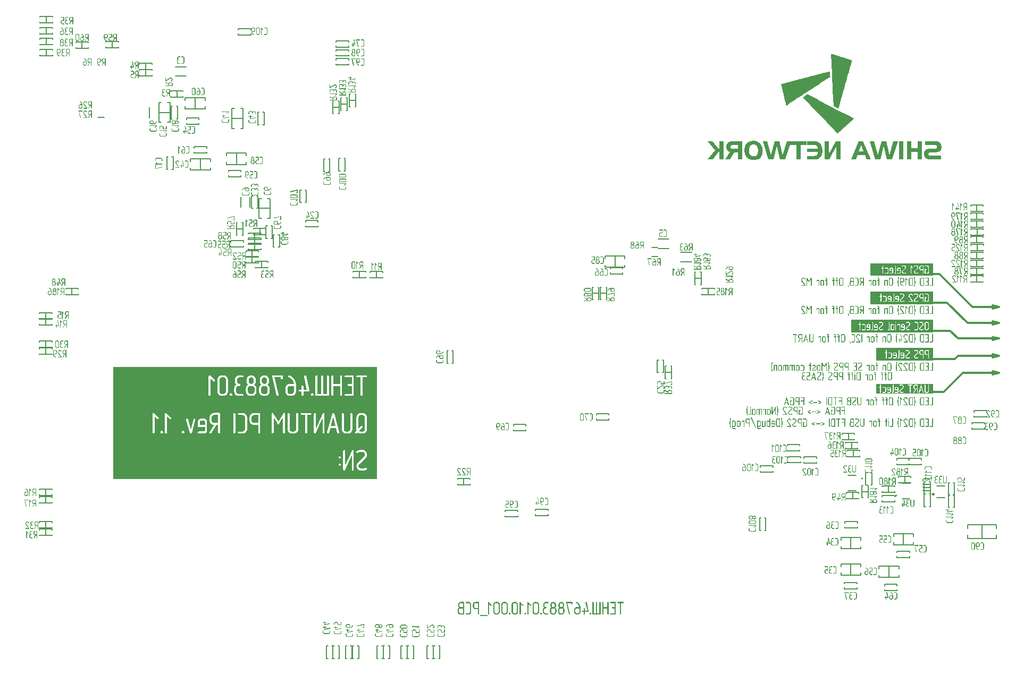
<source format=gbo>
G04*
G04 #@! TF.GenerationSoftware,Altium Limited,Altium Designer,24.4.1 (13)*
G04*
G04 Layer_Color=16776960*
%FSLAX44Y44*%
%MOMM*%
G71*
G04*
G04 #@! TF.SameCoordinates,C90DC2AB-A742-4751-A2CE-D788DAC0CE27*
G04*
G04*
G04 #@! TF.FilePolarity,Positive*
G04*
G01*
G75*
%ADD10C,0.2500*%
%ADD13C,0.2000*%
%ADD14C,0.1500*%
%ADD20C,0.3000*%
%ADD24C,0.1270*%
G36*
X1395662Y1015811D02*
X1395850Y1013233D01*
X1395976Y1011976D01*
X1396102Y1010593D01*
X1396165Y1010530D01*
X1396290Y1008015D01*
X1396416Y1007638D01*
X1396290Y1007386D01*
X1396102Y1007198D01*
X1395850Y1007072D01*
X1394970Y1006443D01*
X1394719Y1006317D01*
X1393838Y1005689D01*
X1393587Y1005563D01*
X1392832Y1005060D01*
X1392581Y1004934D01*
X1391701Y1004305D01*
X1391449Y1004180D01*
X1390569Y1003551D01*
X1390317Y1003425D01*
X1389437Y1002796D01*
X1389186Y1002671D01*
X1386608Y1000973D01*
X1385099Y999967D01*
X1384093Y999338D01*
X1381075Y997326D01*
X1380069Y996698D01*
X1377051Y994686D01*
X1375668Y993805D01*
X1372650Y991793D01*
X1371644Y991165D01*
X1368626Y989153D01*
X1367620Y988524D01*
X1364602Y986512D01*
X1363596Y985883D01*
X1360578Y983871D01*
X1359195Y982991D01*
X1356177Y980979D01*
X1355171Y980350D01*
X1352153Y978338D01*
X1351147Y977710D01*
X1348129Y975698D01*
X1347123Y975069D01*
X1344859Y973560D01*
X1343476Y972680D01*
X1340458Y970668D01*
X1339075Y969787D01*
X1336057Y967775D01*
X1335051Y967147D01*
X1332033Y965135D01*
X1331027Y964506D01*
X1328009Y962494D01*
X1327003Y961865D01*
X1326437Y961551D01*
X1326248Y961614D01*
X1326060Y962557D01*
X1325934Y963060D01*
X1325808Y963689D01*
X1325431Y965198D01*
X1325305Y965826D01*
X1324928Y967335D01*
X1324802Y967964D01*
X1324551Y968970D01*
X1324425Y969599D01*
X1324048Y971108D01*
X1323922Y971737D01*
X1323545Y973245D01*
X1323419Y973874D01*
X1323042Y975383D01*
X1322916Y976012D01*
X1322665Y977018D01*
X1322539Y977647D01*
X1322162Y979156D01*
X1322036Y979784D01*
X1321659Y981293D01*
X1321533Y981922D01*
X1321156Y983431D01*
X1321030Y984060D01*
X1320779Y985066D01*
X1320653Y985695D01*
X1320276Y987204D01*
X1320150Y987832D01*
X1319772Y989341D01*
X1319647Y989970D01*
X1319270Y991479D01*
X1319144Y992108D01*
X1318892Y993114D01*
X1318766Y993743D01*
X1318389Y995251D01*
X1318326Y995692D01*
X1319018Y995880D01*
X1320527Y996257D01*
X1321407Y996509D01*
X1322916Y996886D01*
X1323796Y997138D01*
X1325305Y997515D01*
X1326186Y997766D01*
X1327695Y998144D01*
X1328575Y998395D01*
X1330084Y998773D01*
X1330964Y999024D01*
X1332473Y999401D01*
X1333353Y999653D01*
X1334862Y1000030D01*
X1335742Y1000281D01*
X1337251Y1000659D01*
X1338132Y1000910D01*
X1339641Y1001287D01*
X1340521Y1001539D01*
X1342030Y1001916D01*
X1342910Y1002168D01*
X1344419Y1002545D01*
X1345299Y1002796D01*
X1346808Y1003174D01*
X1347689Y1003425D01*
X1349198Y1003802D01*
X1350078Y1004054D01*
X1351587Y1004431D01*
X1352467Y1004683D01*
X1354479Y1005186D01*
X1355359Y1005437D01*
X1356868Y1005814D01*
X1357749Y1006066D01*
X1359258Y1006443D01*
X1360138Y1006695D01*
X1361647Y1007072D01*
X1362527Y1007323D01*
X1364036Y1007701D01*
X1364916Y1007952D01*
X1366425Y1008329D01*
X1367305Y1008581D01*
X1368814Y1008958D01*
X1369695Y1009210D01*
X1371204Y1009587D01*
X1372084Y1009838D01*
X1373593Y1010216D01*
X1374473Y1010467D01*
X1375982Y1010844D01*
X1376862Y1011096D01*
X1378371Y1011473D01*
X1379252Y1011724D01*
X1380760Y1012102D01*
X1381641Y1012353D01*
X1383150Y1012730D01*
X1384030Y1012982D01*
X1385539Y1013359D01*
X1386419Y1013611D01*
X1387928Y1013988D01*
X1388808Y1014240D01*
X1390820Y1014743D01*
X1391701Y1014994D01*
X1393210Y1015371D01*
X1394090Y1015623D01*
X1395096Y1015874D01*
X1395473Y1016000D01*
X1395662Y1015811D01*
D02*
G37*
G36*
X1398617Y1043539D02*
X1399874Y1043162D01*
X1430054Y1033730D01*
X1431060Y1033353D01*
X1431123Y1033165D01*
X1430871Y1032536D01*
X1430683Y1031719D01*
X1430494Y1031027D01*
X1429740Y1028386D01*
X1429614Y1027883D01*
X1428608Y1024362D01*
X1428482Y1023859D01*
X1427476Y1020338D01*
X1427350Y1019835D01*
X1426344Y1016314D01*
X1426219Y1015811D01*
X1425213Y1012290D01*
X1425087Y1011787D01*
X1424081Y1008267D01*
X1423955Y1007764D01*
X1423201Y1005123D01*
X1423075Y1004620D01*
X1422069Y1001099D01*
X1421943Y1000596D01*
X1420937Y997075D01*
X1420811Y996572D01*
X1419805Y993051D01*
X1419680Y992548D01*
X1418674Y989027D01*
X1418548Y988524D01*
X1417542Y985003D01*
X1417416Y984500D01*
X1416410Y980979D01*
X1416284Y980476D01*
X1415278Y976955D01*
X1415153Y976452D01*
X1414147Y972931D01*
X1414021Y972428D01*
X1413015Y968907D01*
X1412889Y968404D01*
X1412135Y965763D01*
X1412009Y965260D01*
X1411003Y961740D01*
X1410877Y961236D01*
X1409871Y957716D01*
X1409745Y957213D01*
X1409431Y956395D01*
X1407042Y957527D01*
X1401698Y960105D01*
X1401572Y962117D01*
X1401195Y971296D01*
X1401132Y971359D01*
X1400377Y987078D01*
X1400000Y995000D01*
X1399623Y1002796D01*
X1398994Y1016000D01*
X1398617Y1023796D01*
X1398365Y1029329D01*
X1397674Y1043728D01*
X1397988Y1043790D01*
X1398617Y1043539D01*
D02*
G37*
G36*
X1363156Y978024D02*
X1367934Y975509D01*
X1374850Y971862D01*
X1376234Y971108D01*
X1376359D01*
X1377365Y970479D01*
X1381767Y968216D01*
X1391072Y963311D01*
X1397988Y959665D01*
X1407293Y954761D01*
X1427790Y943946D01*
X1432317Y941557D01*
X1433952Y940677D01*
X1434015Y940614D01*
X1432946Y939545D01*
X1432695Y939419D01*
X1431563Y938287D01*
X1431311Y938162D01*
X1430180Y937030D01*
X1429928Y936904D01*
X1428922Y935898D01*
X1428671Y935772D01*
X1427539Y934641D01*
X1427287Y934515D01*
X1426156Y933383D01*
X1425904Y933258D01*
X1424772Y932126D01*
X1424521Y932000D01*
X1423389Y930868D01*
X1423138Y930742D01*
X1422132Y929736D01*
X1421880Y929611D01*
X1420748Y928479D01*
X1420497Y928353D01*
X1419365Y927222D01*
X1419114Y927096D01*
X1417982Y925964D01*
X1417731Y925838D01*
X1416599Y924707D01*
X1416347Y924581D01*
X1415341Y923575D01*
X1415090Y923449D01*
X1413958Y922317D01*
X1413707Y922192D01*
X1412575Y921060D01*
X1412323Y920934D01*
X1411192Y919802D01*
X1410940Y919677D01*
X1409808Y918545D01*
X1409557Y918419D01*
X1408551Y917413D01*
X1408048Y917162D01*
X1406350Y918859D01*
X1406225Y919111D01*
X1403710Y921626D01*
X1403584Y921877D01*
X1401195Y924267D01*
X1401069Y924518D01*
X1398554Y927033D01*
X1398428Y927284D01*
X1396039Y929674D01*
X1395913Y929925D01*
X1393398Y932440D01*
X1393273Y932692D01*
X1390757Y935207D01*
X1390632Y935458D01*
X1388242Y937847D01*
X1388117Y938099D01*
X1385602Y940614D01*
X1385476Y940865D01*
X1383087Y943254D01*
X1382961Y943506D01*
X1380446Y946021D01*
X1380320Y946273D01*
X1377805Y948787D01*
X1377680Y949039D01*
X1375290Y951428D01*
X1375165Y951680D01*
X1372650Y954195D01*
X1372524Y954446D01*
X1370135Y956835D01*
X1370009Y957087D01*
X1367494Y959602D01*
X1367368Y959853D01*
X1364853Y962368D01*
X1364727Y962620D01*
X1362338Y965009D01*
X1362213Y965260D01*
X1359698Y967775D01*
X1359572Y968027D01*
X1357183Y970416D01*
X1357057Y970668D01*
X1354542Y973183D01*
X1354416Y973434D01*
X1353033Y974817D01*
X1353222Y975006D01*
X1353473Y975132D01*
X1355233Y976389D01*
X1355485Y976515D01*
X1355737Y976767D01*
X1355988Y976892D01*
X1356868Y977521D01*
X1357120Y977647D01*
X1357371Y977898D01*
X1357623Y978024D01*
X1358503Y978653D01*
X1358754Y978778D01*
X1359006Y979030D01*
X1359258Y979156D01*
X1360012Y979659D01*
X1363156Y978024D01*
D02*
G37*
G36*
X1560000Y690000D02*
X1460000D01*
Y710000D01*
X1560000D01*
Y690000D01*
D02*
G37*
G36*
X675000Y425000D02*
Y366000D01*
X255000D01*
Y425000D01*
Y485000D01*
X675000D01*
Y425000D01*
D02*
G37*
G36*
X1560000Y502000D02*
X1470000D01*
Y518000D01*
X1560000D01*
Y502000D01*
D02*
G37*
G36*
Y555000D02*
X1470000D01*
Y575000D01*
X1560000D01*
Y555000D01*
D02*
G37*
G36*
Y645000D02*
X1460000D01*
Y665000D01*
X1560000D01*
Y645000D01*
D02*
G37*
G36*
X985251Y170142D02*
X985390Y170117D01*
X985530Y170066D01*
X985632Y170002D01*
X985733Y169926D01*
X985810Y169850D01*
X985873Y169761D01*
X985924Y169672D01*
X986000Y169482D01*
X986038Y169329D01*
Y169266D01*
X986051Y169215D01*
Y169189D01*
Y169177D01*
Y167094D01*
X986038Y166916D01*
X986000Y166764D01*
X985937Y166624D01*
X985873Y166522D01*
X985822Y166434D01*
X985759Y166370D01*
X985721Y166332D01*
X985708Y166319D01*
X985556Y166256D01*
X985416Y166205D01*
X985302Y166167D01*
X985213Y166141D01*
X985149Y166129D01*
X985098Y166116D01*
X985060D01*
X984908Y166129D01*
X984781Y166154D01*
X984654Y166192D01*
X984552Y166243D01*
X984463Y166294D01*
X984400Y166332D01*
X984362Y166357D01*
X984349Y166370D01*
X984260Y166484D01*
X984184Y166599D01*
X984133Y166713D01*
X984108Y166827D01*
X984082Y166942D01*
X984070Y167018D01*
Y167069D01*
Y167094D01*
Y168186D01*
X977885D01*
X981873Y151295D01*
X981911Y151105D01*
X981898Y150927D01*
X981860Y150774D01*
X981796Y150635D01*
X981733Y150520D01*
X981669Y150431D01*
X981606Y150368D01*
X981568Y150330D01*
X981555Y150317D01*
X981428Y150254D01*
X981314Y150203D01*
X981187Y150165D01*
X981085Y150139D01*
X980984Y150127D01*
X980907Y150114D01*
X980844D01*
X980298Y150292D01*
X980196Y150444D01*
X980107Y150559D01*
X980044Y150660D01*
X979993Y150749D01*
X979968Y150813D01*
X979942Y150851D01*
X979930Y150876D01*
Y150889D01*
X975751Y168961D01*
X975713Y169215D01*
X975726Y169367D01*
X975764Y169494D01*
X975802Y169608D01*
X975853Y169710D01*
X975916Y169786D01*
X975954Y169837D01*
X975993Y169875D01*
X976005Y169888D01*
X976120Y169977D01*
X976234Y170040D01*
X976348Y170091D01*
X976462Y170117D01*
X976564Y170142D01*
X976640Y170155D01*
X985073D01*
X985251Y170142D01*
D02*
G37*
G36*
X914969D02*
X915109Y170117D01*
X915223Y170066D01*
X915325Y170015D01*
X915401Y169964D01*
X915464Y169913D01*
X915502Y169888D01*
X915515Y169875D01*
X919706Y165672D01*
X919795Y165506D01*
X919858Y165367D01*
X919897Y165265D01*
X919922Y165176D01*
X919947Y165100D01*
X919960Y165062D01*
Y165037D01*
Y165024D01*
X919947Y164871D01*
X919922Y164732D01*
X919871Y164617D01*
X919820Y164516D01*
X919770Y164427D01*
X919719Y164363D01*
X919693Y164325D01*
X919681Y164313D01*
X919566Y164211D01*
X919452Y164147D01*
X919325Y164097D01*
X919211Y164059D01*
X919122Y164033D01*
X919033Y164021D01*
X918969D01*
X918830Y164033D01*
X918690Y164071D01*
X918576Y164109D01*
X918474Y164173D01*
X918398Y164224D01*
X918335Y164262D01*
X918296Y164300D01*
X918284Y164313D01*
X915807Y167221D01*
Y151092D01*
X915795Y150914D01*
X915756Y150749D01*
X915693Y150622D01*
X915629Y150508D01*
X915579Y150419D01*
X915515Y150355D01*
X915477Y150317D01*
X915464Y150304D01*
X915312Y150241D01*
X915172Y150190D01*
X915058Y150165D01*
X914969Y150139D01*
X914905Y150127D01*
X914855Y150114D01*
X914817D01*
X914664Y150127D01*
X914537Y150152D01*
X914410Y150190D01*
X914309Y150241D01*
X914220Y150292D01*
X914156Y150330D01*
X914118Y150355D01*
X914105Y150368D01*
X914016Y150482D01*
X913940Y150597D01*
X913889Y150711D01*
X913864Y150825D01*
X913839Y150940D01*
X913826Y151016D01*
Y151067D01*
Y151092D01*
Y169189D01*
X913839Y169342D01*
X913877Y169482D01*
X913928Y169596D01*
X913978Y169697D01*
X914042Y169786D01*
X914093Y169837D01*
X914131Y169875D01*
X914144Y169888D01*
X914258Y169977D01*
X914385Y170040D01*
X914499Y170091D01*
X914601Y170117D01*
X914690Y170142D01*
X914766Y170155D01*
X914829D01*
X914969Y170142D01*
D02*
G37*
G36*
X902891D02*
X903031Y170117D01*
X903145Y170066D01*
X903247Y170015D01*
X903323Y169964D01*
X903387Y169913D01*
X903425Y169888D01*
X903437Y169875D01*
X907628Y165672D01*
X907717Y165506D01*
X907781Y165367D01*
X907819Y165265D01*
X907844Y165176D01*
X907870Y165100D01*
X907882Y165062D01*
Y165037D01*
Y165024D01*
X907870Y164871D01*
X907844Y164732D01*
X907794Y164617D01*
X907743Y164516D01*
X907692Y164427D01*
X907641Y164363D01*
X907616Y164325D01*
X907603Y164313D01*
X907489Y164211D01*
X907374Y164147D01*
X907247Y164097D01*
X907133Y164059D01*
X907044Y164033D01*
X906955Y164021D01*
X906892D01*
X906752Y164033D01*
X906612Y164071D01*
X906498Y164109D01*
X906396Y164173D01*
X906320Y164224D01*
X906257Y164262D01*
X906219Y164300D01*
X906206Y164313D01*
X903729Y167221D01*
Y151092D01*
X903717Y150914D01*
X903679Y150749D01*
X903615Y150622D01*
X903552Y150508D01*
X903501Y150419D01*
X903437Y150355D01*
X903399Y150317D01*
X903387Y150304D01*
X903234Y150241D01*
X903094Y150190D01*
X902980Y150165D01*
X902891Y150139D01*
X902828Y150127D01*
X902777Y150114D01*
X902739D01*
X902587Y150127D01*
X902459Y150152D01*
X902333Y150190D01*
X902231Y150241D01*
X902142Y150292D01*
X902078Y150330D01*
X902040Y150355D01*
X902028Y150368D01*
X901939Y150482D01*
X901863Y150597D01*
X901812Y150711D01*
X901786Y150825D01*
X901761Y150940D01*
X901748Y151016D01*
Y151067D01*
Y151092D01*
Y169189D01*
X901761Y169342D01*
X901799Y169482D01*
X901850Y169596D01*
X901901Y169697D01*
X901964Y169786D01*
X902015Y169837D01*
X902053Y169875D01*
X902066Y169888D01*
X902180Y169977D01*
X902307Y170040D01*
X902421Y170091D01*
X902523Y170117D01*
X902612Y170142D01*
X902688Y170155D01*
X902752D01*
X902891Y170142D01*
D02*
G37*
G36*
X852447D02*
X852587Y170117D01*
X852701Y170066D01*
X852803Y170015D01*
X852879Y169964D01*
X852942Y169913D01*
X852980Y169888D01*
X852993Y169875D01*
X857184Y165672D01*
X857273Y165506D01*
X857336Y165367D01*
X857374Y165265D01*
X857400Y165176D01*
X857425Y165100D01*
X857438Y165062D01*
Y165037D01*
Y165024D01*
X857425Y164871D01*
X857400Y164732D01*
X857349Y164617D01*
X857298Y164516D01*
X857247Y164427D01*
X857197Y164363D01*
X857171Y164325D01*
X857159Y164313D01*
X857044Y164211D01*
X856930Y164147D01*
X856803Y164097D01*
X856689Y164059D01*
X856600Y164033D01*
X856511Y164021D01*
X856447D01*
X856308Y164033D01*
X856168Y164071D01*
X856054Y164109D01*
X855952Y164173D01*
X855876Y164224D01*
X855812Y164262D01*
X855774Y164300D01*
X855762Y164313D01*
X853285Y167221D01*
Y151092D01*
X853272Y150914D01*
X853234Y150749D01*
X853171Y150622D01*
X853107Y150508D01*
X853056Y150419D01*
X852993Y150355D01*
X852955Y150317D01*
X852942Y150304D01*
X852790Y150241D01*
X852650Y150190D01*
X852536Y150165D01*
X852447Y150139D01*
X852383Y150127D01*
X852333Y150114D01*
X852294D01*
X852142Y150127D01*
X852015Y150152D01*
X851888Y150190D01*
X851786Y150241D01*
X851698Y150292D01*
X851634Y150330D01*
X851596Y150355D01*
X851583Y150368D01*
X851494Y150482D01*
X851418Y150597D01*
X851367Y150711D01*
X851342Y150825D01*
X851317Y150940D01*
X851304Y151016D01*
Y151067D01*
Y151092D01*
Y169189D01*
X851317Y169342D01*
X851355Y169482D01*
X851405Y169596D01*
X851456Y169697D01*
X851520Y169786D01*
X851571Y169837D01*
X851609Y169875D01*
X851621Y169888D01*
X851736Y169977D01*
X851863Y170040D01*
X851977Y170091D01*
X852079Y170117D01*
X852168Y170142D01*
X852244Y170155D01*
X852307D01*
X852447Y170142D01*
D02*
G37*
G36*
X1042756D02*
X1042896Y170104D01*
X1043010Y170053D01*
X1043112Y169989D01*
X1043201Y169926D01*
X1043264Y169875D01*
X1043303Y169837D01*
X1043315Y169824D01*
X1043404Y169697D01*
X1043480Y169583D01*
X1043531Y169469D01*
X1043557Y169380D01*
X1043582Y169291D01*
X1043595Y169228D01*
Y169189D01*
Y169177D01*
Y151092D01*
X1043582Y150914D01*
X1043544Y150749D01*
X1043480Y150622D01*
X1043417Y150508D01*
X1043366Y150419D01*
X1043303Y150355D01*
X1043264Y150317D01*
X1043252Y150304D01*
X1043099Y150241D01*
X1042960Y150190D01*
X1042845Y150165D01*
X1042756Y150139D01*
X1042693Y150127D01*
X1042642Y150114D01*
X1042604D01*
X1042452Y150127D01*
X1042325Y150152D01*
X1042198Y150190D01*
X1042096Y150241D01*
X1042007Y150292D01*
X1041944Y150330D01*
X1041906Y150355D01*
X1041893Y150368D01*
X1041804Y150482D01*
X1041728Y150597D01*
X1041677Y150711D01*
X1041652Y150825D01*
X1041626Y150940D01*
X1041613Y151016D01*
Y151067D01*
Y151092D01*
Y159830D01*
X1035238D01*
Y151092D01*
X1035225Y150914D01*
X1035187Y150749D01*
X1035124Y150622D01*
X1035060Y150508D01*
X1035009Y150419D01*
X1034946Y150355D01*
X1034908Y150317D01*
X1034895Y150304D01*
X1034743Y150241D01*
X1034603Y150190D01*
X1034489Y150165D01*
X1034400Y150139D01*
X1034336Y150127D01*
X1034286Y150114D01*
X1034247D01*
X1034095Y150127D01*
X1033968Y150152D01*
X1033841Y150190D01*
X1033739Y150241D01*
X1033651Y150292D01*
X1033587Y150330D01*
X1033549Y150355D01*
X1033536Y150368D01*
X1033447Y150482D01*
X1033371Y150597D01*
X1033320Y150711D01*
X1033295Y150825D01*
X1033270Y150940D01*
X1033257Y151016D01*
Y151067D01*
Y151092D01*
Y169177D01*
X1033270Y169342D01*
X1033308Y169482D01*
X1033358Y169608D01*
X1033422Y169710D01*
X1033485Y169786D01*
X1033536Y169837D01*
X1033574Y169875D01*
X1033587Y169888D01*
X1033701Y169977D01*
X1033828Y170040D01*
X1033930Y170091D01*
X1034032Y170117D01*
X1034120Y170142D01*
X1034184Y170155D01*
X1034247D01*
X1034400Y170142D01*
X1034539Y170104D01*
X1034654Y170053D01*
X1034755Y169989D01*
X1034844Y169926D01*
X1034908Y169875D01*
X1034946Y169837D01*
X1034959Y169824D01*
X1035048Y169697D01*
X1035124Y169583D01*
X1035174Y169469D01*
X1035200Y169380D01*
X1035225Y169291D01*
X1035238Y169228D01*
Y169189D01*
Y169177D01*
Y161798D01*
X1041613D01*
Y169177D01*
X1041626Y169342D01*
X1041664Y169482D01*
X1041715Y169608D01*
X1041778Y169710D01*
X1041842Y169786D01*
X1041893Y169837D01*
X1041931Y169875D01*
X1041944Y169888D01*
X1042058Y169977D01*
X1042185Y170040D01*
X1042287Y170091D01*
X1042388Y170117D01*
X1042477Y170142D01*
X1042541Y170155D01*
X1042604D01*
X1042756Y170142D01*
D02*
G37*
G36*
X1008466Y169977D02*
X1008568Y169888D01*
X1008657Y169774D01*
X1008720Y169672D01*
X1008771Y169558D01*
X1008809Y169469D01*
X1008835Y169393D01*
X1008847Y169342D01*
Y169316D01*
X1011629Y155448D01*
X1011641Y155270D01*
X1011629Y155118D01*
X1011603Y154978D01*
X1011553Y154851D01*
X1011502Y154749D01*
X1011451Y154673D01*
X1011400Y154610D01*
X1011375Y154572D01*
X1011362Y154559D01*
X1011248Y154470D01*
X1011133Y154407D01*
X1011019Y154356D01*
X1010905Y154330D01*
X1010803Y154305D01*
X1010727Y154292D01*
X1006079D01*
Y151092D01*
X1006066Y150914D01*
X1006028Y150749D01*
X1005965Y150622D01*
X1005901Y150508D01*
X1005850Y150419D01*
X1005787Y150355D01*
X1005749Y150317D01*
X1005736Y150304D01*
X1005583Y150241D01*
X1005444Y150190D01*
X1005330Y150165D01*
X1005241Y150139D01*
X1005177Y150127D01*
X1005126Y150114D01*
X1005088D01*
X1004936Y150127D01*
X1004809Y150152D01*
X1004682Y150190D01*
X1004580Y150241D01*
X1004491Y150292D01*
X1004428Y150330D01*
X1004390Y150355D01*
X1004377Y150368D01*
X1004288Y150482D01*
X1004212Y150597D01*
X1004161Y150711D01*
X1004136Y150825D01*
X1004110Y150940D01*
X1004098Y151016D01*
Y151067D01*
Y151092D01*
Y154292D01*
X1002294D01*
X1002129Y154305D01*
X1001977Y154343D01*
X1001862Y154394D01*
X1001761Y154457D01*
X1001672Y154508D01*
X1001621Y154559D01*
X1001583Y154597D01*
X1001570Y154610D01*
X1001481Y154724D01*
X1001418Y154851D01*
X1001367Y154965D01*
X1001342Y155067D01*
X1001316Y155156D01*
X1001304Y155219D01*
Y155270D01*
Y155283D01*
X1001316Y155410D01*
X1001354Y155537D01*
X1001405Y155651D01*
X1001456Y155753D01*
X1001519Y155829D01*
X1001570Y155892D01*
X1001608Y155931D01*
X1001621Y155943D01*
X1001735Y156045D01*
X1001850Y156121D01*
X1001964Y156185D01*
X1002066Y156223D01*
X1002167Y156248D01*
X1002231Y156261D01*
X1004098D01*
Y159474D01*
X1004110Y159639D01*
X1004148Y159779D01*
X1004199Y159906D01*
X1004263Y160007D01*
X1004326Y160084D01*
X1004377Y160134D01*
X1004415Y160172D01*
X1004428Y160185D01*
X1004542Y160274D01*
X1004669Y160338D01*
X1004771Y160388D01*
X1004872Y160414D01*
X1004961Y160439D01*
X1005025Y160452D01*
X1005088D01*
X1005241Y160439D01*
X1005380Y160401D01*
X1005495Y160350D01*
X1005596Y160287D01*
X1005685Y160223D01*
X1005749Y160172D01*
X1005787Y160134D01*
X1005799Y160122D01*
X1005888Y159995D01*
X1005965Y159880D01*
X1006015Y159766D01*
X1006041Y159677D01*
X1006066Y159588D01*
X1006079Y159525D01*
Y159487D01*
Y159474D01*
Y156261D01*
X1009508D01*
X1006904Y168986D01*
X1006879Y169215D01*
X1006892Y169354D01*
X1006930Y169494D01*
X1006981Y169608D01*
X1007031Y169710D01*
X1007095Y169786D01*
X1007146Y169837D01*
X1007184Y169875D01*
X1007196Y169888D01*
X1007311Y169977D01*
X1007438Y170040D01*
X1007565Y170091D01*
X1007666Y170117D01*
X1007768Y170142D01*
X1007844Y170155D01*
X1007920D01*
X1008466Y169977D01*
D02*
G37*
G36*
X1029967Y170142D02*
X1030107Y170104D01*
X1030221Y170053D01*
X1030323Y169989D01*
X1030412Y169926D01*
X1030475Y169875D01*
X1030514Y169837D01*
X1030526Y169824D01*
X1030615Y169697D01*
X1030691Y169583D01*
X1030742Y169469D01*
X1030768Y169380D01*
X1030793Y169291D01*
X1030806Y169228D01*
Y169189D01*
Y169177D01*
Y151092D01*
X1030793Y150914D01*
X1030768Y150774D01*
X1030717Y150635D01*
X1030653Y150533D01*
X1030577Y150431D01*
X1030501Y150355D01*
X1030412Y150292D01*
X1030310Y150241D01*
X1030133Y150165D01*
X1029980Y150127D01*
X1029917D01*
X1029866Y150114D01*
X1018690D01*
X1018512Y150127D01*
X1018360Y150152D01*
X1018233Y150203D01*
X1018118Y150266D01*
X1018017Y150343D01*
X1017941Y150419D01*
X1017877Y150508D01*
X1017826Y150609D01*
X1017750Y150787D01*
X1017712Y150940D01*
X1017699Y151003D01*
Y151054D01*
Y151079D01*
Y151092D01*
Y169177D01*
X1017712Y169342D01*
X1017750Y169482D01*
X1017801Y169608D01*
X1017864Y169710D01*
X1017928Y169786D01*
X1017979Y169837D01*
X1018017Y169875D01*
X1018029Y169888D01*
X1018144Y169977D01*
X1018271Y170040D01*
X1018372Y170091D01*
X1018474Y170117D01*
X1018563Y170142D01*
X1018626Y170155D01*
X1018690D01*
X1018842Y170142D01*
X1018982Y170104D01*
X1019096Y170053D01*
X1019198Y169989D01*
X1019287Y169926D01*
X1019350Y169875D01*
X1019388Y169837D01*
X1019401Y169824D01*
X1019490Y169697D01*
X1019566Y169583D01*
X1019617Y169469D01*
X1019642Y169380D01*
X1019668Y169291D01*
X1019680Y169228D01*
Y169189D01*
Y169177D01*
Y152083D01*
X1023275D01*
Y169177D01*
X1023287Y169342D01*
X1023325Y169482D01*
X1023376Y169608D01*
X1023440Y169710D01*
X1023503Y169786D01*
X1023554Y169837D01*
X1023592Y169875D01*
X1023605Y169888D01*
X1023719Y169977D01*
X1023846Y170040D01*
X1023948Y170091D01*
X1024049Y170117D01*
X1024138Y170142D01*
X1024202Y170155D01*
X1024265D01*
X1024418Y170142D01*
X1024557Y170104D01*
X1024672Y170053D01*
X1024773Y169989D01*
X1024862Y169926D01*
X1024926Y169875D01*
X1024964Y169837D01*
X1024976Y169824D01*
X1025065Y169697D01*
X1025142Y169583D01*
X1025192Y169469D01*
X1025218Y169380D01*
X1025243Y169291D01*
X1025256Y169228D01*
Y169189D01*
Y169177D01*
Y152083D01*
X1028824D01*
Y169177D01*
X1028837Y169342D01*
X1028875Y169482D01*
X1028926Y169608D01*
X1028990Y169710D01*
X1029053Y169786D01*
X1029104Y169837D01*
X1029142Y169875D01*
X1029155Y169888D01*
X1029269Y169977D01*
X1029396Y170040D01*
X1029498Y170091D01*
X1029599Y170117D01*
X1029688Y170142D01*
X1029752Y170155D01*
X1029815D01*
X1029967Y170142D01*
D02*
G37*
G36*
X1066950D02*
X1067102Y170091D01*
X1067229Y170040D01*
X1067331Y169964D01*
X1067420Y169901D01*
X1067471Y169837D01*
X1067509Y169786D01*
X1067521Y169774D01*
X1067598Y169647D01*
X1067648Y169520D01*
X1067699Y169418D01*
X1067725Y169342D01*
X1067737Y169266D01*
X1067750Y169215D01*
Y169189D01*
Y169177D01*
X1067737Y169037D01*
X1067712Y168897D01*
X1067674Y168770D01*
X1067623Y168669D01*
X1067572Y168580D01*
X1067534Y168516D01*
X1067509Y168465D01*
X1067496Y168453D01*
X1067382Y168364D01*
X1067267Y168300D01*
X1067140Y168250D01*
X1067026Y168224D01*
X1066925Y168199D01*
X1066848Y168186D01*
X1063572D01*
Y151092D01*
X1063559Y150914D01*
X1063521Y150749D01*
X1063457Y150622D01*
X1063394Y150508D01*
X1063343Y150419D01*
X1063280Y150355D01*
X1063242Y150317D01*
X1063229Y150304D01*
X1063076Y150241D01*
X1062937Y150190D01*
X1062822Y150165D01*
X1062734Y150139D01*
X1062670Y150127D01*
X1062619Y150114D01*
X1062581D01*
X1062429Y150127D01*
X1062302Y150152D01*
X1062175Y150190D01*
X1062073Y150241D01*
X1061984Y150292D01*
X1061921Y150330D01*
X1061883Y150355D01*
X1061870Y150368D01*
X1061781Y150482D01*
X1061705Y150597D01*
X1061654Y150711D01*
X1061629Y150825D01*
X1061603Y150940D01*
X1061590Y151016D01*
Y151067D01*
Y151092D01*
Y168186D01*
X1058390D01*
X1058225Y168199D01*
X1058073Y168237D01*
X1057958Y168288D01*
X1057857Y168351D01*
X1057768Y168402D01*
X1057717Y168453D01*
X1057679Y168491D01*
X1057666Y168504D01*
X1057577Y168618D01*
X1057514Y168745D01*
X1057463Y168859D01*
X1057438Y168961D01*
X1057412Y169050D01*
X1057400Y169113D01*
Y169164D01*
Y169177D01*
X1057412Y169304D01*
X1057450Y169431D01*
X1057501Y169545D01*
X1057552Y169647D01*
X1057615Y169723D01*
X1057666Y169786D01*
X1057704Y169824D01*
X1057717Y169837D01*
X1057831Y169939D01*
X1057946Y170015D01*
X1058060Y170078D01*
X1058161Y170117D01*
X1058263Y170142D01*
X1058327Y170155D01*
X1066772D01*
X1066950Y170142D01*
D02*
G37*
G36*
X1054148D02*
X1054288Y170117D01*
X1054428Y170066D01*
X1054529Y170002D01*
X1054631Y169926D01*
X1054707Y169850D01*
X1054771Y169761D01*
X1054821Y169672D01*
X1054898Y169482D01*
X1054936Y169329D01*
Y169266D01*
X1054948Y169215D01*
Y169189D01*
Y169177D01*
Y151092D01*
X1054936Y150914D01*
X1054910Y150774D01*
X1054859Y150635D01*
X1054796Y150533D01*
X1054720Y150431D01*
X1054644Y150355D01*
X1054555Y150292D01*
X1054453Y150241D01*
X1054275Y150165D01*
X1054123Y150127D01*
X1054059D01*
X1054009Y150114D01*
X1047011D01*
X1046846Y150127D01*
X1046693Y150165D01*
X1046579Y150216D01*
X1046478Y150279D01*
X1046389Y150330D01*
X1046338Y150381D01*
X1046300Y150419D01*
X1046287Y150431D01*
X1046198Y150546D01*
X1046135Y150673D01*
X1046084Y150787D01*
X1046058Y150889D01*
X1046033Y150978D01*
X1046020Y151041D01*
Y151092D01*
Y151105D01*
X1046033Y151232D01*
X1046071Y151359D01*
X1046122Y151473D01*
X1046173Y151574D01*
X1046236Y151651D01*
X1046287Y151714D01*
X1046325Y151752D01*
X1046338Y151765D01*
X1046452Y151867D01*
X1046566Y151943D01*
X1046681Y152006D01*
X1046782Y152044D01*
X1046884Y152070D01*
X1046947Y152083D01*
X1052967D01*
Y159830D01*
X1049792D01*
X1049627Y159842D01*
X1049475Y159880D01*
X1049360Y159931D01*
X1049259Y159995D01*
X1049170Y160045D01*
X1049119Y160096D01*
X1049081Y160134D01*
X1049068Y160147D01*
X1048979Y160261D01*
X1048916Y160388D01*
X1048865Y160503D01*
X1048840Y160604D01*
X1048814Y160693D01*
X1048802Y160757D01*
Y160807D01*
Y160820D01*
X1048814Y160947D01*
X1048852Y161074D01*
X1048903Y161188D01*
X1048954Y161290D01*
X1049017Y161366D01*
X1049068Y161430D01*
X1049106Y161468D01*
X1049119Y161481D01*
X1049233Y161582D01*
X1049348Y161658D01*
X1049462Y161722D01*
X1049564Y161760D01*
X1049665Y161785D01*
X1049729Y161798D01*
X1052967D01*
Y168186D01*
X1047011D01*
X1046846Y168199D01*
X1046693Y168237D01*
X1046579Y168288D01*
X1046478Y168351D01*
X1046389Y168402D01*
X1046338Y168453D01*
X1046300Y168491D01*
X1046287Y168504D01*
X1046198Y168618D01*
X1046135Y168745D01*
X1046084Y168859D01*
X1046058Y168961D01*
X1046033Y169050D01*
X1046020Y169113D01*
Y169164D01*
Y169177D01*
X1046033Y169304D01*
X1046071Y169431D01*
X1046122Y169545D01*
X1046173Y169647D01*
X1046236Y169723D01*
X1046287Y169786D01*
X1046325Y169824D01*
X1046338Y169837D01*
X1046452Y169939D01*
X1046566Y170015D01*
X1046681Y170078D01*
X1046782Y170117D01*
X1046884Y170142D01*
X1046947Y170155D01*
X1053970D01*
X1054148Y170142D01*
D02*
G37*
G36*
X1014791Y152743D02*
X1014994Y152692D01*
X1015159Y152603D01*
X1015299Y152514D01*
X1015413Y152425D01*
X1015490Y152337D01*
X1015540Y152286D01*
X1015553Y152260D01*
X1015667Y152083D01*
X1015743Y151930D01*
X1015807Y151790D01*
X1015845Y151663D01*
X1015871Y151574D01*
X1015883Y151511D01*
Y151460D01*
Y151447D01*
X1015871Y151257D01*
X1015820Y151067D01*
X1015769Y150901D01*
X1015693Y150762D01*
X1015629Y150635D01*
X1015566Y150546D01*
X1015528Y150495D01*
X1015515Y150470D01*
X1015375Y150355D01*
X1015210Y150266D01*
X1015058Y150203D01*
X1014893Y150165D01*
X1014766Y150139D01*
X1014651Y150114D01*
X1014550D01*
X1014321Y150127D01*
X1014118Y150177D01*
X1013953Y150241D01*
X1013813Y150330D01*
X1013699Y150406D01*
X1013623Y150470D01*
X1013572Y150520D01*
X1013559Y150533D01*
X1013445Y150698D01*
X1013356Y150863D01*
X1013292Y151016D01*
X1013242Y151155D01*
X1013216Y151270D01*
X1013204Y151371D01*
Y151422D01*
Y151447D01*
X1013216Y151625D01*
X1013267Y151790D01*
X1013331Y151943D01*
X1013407Y152083D01*
X1013496Y152197D01*
X1013559Y152273D01*
X1013610Y152337D01*
X1013623Y152349D01*
X1013788Y152489D01*
X1013940Y152591D01*
X1014105Y152667D01*
X1014245Y152718D01*
X1014372Y152743D01*
X1014461Y152768D01*
X1014550D01*
X1014791Y152743D01*
D02*
G37*
G36*
X992642Y170091D02*
X993188Y169850D01*
X993709Y169583D01*
X994192Y169291D01*
X994636Y168986D01*
X995055Y168669D01*
X995436Y168351D01*
X995792Y168021D01*
X996097Y167716D01*
X996389Y167411D01*
X996630Y167132D01*
X996833Y166878D01*
X997011Y166662D01*
X997138Y166472D01*
X997189Y166395D01*
X997240Y166332D01*
X997278Y166281D01*
X997290Y166243D01*
X997316Y166230D01*
Y166218D01*
X997582Y165748D01*
X997824Y165265D01*
X998027Y164795D01*
X998192Y164313D01*
X998344Y163843D01*
X998472Y163398D01*
X998573Y162966D01*
X998649Y162560D01*
X998713Y162179D01*
X998764Y161823D01*
X998789Y161519D01*
X998814Y161265D01*
X998827Y161150D01*
Y161049D01*
X998840Y160960D01*
Y160884D01*
Y160833D01*
Y160795D01*
Y160769D01*
Y160757D01*
Y154572D01*
X998827Y154229D01*
X998776Y153899D01*
X998713Y153581D01*
X998624Y153289D01*
X998522Y152997D01*
X998408Y152743D01*
X998281Y152502D01*
X998154Y152286D01*
X998027Y152083D01*
X997900Y151905D01*
X997786Y151752D01*
X997684Y151625D01*
X997595Y151524D01*
X997532Y151460D01*
X997481Y151409D01*
X997468Y151397D01*
X997202Y151168D01*
X996947Y150978D01*
X996668Y150800D01*
X996401Y150660D01*
X996147Y150533D01*
X995893Y150431D01*
X995639Y150343D01*
X995411Y150279D01*
X995195Y150216D01*
X994992Y150177D01*
X994827Y150152D01*
X994674Y150139D01*
X994547Y150127D01*
X994458Y150114D01*
X992985D01*
X992642Y150127D01*
X992312Y150165D01*
X992007Y150228D01*
X991702Y150317D01*
X991436Y150419D01*
X991169Y150520D01*
X990928Y150647D01*
X990712Y150762D01*
X990509Y150889D01*
X990331Y151003D01*
X990178Y151105D01*
X990051Y151206D01*
X989950Y151295D01*
X989886Y151359D01*
X989836Y151397D01*
X989823Y151409D01*
X989594Y151663D01*
X989391Y151917D01*
X989213Y152184D01*
X989061Y152451D01*
X988934Y152718D01*
X988832Y152984D01*
X988743Y153238D01*
X988680Y153479D01*
X988629Y153708D01*
X988578Y153911D01*
X988553Y154102D01*
X988540Y154254D01*
X988527Y154394D01*
X988515Y154495D01*
Y154546D01*
Y154572D01*
Y157353D01*
X988527Y157696D01*
X988566Y158026D01*
X988629Y158344D01*
X988718Y158636D01*
X988820Y158915D01*
X988934Y159169D01*
X989048Y159410D01*
X989162Y159639D01*
X989289Y159830D01*
X989404Y160007D01*
X989518Y160160D01*
X989620Y160287D01*
X989696Y160388D01*
X989772Y160452D01*
X989810Y160503D01*
X989823Y160515D01*
X990077Y160744D01*
X990331Y160947D01*
X990598Y161112D01*
X990864Y161265D01*
X991131Y161392D01*
X991398Y161493D01*
X991652Y161582D01*
X991893Y161646D01*
X992122Y161696D01*
X992337Y161747D01*
X992528Y161773D01*
X992680Y161785D01*
X992820Y161798D01*
X992909Y161811D01*
X996859D01*
X996846Y162039D01*
X996808Y162293D01*
X996744Y162560D01*
X996681Y162801D01*
X996617Y163030D01*
X996579Y163132D01*
X996554Y163208D01*
X996541Y163284D01*
X996516Y163335D01*
X996503Y163360D01*
Y163373D01*
X996363Y163741D01*
X996211Y164071D01*
X996071Y164376D01*
X995944Y164643D01*
X995881Y164757D01*
X995830Y164859D01*
X995779Y164935D01*
X995741Y165011D01*
X995716Y165075D01*
X995690Y165113D01*
X995665Y165138D01*
Y165151D01*
X995512Y165379D01*
X995360Y165583D01*
X995208Y165786D01*
X995068Y165964D01*
X994928Y166129D01*
X994789Y166294D01*
X994661Y166434D01*
X994535Y166560D01*
X994420Y166675D01*
X994319Y166776D01*
X994230Y166865D01*
X994154Y166929D01*
X994090Y166980D01*
X994039Y167030D01*
X994014Y167043D01*
X994001Y167056D01*
X993836Y167183D01*
X993671Y167310D01*
X993519Y167424D01*
X993353Y167538D01*
X993226Y167615D01*
X993112Y167691D01*
X993049Y167729D01*
X993023Y167742D01*
X992528Y167996D01*
X992223Y168135D01*
X991944Y168237D01*
X991817Y168313D01*
X991715Y168402D01*
X991626Y168465D01*
X991563Y168529D01*
X991512Y168592D01*
X991474Y168631D01*
X991448Y168656D01*
Y168669D01*
X991398Y168758D01*
X991372Y168834D01*
X991321Y168999D01*
Y169062D01*
X991309Y169113D01*
Y169151D01*
Y169164D01*
X991321Y169304D01*
X991347Y169431D01*
X991398Y169545D01*
X991436Y169647D01*
X991487Y169736D01*
X991537Y169799D01*
X991563Y169837D01*
X991575Y169850D01*
X991677Y169951D01*
X991791Y170028D01*
X991906Y170091D01*
X992020Y170129D01*
X992109Y170155D01*
X992185Y170167D01*
X992261D01*
X992642Y170091D01*
D02*
G37*
G36*
X969058Y170078D02*
X969833Y169850D01*
X970125Y169710D01*
X970392Y169558D01*
X970633Y169393D01*
X970849Y169240D01*
X971014Y169113D01*
X971141Y168999D01*
X971192Y168961D01*
X971230Y168923D01*
X971243Y168910D01*
X971255Y168897D01*
X971484Y168618D01*
X971687Y168339D01*
X971865Y168059D01*
X972017Y167780D01*
X972132Y167513D01*
X972246Y167246D01*
X972335Y167005D01*
X972398Y166764D01*
X972449Y166548D01*
X972500Y166345D01*
X972525Y166167D01*
X972538Y166014D01*
X972551Y165887D01*
X972563Y165798D01*
Y165748D01*
Y165722D01*
Y164300D01*
X972551Y163906D01*
X972500Y163551D01*
X972424Y163208D01*
X972348Y162928D01*
X972309Y162801D01*
X972271Y162687D01*
X972233Y162585D01*
X972195Y162496D01*
X972170Y162433D01*
X972144Y162382D01*
X972132Y162357D01*
Y162344D01*
X971954Y162039D01*
X971776Y161773D01*
X971586Y161557D01*
X971408Y161379D01*
X971255Y161239D01*
X971141Y161150D01*
X971090Y161112D01*
X971052Y161087D01*
X971040Y161074D01*
X971027D01*
X971382Y160858D01*
X971700Y160617D01*
X971979Y160363D01*
X972221Y160109D01*
X972398Y159880D01*
X972475Y159779D01*
X972538Y159690D01*
X972589Y159626D01*
X972627Y159576D01*
X972640Y159537D01*
X972652Y159525D01*
X972754Y159334D01*
X972856Y159131D01*
X973008Y158750D01*
X973110Y158382D01*
X973186Y158052D01*
X973211Y157899D01*
X973224Y157772D01*
X973249Y157645D01*
Y157543D01*
X973262Y157467D01*
Y157404D01*
Y157366D01*
Y157353D01*
Y154572D01*
X973249Y154229D01*
X973198Y153899D01*
X973135Y153581D01*
X973046Y153289D01*
X972944Y152997D01*
X972830Y152743D01*
X972703Y152502D01*
X972576Y152286D01*
X972449Y152083D01*
X972322Y151905D01*
X972208Y151752D01*
X972106Y151625D01*
X972017Y151524D01*
X971954Y151460D01*
X971903Y151409D01*
X971890Y151397D01*
X971624Y151168D01*
X971370Y150978D01*
X971090Y150800D01*
X970824Y150660D01*
X970570Y150533D01*
X970316Y150431D01*
X970062Y150343D01*
X969833Y150279D01*
X969617Y150216D01*
X969414Y150177D01*
X969249Y150152D01*
X969096Y150139D01*
X968969Y150127D01*
X968880Y150114D01*
X967407D01*
X967064Y150127D01*
X966734Y150165D01*
X966429Y150228D01*
X966125Y150317D01*
X965858Y150419D01*
X965591Y150520D01*
X965350Y150647D01*
X965134Y150762D01*
X964931Y150889D01*
X964753Y151003D01*
X964601Y151105D01*
X964474Y151206D01*
X964372Y151295D01*
X964308Y151359D01*
X964258Y151397D01*
X964245Y151409D01*
X964016Y151663D01*
X963813Y151917D01*
X963635Y152184D01*
X963483Y152451D01*
X963356Y152718D01*
X963254Y152984D01*
X963166Y153238D01*
X963102Y153479D01*
X963051Y153708D01*
X963000Y153911D01*
X962975Y154102D01*
X962962Y154254D01*
X962950Y154394D01*
X962937Y154495D01*
Y154546D01*
Y154572D01*
Y157353D01*
X962950Y157582D01*
X962962Y157810D01*
X963051Y158242D01*
X963153Y158648D01*
X963216Y158826D01*
X963280Y158991D01*
X963356Y159144D01*
X963419Y159283D01*
X963470Y159410D01*
X963521Y159512D01*
X963572Y159588D01*
X963610Y159652D01*
X963623Y159690D01*
X963635Y159703D01*
X963762Y159906D01*
X963902Y160084D01*
X964042Y160249D01*
X964169Y160388D01*
X964308Y160515D01*
X964436Y160630D01*
X964550Y160731D01*
X964677Y160820D01*
X964778Y160896D01*
X964880Y160960D01*
X964969Y161011D01*
X965045Y161049D01*
X965096Y161074D01*
X965147Y161099D01*
X965172Y161112D01*
X965185D01*
X964931Y161277D01*
X964702Y161481D01*
X964512Y161684D01*
X964347Y161887D01*
X964220Y162065D01*
X964131Y162217D01*
X964093Y162281D01*
X964067Y162319D01*
X964054Y162344D01*
Y162357D01*
X963915Y162687D01*
X963813Y163017D01*
X963737Y163347D01*
X963686Y163640D01*
X963673Y163779D01*
X963661Y163906D01*
X963648Y164008D01*
X963635Y164109D01*
Y164186D01*
Y164236D01*
Y164275D01*
Y164287D01*
Y165710D01*
Y166154D01*
X963712Y166637D01*
X963940Y167424D01*
X964080Y167716D01*
X964232Y167996D01*
X964397Y168237D01*
X964563Y168453D01*
X964715Y168618D01*
X964829Y168745D01*
X964880Y168796D01*
X964918Y168834D01*
X964931Y168846D01*
X964943Y168859D01*
X965198Y169088D01*
X965464Y169291D01*
X965731Y169456D01*
X965998Y169608D01*
X966277Y169736D01*
X966544Y169837D01*
X966798Y169926D01*
X967039Y169989D01*
X967268Y170040D01*
X967471Y170091D01*
X967661Y170117D01*
X967826Y170129D01*
X967953Y170142D01*
X968042Y170155D01*
X968576D01*
X969058Y170078D01*
D02*
G37*
G36*
X956269D02*
X957044Y169850D01*
X957336Y169710D01*
X957603Y169558D01*
X957844Y169393D01*
X958060Y169240D01*
X958225Y169113D01*
X958352Y168999D01*
X958403Y168961D01*
X958441Y168923D01*
X958454Y168910D01*
X958466Y168897D01*
X958695Y168618D01*
X958898Y168339D01*
X959076Y168059D01*
X959229Y167780D01*
X959343Y167513D01*
X959457Y167246D01*
X959546Y167005D01*
X959610Y166764D01*
X959660Y166548D01*
X959711Y166345D01*
X959736Y166167D01*
X959749Y166014D01*
X959762Y165887D01*
X959775Y165798D01*
Y165748D01*
Y165722D01*
Y164300D01*
X959762Y163906D01*
X959711Y163551D01*
X959635Y163208D01*
X959559Y162928D01*
X959521Y162801D01*
X959482Y162687D01*
X959444Y162585D01*
X959406Y162496D01*
X959381Y162433D01*
X959355Y162382D01*
X959343Y162357D01*
Y162344D01*
X959165Y162039D01*
X958987Y161773D01*
X958797Y161557D01*
X958619Y161379D01*
X958466Y161239D01*
X958352Y161150D01*
X958301Y161112D01*
X958263Y161087D01*
X958251Y161074D01*
X958238D01*
X958594Y160858D01*
X958911Y160617D01*
X959190Y160363D01*
X959432Y160109D01*
X959610Y159880D01*
X959686Y159779D01*
X959749Y159690D01*
X959800Y159626D01*
X959838Y159576D01*
X959851Y159537D01*
X959864Y159525D01*
X959965Y159334D01*
X960067Y159131D01*
X960219Y158750D01*
X960321Y158382D01*
X960397Y158052D01*
X960422Y157899D01*
X960435Y157772D01*
X960460Y157645D01*
Y157543D01*
X960473Y157467D01*
Y157404D01*
Y157366D01*
Y157353D01*
Y154572D01*
X960460Y154229D01*
X960410Y153899D01*
X960346Y153581D01*
X960257Y153289D01*
X960156Y152997D01*
X960041Y152743D01*
X959914Y152502D01*
X959787Y152286D01*
X959660Y152083D01*
X959533Y151905D01*
X959419Y151752D01*
X959317Y151625D01*
X959229Y151524D01*
X959165Y151460D01*
X959114Y151409D01*
X959101Y151397D01*
X958835Y151168D01*
X958581Y150978D01*
X958301Y150800D01*
X958035Y150660D01*
X957781Y150533D01*
X957527Y150431D01*
X957273Y150343D01*
X957044Y150279D01*
X956828Y150216D01*
X956625Y150177D01*
X956460Y150152D01*
X956308Y150139D01*
X956180Y150127D01*
X956092Y150114D01*
X954618D01*
X954276Y150127D01*
X953945Y150165D01*
X953641Y150228D01*
X953336Y150317D01*
X953069Y150419D01*
X952802Y150520D01*
X952561Y150647D01*
X952345Y150762D01*
X952142Y150889D01*
X951964Y151003D01*
X951812Y151105D01*
X951685Y151206D01*
X951583Y151295D01*
X951520Y151359D01*
X951469Y151397D01*
X951456Y151409D01*
X951227Y151663D01*
X951024Y151917D01*
X950846Y152184D01*
X950694Y152451D01*
X950567Y152718D01*
X950465Y152984D01*
X950377Y153238D01*
X950313Y153479D01*
X950262Y153708D01*
X950211Y153911D01*
X950186Y154102D01*
X950173Y154254D01*
X950161Y154394D01*
X950148Y154495D01*
Y154546D01*
Y154572D01*
Y157353D01*
X950161Y157582D01*
X950173Y157810D01*
X950262Y158242D01*
X950364Y158648D01*
X950427Y158826D01*
X950491Y158991D01*
X950567Y159144D01*
X950631Y159283D01*
X950681Y159410D01*
X950732Y159512D01*
X950783Y159588D01*
X950821Y159652D01*
X950834Y159690D01*
X950846Y159703D01*
X950974Y159906D01*
X951113Y160084D01*
X951253Y160249D01*
X951380Y160388D01*
X951520Y160515D01*
X951647Y160630D01*
X951761Y160731D01*
X951888Y160820D01*
X951990Y160896D01*
X952091Y160960D01*
X952180Y161011D01*
X952256Y161049D01*
X952307Y161074D01*
X952358Y161099D01*
X952383Y161112D01*
X952396D01*
X952142Y161277D01*
X951913Y161481D01*
X951723Y161684D01*
X951558Y161887D01*
X951431Y162065D01*
X951342Y162217D01*
X951304Y162281D01*
X951278Y162319D01*
X951266Y162344D01*
Y162357D01*
X951126Y162687D01*
X951024Y163017D01*
X950948Y163347D01*
X950897Y163640D01*
X950885Y163779D01*
X950872Y163906D01*
X950859Y164008D01*
X950846Y164109D01*
Y164186D01*
Y164236D01*
Y164275D01*
Y164287D01*
Y165710D01*
Y166154D01*
X950923Y166637D01*
X951151Y167424D01*
X951291Y167716D01*
X951443Y167996D01*
X951609Y168237D01*
X951774Y168453D01*
X951926Y168618D01*
X952040Y168745D01*
X952091Y168796D01*
X952129Y168834D01*
X952142Y168846D01*
X952155Y168859D01*
X952409Y169088D01*
X952675Y169291D01*
X952942Y169456D01*
X953209Y169608D01*
X953488Y169736D01*
X953755Y169837D01*
X954009Y169926D01*
X954250Y169989D01*
X954479Y170040D01*
X954682Y170091D01*
X954872Y170117D01*
X955038Y170129D01*
X955164Y170142D01*
X955253Y170155D01*
X955787D01*
X956269Y170078D01*
D02*
G37*
G36*
X946884Y170142D02*
X947037Y170091D01*
X947163Y170040D01*
X947265Y169964D01*
X947354Y169901D01*
X947405Y169837D01*
X947443Y169786D01*
X947456Y169774D01*
X947532Y169647D01*
X947583Y169520D01*
X947633Y169418D01*
X947659Y169342D01*
X947672Y169266D01*
X947684Y169215D01*
Y169189D01*
Y169177D01*
X947672Y169037D01*
X947646Y168897D01*
X947608Y168770D01*
X947557Y168669D01*
X947506Y168580D01*
X947468Y168516D01*
X947443Y168465D01*
X947430Y168453D01*
X947316Y168364D01*
X947202Y168300D01*
X947075Y168250D01*
X946960Y168224D01*
X946859Y168199D01*
X946783Y168186D01*
X943925D01*
X943735Y168173D01*
X943544Y168161D01*
X943366Y168123D01*
X943201Y168072D01*
X942909Y167957D01*
X942642Y167818D01*
X942541Y167754D01*
X942439Y167678D01*
X942350Y167615D01*
X942287Y167564D01*
X942236Y167513D01*
X942198Y167488D01*
X942172Y167462D01*
X942160Y167449D01*
X942033Y167310D01*
X941918Y167170D01*
X941830Y167018D01*
X941741Y166865D01*
X941664Y166726D01*
X941614Y166573D01*
X941525Y166306D01*
X941474Y166065D01*
X941461Y165964D01*
X941449Y165875D01*
X941436Y165798D01*
Y165748D01*
Y165710D01*
Y165697D01*
Y164300D01*
X941449Y164109D01*
X941461Y163919D01*
X941499Y163741D01*
X941550Y163576D01*
X941664Y163271D01*
X941791Y163017D01*
X941868Y162903D01*
X941931Y162801D01*
X941995Y162725D01*
X942045Y162649D01*
X942096Y162598D01*
X942134Y162560D01*
X942147Y162535D01*
X942160Y162522D01*
X942299Y162395D01*
X942439Y162293D01*
X942591Y162192D01*
X942744Y162115D01*
X943036Y161989D01*
X943315Y161900D01*
X943557Y161849D01*
X943658Y161836D01*
X943747Y161823D01*
X943823Y161811D01*
X943925D01*
X944103Y161798D01*
X944255Y161747D01*
X944382Y161696D01*
X944484Y161620D01*
X944573Y161557D01*
X944623Y161493D01*
X944662Y161442D01*
X944674Y161430D01*
X944751Y161303D01*
X944801Y161176D01*
X944852Y161074D01*
X944877Y160998D01*
X944890Y160922D01*
X944903Y160871D01*
Y160846D01*
Y160833D01*
X944890Y160693D01*
X944865Y160553D01*
X944827Y160426D01*
X944776Y160325D01*
X944725Y160236D01*
X944687Y160172D01*
X944662Y160122D01*
X944649Y160109D01*
X944535Y160020D01*
X944420Y159957D01*
X944293Y159906D01*
X944179Y159880D01*
X944077Y159855D01*
X944001Y159842D01*
X943226D01*
X943036Y159830D01*
X942846Y159817D01*
X942668Y159779D01*
X942503Y159728D01*
X942210Y159614D01*
X941944Y159474D01*
X941842Y159410D01*
X941741Y159334D01*
X941652Y159271D01*
X941588Y159220D01*
X941537Y159169D01*
X941499Y159144D01*
X941474Y159118D01*
X941461Y159106D01*
X941334Y158966D01*
X941220Y158826D01*
X941131Y158674D01*
X941042Y158521D01*
X940966Y158382D01*
X940915Y158229D01*
X940826Y157963D01*
X940775Y157721D01*
X940763Y157620D01*
X940750Y157531D01*
X940737Y157455D01*
Y157404D01*
Y157366D01*
Y157353D01*
Y154572D01*
X940750Y154381D01*
X940763Y154191D01*
X940801Y154013D01*
X940852Y153848D01*
X940966Y153543D01*
X941093Y153289D01*
X941169Y153175D01*
X941233Y153073D01*
X941296Y152997D01*
X941347Y152921D01*
X941398Y152870D01*
X941436Y152832D01*
X941449Y152806D01*
X941461Y152794D01*
X941601Y152667D01*
X941741Y152565D01*
X941893Y152464D01*
X942045Y152387D01*
X942337Y152260D01*
X942617Y152171D01*
X942858Y152121D01*
X942960Y152108D01*
X943049Y152095D01*
X943125Y152083D01*
X946706D01*
X946884Y152070D01*
X947037Y152019D01*
X947163Y151968D01*
X947265Y151892D01*
X947354Y151828D01*
X947405Y151765D01*
X947443Y151714D01*
X947456Y151701D01*
X947532Y151574D01*
X947583Y151447D01*
X947633Y151346D01*
X947659Y151270D01*
X947672Y151194D01*
X947684Y151143D01*
Y151117D01*
Y151105D01*
X947672Y150965D01*
X947646Y150825D01*
X947608Y150698D01*
X947557Y150597D01*
X947506Y150508D01*
X947468Y150444D01*
X947443Y150393D01*
X947430Y150381D01*
X947316Y150292D01*
X947202Y150228D01*
X947075Y150177D01*
X946960Y150152D01*
X946859Y150127D01*
X946783Y150114D01*
X943226D01*
X942884Y150127D01*
X942553Y150165D01*
X942236Y150228D01*
X941944Y150317D01*
X941664Y150419D01*
X941410Y150520D01*
X941169Y150647D01*
X940940Y150762D01*
X940750Y150889D01*
X940572Y151003D01*
X940420Y151105D01*
X940293Y151206D01*
X940191Y151295D01*
X940128Y151359D01*
X940077Y151397D01*
X940064Y151409D01*
X939836Y151663D01*
X939632Y151917D01*
X939455Y152184D01*
X939302Y152451D01*
X939175Y152718D01*
X939074Y152984D01*
X938985Y153238D01*
X938921Y153479D01*
X938870Y153708D01*
X938820Y153911D01*
X938794Y154102D01*
X938782Y154254D01*
X938769Y154394D01*
X938756Y154495D01*
Y154546D01*
Y154572D01*
Y157353D01*
X938769Y157582D01*
X938782Y157810D01*
X938870Y158242D01*
X938972Y158636D01*
X939035Y158813D01*
X939099Y158979D01*
X939175Y159144D01*
X939239Y159271D01*
X939289Y159398D01*
X939340Y159499D01*
X939391Y159576D01*
X939429Y159639D01*
X939442Y159677D01*
X939455Y159690D01*
X939582Y159893D01*
X939721Y160071D01*
X939848Y160236D01*
X939988Y160376D01*
X940115Y160515D01*
X940242Y160630D01*
X940369Y160731D01*
X940483Y160820D01*
X940585Y160896D01*
X940686Y160960D01*
X940775Y161011D01*
X940852Y161049D01*
X940902Y161074D01*
X940953Y161099D01*
X940979Y161112D01*
X940991D01*
X940737Y161303D01*
X940509Y161506D01*
X940318Y161709D01*
X940166Y161912D01*
X940039Y162090D01*
X939950Y162230D01*
X939912Y162281D01*
X939886Y162319D01*
X939874Y162344D01*
Y162357D01*
X939785Y162522D01*
X939709Y162687D01*
X939645Y162827D01*
X939607Y162966D01*
X939582Y163068D01*
X939569Y163144D01*
X939556Y163208D01*
Y163220D01*
X939455Y163525D01*
Y163843D01*
Y164300D01*
Y165697D01*
X939467Y166040D01*
X939505Y166370D01*
X939569Y166688D01*
X939658Y166980D01*
X939759Y167259D01*
X939861Y167513D01*
X939975Y167754D01*
X940102Y167983D01*
X940217Y168173D01*
X940344Y168351D01*
X940445Y168504D01*
X940547Y168631D01*
X940636Y168732D01*
X940699Y168796D01*
X940737Y168846D01*
X940750Y168859D01*
X941004Y169088D01*
X941258Y169291D01*
X941525Y169456D01*
X941791Y169608D01*
X942058Y169736D01*
X942325Y169837D01*
X942579Y169926D01*
X942820Y169989D01*
X943049Y170040D01*
X943265Y170091D01*
X943455Y170117D01*
X943607Y170129D01*
X943747Y170142D01*
X943836Y170155D01*
X946706D01*
X946884Y170142D01*
D02*
G37*
G36*
X935924Y152743D02*
X936127Y152692D01*
X936292Y152603D01*
X936432Y152514D01*
X936546Y152425D01*
X936622Y152337D01*
X936673Y152286D01*
X936686Y152260D01*
X936800Y152083D01*
X936877Y151930D01*
X936940Y151790D01*
X936978Y151663D01*
X937003Y151574D01*
X937016Y151511D01*
Y151460D01*
Y151447D01*
X937003Y151257D01*
X936953Y151067D01*
X936902Y150901D01*
X936826Y150762D01*
X936762Y150635D01*
X936699Y150546D01*
X936661Y150495D01*
X936648Y150470D01*
X936508Y150355D01*
X936343Y150266D01*
X936191Y150203D01*
X936026Y150165D01*
X935899Y150139D01*
X935784Y150114D01*
X935683D01*
X935454Y150127D01*
X935251Y150177D01*
X935086Y150241D01*
X934946Y150330D01*
X934832Y150406D01*
X934756Y150470D01*
X934705Y150520D01*
X934692Y150533D01*
X934578Y150698D01*
X934489Y150863D01*
X934425Y151016D01*
X934375Y151155D01*
X934349Y151270D01*
X934336Y151371D01*
Y151422D01*
Y151447D01*
X934349Y151625D01*
X934400Y151790D01*
X934464Y151943D01*
X934540Y152083D01*
X934629Y152197D01*
X934692Y152273D01*
X934743Y152337D01*
X934756Y152349D01*
X934921Y152489D01*
X935073Y152591D01*
X935238Y152667D01*
X935378Y152718D01*
X935505Y152743D01*
X935594Y152768D01*
X935683D01*
X935924Y152743D01*
D02*
G37*
G36*
X928647Y170142D02*
X928977Y170091D01*
X929295Y170028D01*
X929587Y169939D01*
X929879Y169837D01*
X930133Y169723D01*
X930374Y169608D01*
X930590Y169482D01*
X930793Y169354D01*
X930971Y169240D01*
X931123Y169126D01*
X931250Y169024D01*
X931352Y168935D01*
X931415Y168872D01*
X931466Y168821D01*
X931479Y168808D01*
X931708Y168554D01*
X931898Y168288D01*
X932076Y168021D01*
X932216Y167754D01*
X932343Y167500D01*
X932444Y167234D01*
X932533Y166992D01*
X932597Y166751D01*
X932660Y166535D01*
X932698Y166332D01*
X932724Y166154D01*
X932736Y166002D01*
X932749Y165875D01*
X932762Y165773D01*
Y165722D01*
Y165697D01*
Y154572D01*
X932749Y154229D01*
X932698Y153899D01*
X932635Y153581D01*
X932546Y153289D01*
X932444Y152997D01*
X932330Y152743D01*
X932203Y152502D01*
X932076Y152286D01*
X931949Y152083D01*
X931822Y151905D01*
X931708Y151752D01*
X931606Y151625D01*
X931517Y151524D01*
X931454Y151460D01*
X931403Y151409D01*
X931390Y151397D01*
X931123Y151168D01*
X930869Y150978D01*
X930590Y150800D01*
X930323Y150660D01*
X930069Y150533D01*
X929815Y150431D01*
X929561Y150343D01*
X929333Y150279D01*
X929117Y150216D01*
X928914Y150177D01*
X928748Y150152D01*
X928596Y150139D01*
X928469Y150127D01*
X928380Y150114D01*
X926907D01*
X926564Y150127D01*
X926234Y150165D01*
X925929Y150241D01*
X925624Y150317D01*
X925358Y150419D01*
X925091Y150533D01*
X924850Y150647D01*
X924634Y150774D01*
X924430Y150889D01*
X924253Y151003D01*
X924100Y151117D01*
X923973Y151219D01*
X923872Y151308D01*
X923808Y151371D01*
X923757Y151409D01*
X923745Y151422D01*
X923516Y151676D01*
X923313Y151943D01*
X923135Y152210D01*
X922983Y152476D01*
X922856Y152743D01*
X922741Y152997D01*
X922653Y153251D01*
X922589Y153492D01*
X922538Y153721D01*
X922487Y153924D01*
X922462Y154102D01*
X922449Y154267D01*
X922437Y154394D01*
X922424Y154495D01*
Y154546D01*
Y154572D01*
Y165697D01*
X922437Y166040D01*
X922475Y166357D01*
X922551Y166675D01*
X922627Y166967D01*
X922729Y167246D01*
X922843Y167500D01*
X922970Y167742D01*
X923084Y167957D01*
X923211Y168161D01*
X923338Y168339D01*
X923453Y168491D01*
X923554Y168618D01*
X923630Y168720D01*
X923694Y168783D01*
X923745Y168834D01*
X923757Y168846D01*
X924011Y169075D01*
X924265Y169278D01*
X924532Y169456D01*
X924811Y169608D01*
X925078Y169736D01*
X925332Y169837D01*
X925586Y169926D01*
X925827Y169989D01*
X926056Y170040D01*
X926259Y170091D01*
X926437Y170117D01*
X926602Y170129D01*
X926729Y170142D01*
X926831Y170155D01*
X928304D01*
X928647Y170142D01*
D02*
G37*
G36*
X911057Y152743D02*
X911261Y152692D01*
X911426Y152603D01*
X911565Y152514D01*
X911680Y152425D01*
X911756Y152337D01*
X911807Y152286D01*
X911819Y152260D01*
X911934Y152083D01*
X912010Y151930D01*
X912073Y151790D01*
X912112Y151663D01*
X912137Y151574D01*
X912150Y151511D01*
Y151460D01*
Y151447D01*
X912137Y151257D01*
X912086Y151067D01*
X912035Y150901D01*
X911959Y150762D01*
X911896Y150635D01*
X911832Y150546D01*
X911794Y150495D01*
X911781Y150470D01*
X911642Y150355D01*
X911477Y150266D01*
X911324Y150203D01*
X911159Y150165D01*
X911032Y150139D01*
X910918Y150114D01*
X910816D01*
X910587Y150127D01*
X910384Y150177D01*
X910219Y150241D01*
X910079Y150330D01*
X909965Y150406D01*
X909889Y150470D01*
X909838Y150520D01*
X909826Y150533D01*
X909711Y150698D01*
X909622Y150863D01*
X909559Y151016D01*
X909508Y151155D01*
X909483Y151270D01*
X909470Y151371D01*
Y151422D01*
Y151447D01*
X909483Y151625D01*
X909533Y151790D01*
X909597Y151943D01*
X909673Y152083D01*
X909762Y152197D01*
X909826Y152273D01*
X909876Y152337D01*
X909889Y152349D01*
X910054Y152489D01*
X910207Y152591D01*
X910372Y152667D01*
X910511Y152718D01*
X910638Y152743D01*
X910727Y152768D01*
X910816D01*
X911057Y152743D01*
D02*
G37*
G36*
X895259Y170142D02*
X895589Y170091D01*
X895906Y170028D01*
X896198Y169939D01*
X896490Y169837D01*
X896745Y169723D01*
X896986Y169608D01*
X897202Y169482D01*
X897405Y169354D01*
X897583Y169240D01*
X897735Y169126D01*
X897862Y169024D01*
X897964Y168935D01*
X898027Y168872D01*
X898078Y168821D01*
X898091Y168808D01*
X898319Y168554D01*
X898510Y168288D01*
X898688Y168021D01*
X898827Y167754D01*
X898954Y167500D01*
X899056Y167234D01*
X899145Y166992D01*
X899208Y166751D01*
X899272Y166535D01*
X899310Y166332D01*
X899335Y166154D01*
X899348Y166002D01*
X899361Y165875D01*
X899373Y165773D01*
Y165722D01*
Y165697D01*
Y154572D01*
X899361Y154229D01*
X899310Y153899D01*
X899246Y153581D01*
X899157Y153289D01*
X899056Y152997D01*
X898942Y152743D01*
X898815Y152502D01*
X898688Y152286D01*
X898561Y152083D01*
X898434Y151905D01*
X898319Y151752D01*
X898218Y151625D01*
X898129Y151524D01*
X898065Y151460D01*
X898015Y151409D01*
X898002Y151397D01*
X897735Y151168D01*
X897481Y150978D01*
X897202Y150800D01*
X896935Y150660D01*
X896681Y150533D01*
X896427Y150431D01*
X896173Y150343D01*
X895944Y150279D01*
X895729Y150216D01*
X895525Y150177D01*
X895360Y150152D01*
X895208Y150139D01*
X895081Y150127D01*
X894992Y150114D01*
X893519D01*
X893176Y150127D01*
X892846Y150165D01*
X892541Y150241D01*
X892236Y150317D01*
X891969Y150419D01*
X891703Y150533D01*
X891461Y150647D01*
X891245Y150774D01*
X891042Y150889D01*
X890864Y151003D01*
X890712Y151117D01*
X890585Y151219D01*
X890483Y151308D01*
X890420Y151371D01*
X890369Y151409D01*
X890356Y151422D01*
X890128Y151676D01*
X889925Y151943D01*
X889747Y152210D01*
X889594Y152476D01*
X889467Y152743D01*
X889353Y152997D01*
X889264Y153251D01*
X889201Y153492D01*
X889150Y153721D01*
X889099Y153924D01*
X889074Y154102D01*
X889061Y154267D01*
X889048Y154394D01*
X889036Y154495D01*
Y154546D01*
Y154572D01*
Y165697D01*
X889048Y166040D01*
X889086Y166357D01*
X889163Y166675D01*
X889239Y166967D01*
X889340Y167246D01*
X889455Y167500D01*
X889582Y167742D01*
X889696Y167957D01*
X889823Y168161D01*
X889950Y168339D01*
X890064Y168491D01*
X890166Y168618D01*
X890242Y168720D01*
X890306Y168783D01*
X890356Y168834D01*
X890369Y168846D01*
X890623Y169075D01*
X890877Y169278D01*
X891144Y169456D01*
X891423Y169608D01*
X891690Y169736D01*
X891944Y169837D01*
X892198Y169926D01*
X892439Y169989D01*
X892668Y170040D01*
X892871Y170091D01*
X893049Y170117D01*
X893214Y170129D01*
X893341Y170142D01*
X893443Y170155D01*
X894916D01*
X895259Y170142D01*
D02*
G37*
G36*
X886191Y152743D02*
X886394Y152692D01*
X886559Y152603D01*
X886699Y152514D01*
X886813Y152425D01*
X886889Y152337D01*
X886940Y152286D01*
X886953Y152260D01*
X887067Y152083D01*
X887143Y151930D01*
X887207Y151790D01*
X887245Y151663D01*
X887270Y151574D01*
X887283Y151511D01*
Y151460D01*
Y151447D01*
X887270Y151257D01*
X887219Y151067D01*
X887169Y150901D01*
X887093Y150762D01*
X887029Y150635D01*
X886965Y150546D01*
X886927Y150495D01*
X886915Y150470D01*
X886775Y150355D01*
X886610Y150266D01*
X886458Y150203D01*
X886292Y150165D01*
X886165Y150139D01*
X886051Y150114D01*
X885949D01*
X885721Y150127D01*
X885518Y150177D01*
X885353Y150241D01*
X885213Y150330D01*
X885099Y150406D01*
X885022Y150470D01*
X884972Y150520D01*
X884959Y150533D01*
X884845Y150698D01*
X884756Y150863D01*
X884692Y151016D01*
X884641Y151155D01*
X884616Y151270D01*
X884603Y151371D01*
Y151422D01*
Y151447D01*
X884616Y151625D01*
X884667Y151790D01*
X884730Y151943D01*
X884807Y152083D01*
X884895Y152197D01*
X884959Y152273D01*
X885010Y152337D01*
X885022Y152349D01*
X885188Y152489D01*
X885340Y152591D01*
X885505Y152667D01*
X885645Y152718D01*
X885772Y152743D01*
X885861Y152768D01*
X885949D01*
X886191Y152743D01*
D02*
G37*
G36*
X878914Y170142D02*
X879244Y170091D01*
X879561Y170028D01*
X879854Y169939D01*
X880146Y169837D01*
X880400Y169723D01*
X880641Y169608D01*
X880857Y169482D01*
X881060Y169354D01*
X881238Y169240D01*
X881390Y169126D01*
X881517Y169024D01*
X881619Y168935D01*
X881682Y168872D01*
X881733Y168821D01*
X881746Y168808D01*
X881974Y168554D01*
X882165Y168288D01*
X882343Y168021D01*
X882482Y167754D01*
X882609Y167500D01*
X882711Y167234D01*
X882800Y166992D01*
X882863Y166751D01*
X882927Y166535D01*
X882965Y166332D01*
X882990Y166154D01*
X883003Y166002D01*
X883016Y165875D01*
X883028Y165773D01*
Y165722D01*
Y165697D01*
Y154572D01*
X883016Y154229D01*
X882965Y153899D01*
X882902Y153581D01*
X882813Y153289D01*
X882711Y152997D01*
X882597Y152743D01*
X882470Y152502D01*
X882343Y152286D01*
X882216Y152083D01*
X882089Y151905D01*
X881974Y151752D01*
X881873Y151625D01*
X881784Y151524D01*
X881720Y151460D01*
X881670Y151409D01*
X881657Y151397D01*
X881390Y151168D01*
X881136Y150978D01*
X880857Y150800D01*
X880590Y150660D01*
X880336Y150533D01*
X880082Y150431D01*
X879828Y150343D01*
X879600Y150279D01*
X879384Y150216D01*
X879180Y150177D01*
X879015Y150152D01*
X878863Y150139D01*
X878736Y150127D01*
X878647Y150114D01*
X877174D01*
X876831Y150127D01*
X876501Y150165D01*
X876196Y150241D01*
X875891Y150317D01*
X875624Y150419D01*
X875358Y150533D01*
X875116Y150647D01*
X874901Y150774D01*
X874697Y150889D01*
X874520Y151003D01*
X874367Y151117D01*
X874240Y151219D01*
X874138Y151308D01*
X874075Y151371D01*
X874024Y151409D01*
X874012Y151422D01*
X873783Y151676D01*
X873580Y151943D01*
X873402Y152210D01*
X873250Y152476D01*
X873122Y152743D01*
X873008Y152997D01*
X872919Y153251D01*
X872856Y153492D01*
X872805Y153721D01*
X872754Y153924D01*
X872729Y154102D01*
X872716Y154267D01*
X872703Y154394D01*
X872691Y154495D01*
Y154546D01*
Y154572D01*
Y165697D01*
X872703Y166040D01*
X872741Y166357D01*
X872818Y166675D01*
X872894Y166967D01*
X872996Y167246D01*
X873110Y167500D01*
X873237Y167742D01*
X873351Y167957D01*
X873478Y168161D01*
X873605Y168339D01*
X873719Y168491D01*
X873821Y168618D01*
X873897Y168720D01*
X873961Y168783D01*
X874012Y168834D01*
X874024Y168846D01*
X874278Y169075D01*
X874532Y169278D01*
X874799Y169456D01*
X875078Y169608D01*
X875345Y169736D01*
X875599Y169837D01*
X875853Y169926D01*
X876094Y169989D01*
X876323Y170040D01*
X876526Y170091D01*
X876704Y170117D01*
X876869Y170129D01*
X876996Y170142D01*
X877098Y170155D01*
X878571D01*
X878914Y170142D01*
D02*
G37*
G36*
X866125D02*
X866455Y170091D01*
X866773Y170028D01*
X867065Y169939D01*
X867357Y169837D01*
X867611Y169723D01*
X867852Y169608D01*
X868068Y169482D01*
X868271Y169354D01*
X868449Y169240D01*
X868601Y169126D01*
X868728Y169024D01*
X868830Y168935D01*
X868893Y168872D01*
X868944Y168821D01*
X868957Y168808D01*
X869185Y168554D01*
X869376Y168288D01*
X869554Y168021D01*
X869694Y167754D01*
X869820Y167500D01*
X869922Y167234D01*
X870011Y166992D01*
X870074Y166751D01*
X870138Y166535D01*
X870176Y166332D01*
X870201Y166154D01*
X870214Y166002D01*
X870227Y165875D01*
X870240Y165773D01*
Y165722D01*
Y165697D01*
Y154572D01*
X870227Y154229D01*
X870176Y153899D01*
X870113Y153581D01*
X870024Y153289D01*
X869922Y152997D01*
X869808Y152743D01*
X869681Y152502D01*
X869554Y152286D01*
X869427Y152083D01*
X869300Y151905D01*
X869185Y151752D01*
X869084Y151625D01*
X868995Y151524D01*
X868932Y151460D01*
X868881Y151409D01*
X868868Y151397D01*
X868601Y151168D01*
X868347Y150978D01*
X868068Y150800D01*
X867801Y150660D01*
X867547Y150533D01*
X867293Y150431D01*
X867039Y150343D01*
X866811Y150279D01*
X866595Y150216D01*
X866392Y150177D01*
X866226Y150152D01*
X866074Y150139D01*
X865947Y150127D01*
X865858Y150114D01*
X864385D01*
X864042Y150127D01*
X863712Y150165D01*
X863407Y150241D01*
X863102Y150317D01*
X862835Y150419D01*
X862569Y150533D01*
X862327Y150647D01*
X862112Y150774D01*
X861908Y150889D01*
X861731Y151003D01*
X861578Y151117D01*
X861451Y151219D01*
X861350Y151308D01*
X861286Y151371D01*
X861235Y151409D01*
X861223Y151422D01*
X860994Y151676D01*
X860791Y151943D01*
X860613Y152210D01*
X860461Y152476D01*
X860334Y152743D01*
X860219Y152997D01*
X860130Y153251D01*
X860067Y153492D01*
X860016Y153721D01*
X859965Y153924D01*
X859940Y154102D01*
X859927Y154267D01*
X859914Y154394D01*
X859902Y154495D01*
Y154546D01*
Y154572D01*
Y165697D01*
X859914Y166040D01*
X859953Y166357D01*
X860029Y166675D01*
X860105Y166967D01*
X860207Y167246D01*
X860321Y167500D01*
X860448Y167742D01*
X860562Y167957D01*
X860689Y168161D01*
X860816Y168339D01*
X860930Y168491D01*
X861032Y168618D01*
X861108Y168720D01*
X861172Y168783D01*
X861223Y168834D01*
X861235Y168846D01*
X861489Y169075D01*
X861743Y169278D01*
X862010Y169456D01*
X862289Y169608D01*
X862556Y169736D01*
X862810Y169837D01*
X863064Y169926D01*
X863305Y169989D01*
X863534Y170040D01*
X863737Y170091D01*
X863915Y170117D01*
X864080Y170129D01*
X864207Y170142D01*
X864309Y170155D01*
X865782D01*
X866125Y170142D01*
D02*
G37*
G36*
X836762D02*
X836902Y170117D01*
X837042Y170066D01*
X837143Y170002D01*
X837245Y169926D01*
X837321Y169850D01*
X837385Y169761D01*
X837436Y169672D01*
X837512Y169482D01*
X837550Y169329D01*
Y169266D01*
X837562Y169215D01*
Y169189D01*
Y169177D01*
Y151105D01*
X837550Y150927D01*
X837512Y150762D01*
X837448Y150635D01*
X837385Y150520D01*
X837334Y150431D01*
X837270Y150368D01*
X837232Y150330D01*
X837220Y150317D01*
X837067Y150254D01*
X836927Y150203D01*
X836813Y150165D01*
X836724Y150139D01*
X836661Y150127D01*
X836610Y150114D01*
X836572D01*
X836420Y150127D01*
X836292Y150152D01*
X836165Y150203D01*
X836064Y150254D01*
X835975Y150292D01*
X835911Y150343D01*
X835873Y150368D01*
X835861Y150381D01*
X835772Y150495D01*
X835696Y150609D01*
X835645Y150724D01*
X835619Y150838D01*
X835594Y150952D01*
X835581Y151028D01*
Y151079D01*
Y151105D01*
Y158471D01*
X831708D01*
X831365Y158483D01*
X831035Y158521D01*
X830717Y158585D01*
X830412Y158674D01*
X830133Y158775D01*
X829879Y158877D01*
X829638Y159004D01*
X829409Y159118D01*
X829219Y159245D01*
X829041Y159360D01*
X828888Y159461D01*
X828761Y159563D01*
X828660Y159652D01*
X828596Y159715D01*
X828546Y159753D01*
X828533Y159766D01*
X828304Y160020D01*
X828101Y160274D01*
X827923Y160541D01*
X827771Y160807D01*
X827644Y161074D01*
X827542Y161328D01*
X827453Y161582D01*
X827390Y161823D01*
X827339Y162052D01*
X827288Y162255D01*
X827263Y162433D01*
X827250Y162598D01*
X827237Y162725D01*
X827225Y162827D01*
Y162878D01*
Y162903D01*
Y165710D01*
Y166141D01*
X827301Y166624D01*
X827530Y167424D01*
X827669Y167716D01*
X827822Y167983D01*
X827987Y168224D01*
X828152Y168440D01*
X828291Y168618D01*
X828406Y168745D01*
X828457Y168796D01*
X828495Y168834D01*
X828507Y168846D01*
X828520Y168859D01*
X828774Y169088D01*
X829041Y169291D01*
X829307Y169456D01*
X829574Y169608D01*
X829841Y169736D01*
X830108Y169837D01*
X830362Y169926D01*
X830603Y169989D01*
X830832Y170040D01*
X831047Y170091D01*
X831225Y170117D01*
X831390Y170129D01*
X831517Y170142D01*
X831619Y170155D01*
X836585D01*
X836762Y170142D01*
D02*
G37*
G36*
X820646D02*
X820989Y170091D01*
X821294Y170028D01*
X821599Y169939D01*
X821878Y169837D01*
X822145Y169723D01*
X822386Y169608D01*
X822602Y169482D01*
X822805Y169354D01*
X822983Y169240D01*
X823135Y169126D01*
X823262Y169024D01*
X823364Y168935D01*
X823427Y168872D01*
X823478Y168821D01*
X823491Y168808D01*
X823719Y168554D01*
X823910Y168288D01*
X824088Y168021D01*
X824228Y167754D01*
X824354Y167500D01*
X824456Y167234D01*
X824545Y166992D01*
X824609Y166751D01*
X824672Y166535D01*
X824710Y166332D01*
X824735Y166154D01*
X824748Y166002D01*
X824761Y165875D01*
X824774Y165773D01*
Y165722D01*
Y165697D01*
Y154572D01*
X824761Y154229D01*
X824710Y153899D01*
X824647Y153581D01*
X824558Y153289D01*
X824456Y153010D01*
X824342Y152756D01*
X824215Y152514D01*
X824088Y152286D01*
X823961Y152095D01*
X823847Y151917D01*
X823732Y151765D01*
X823631Y151638D01*
X823542Y151536D01*
X823478Y151473D01*
X823427Y151422D01*
X823415Y151409D01*
X823161Y151181D01*
X822894Y150978D01*
X822627Y150813D01*
X822361Y150660D01*
X822094Y150533D01*
X821827Y150431D01*
X821586Y150343D01*
X821345Y150279D01*
X821129Y150228D01*
X820926Y150177D01*
X820748Y150152D01*
X820595Y150139D01*
X820468Y150127D01*
X820379Y150114D01*
X816849D01*
X816684Y150127D01*
X816531Y150165D01*
X816404Y150216D01*
X816303Y150279D01*
X816214Y150330D01*
X816163Y150381D01*
X816125Y150419D01*
X816112Y150431D01*
X816023Y150546D01*
X815960Y150673D01*
X815922Y150787D01*
X815884Y150889D01*
X815871Y150978D01*
X815858Y151041D01*
Y151092D01*
Y151105D01*
X815871Y151232D01*
X815909Y151359D01*
X815960Y151473D01*
X816011Y151574D01*
X816061Y151651D01*
X816112Y151714D01*
X816150Y151752D01*
X816163Y151765D01*
X816277Y151867D01*
X816404Y151943D01*
X816519Y152006D01*
X816620Y152044D01*
X816709Y152070D01*
X816785Y152083D01*
X820303D01*
X820494Y152095D01*
X820671Y152108D01*
X820849Y152146D01*
X821014Y152197D01*
X821319Y152311D01*
X821573Y152451D01*
X821687Y152514D01*
X821776Y152578D01*
X821865Y152641D01*
X821942Y152692D01*
X821992Y152743D01*
X822030Y152781D01*
X822056Y152794D01*
X822068Y152806D01*
X822196Y152946D01*
X822310Y153098D01*
X822399Y153238D01*
X822488Y153391D01*
X822551Y153543D01*
X822615Y153695D01*
X822703Y153962D01*
X822754Y154203D01*
X822767Y154305D01*
X822780Y154394D01*
X822792Y154470D01*
Y154521D01*
Y154559D01*
Y154572D01*
Y165697D01*
X822780Y165887D01*
X822767Y166078D01*
X822729Y166256D01*
X822678Y166421D01*
X822564Y166713D01*
X822424Y166980D01*
X822361Y167081D01*
X822297Y167183D01*
X822234Y167272D01*
X822183Y167335D01*
X822132Y167386D01*
X822094Y167424D01*
X822081Y167449D01*
X822068Y167462D01*
X821929Y167589D01*
X821776Y167703D01*
X821637Y167792D01*
X821484Y167881D01*
X821332Y167957D01*
X821180Y168008D01*
X820913Y168097D01*
X820671Y168148D01*
X820570Y168161D01*
X820481Y168173D01*
X820405Y168186D01*
X816849D01*
X816684Y168199D01*
X816531Y168237D01*
X816404Y168288D01*
X816303Y168351D01*
X816214Y168402D01*
X816163Y168453D01*
X816125Y168491D01*
X816112Y168504D01*
X816023Y168618D01*
X815960Y168745D01*
X815922Y168859D01*
X815884Y168961D01*
X815871Y169050D01*
X815858Y169113D01*
Y169164D01*
Y169177D01*
X815871Y169304D01*
X815909Y169431D01*
X815960Y169545D01*
X816011Y169647D01*
X816061Y169723D01*
X816112Y169786D01*
X816150Y169824D01*
X816163Y169837D01*
X816277Y169939D01*
X816404Y170015D01*
X816519Y170078D01*
X816620Y170117D01*
X816709Y170142D01*
X816785Y170155D01*
X820303D01*
X820646Y170142D01*
D02*
G37*
G36*
X812607D02*
X812747Y170117D01*
X812886Y170066D01*
X812988Y170002D01*
X813090Y169926D01*
X813166Y169850D01*
X813229Y169761D01*
X813280Y169672D01*
X813356Y169482D01*
X813394Y169329D01*
Y169266D01*
X813407Y169215D01*
Y169189D01*
Y169177D01*
Y151092D01*
X813394Y150914D01*
X813369Y150774D01*
X813318Y150635D01*
X813255Y150533D01*
X813178Y150431D01*
X813102Y150355D01*
X813013Y150292D01*
X812912Y150241D01*
X812734Y150165D01*
X812582Y150127D01*
X812518D01*
X812467Y150114D01*
X807552D01*
X807235Y150127D01*
X806930Y150177D01*
X806638Y150241D01*
X806346Y150317D01*
X806079Y150419D01*
X805825Y150533D01*
X805584Y150660D01*
X805368Y150787D01*
X805178Y150901D01*
X805000Y151028D01*
X804835Y151143D01*
X804708Y151244D01*
X804606Y151320D01*
X804530Y151397D01*
X804479Y151435D01*
X804466Y151447D01*
X804225Y151701D01*
X804009Y151968D01*
X803819Y152235D01*
X803653Y152502D01*
X803527Y152768D01*
X803412Y153022D01*
X803323Y153276D01*
X803247Y153505D01*
X803184Y153734D01*
X803146Y153937D01*
X803107Y154115D01*
X803095Y154267D01*
X803082Y154394D01*
X803069Y154495D01*
Y154546D01*
Y154572D01*
Y157353D01*
X803082Y157569D01*
X803095Y157785D01*
X803171Y158204D01*
X803285Y158598D01*
X803349Y158775D01*
X803412Y158940D01*
X803476Y159093D01*
X803539Y159233D01*
X803590Y159347D01*
X803653Y159448D01*
X803692Y159525D01*
X803730Y159588D01*
X803742Y159626D01*
X803755Y159639D01*
X803882Y159842D01*
X804022Y160020D01*
X804162Y160185D01*
X804288Y160338D01*
X804428Y160477D01*
X804555Y160592D01*
X804682Y160693D01*
X804809Y160795D01*
X804923Y160871D01*
X805025Y160934D01*
X805114Y160985D01*
X805190Y161023D01*
X805254Y161061D01*
X805304Y161087D01*
X805330Y161099D01*
X805343D01*
X805076Y161277D01*
X804847Y161493D01*
X804644Y161696D01*
X804479Y161912D01*
X804352Y162090D01*
X804263Y162243D01*
X804225Y162306D01*
X804200Y162344D01*
X804187Y162369D01*
Y162382D01*
X804047Y162712D01*
X803946Y163043D01*
X803882Y163360D01*
X803831Y163665D01*
X803819Y163792D01*
X803806Y163919D01*
X803793Y164033D01*
X803781Y164122D01*
Y164198D01*
Y164249D01*
Y164287D01*
Y164300D01*
Y165697D01*
Y166141D01*
X803857Y166624D01*
X804085Y167411D01*
X804225Y167703D01*
X804403Y167983D01*
X804581Y168250D01*
X804771Y168478D01*
X804936Y168669D01*
X805012Y168745D01*
X805076Y168808D01*
X805127Y168859D01*
X805165Y168897D01*
X805190Y168923D01*
X805203Y168935D01*
X805432Y169151D01*
X805686Y169342D01*
X805927Y169507D01*
X806181Y169647D01*
X806435Y169761D01*
X806689Y169862D01*
X806943Y169939D01*
X807171Y170002D01*
X807387Y170053D01*
X807590Y170091D01*
X807781Y170117D01*
X807933Y170142D01*
X808060D01*
X808162Y170155D01*
X812429D01*
X812607Y170142D01*
D02*
G37*
G36*
X850313Y147333D02*
X838604D01*
Y149301D01*
X850313D01*
Y147333D01*
D02*
G37*
G36*
X675000Y485000D02*
X255000D01*
Y545000D01*
X675000D01*
Y485000D01*
D02*
G37*
G36*
X1560000Y600000D02*
X1430000D01*
Y620000D01*
X1560000D01*
Y600000D01*
D02*
G37*
G36*
X1353778Y687077D02*
X1353961Y687061D01*
X1354136Y687036D01*
X1354294Y687002D01*
X1354453Y686961D01*
X1354603Y686911D01*
X1354736Y686869D01*
X1354861Y686819D01*
X1354978Y686761D01*
X1355078Y686719D01*
X1355169Y686669D01*
X1355244Y686628D01*
X1355302Y686594D01*
X1355344Y686569D01*
X1355369Y686553D01*
X1355377Y686544D01*
X1355536Y686428D01*
X1355677Y686294D01*
X1355819Y686161D01*
X1355944Y686019D01*
X1356061Y685869D01*
X1356160Y685719D01*
X1356252Y685578D01*
X1356335Y685428D01*
X1356411Y685294D01*
X1356477Y685170D01*
X1356527Y685053D01*
X1356577Y684953D01*
X1356610Y684878D01*
X1356635Y684811D01*
X1356644Y684778D01*
X1356652Y684761D01*
X1356677Y684595D01*
X1356669Y684478D01*
X1356644Y684378D01*
X1356619Y684295D01*
X1356577Y684220D01*
X1356544Y684170D01*
X1356519Y684128D01*
X1356494Y684103D01*
X1356485Y684095D01*
X1356402Y684036D01*
X1356319Y683995D01*
X1356236Y683970D01*
X1356152Y683953D01*
X1356086Y683936D01*
X1356027Y683928D01*
X1355977D01*
X1355852Y683961D01*
X1355761Y683995D01*
X1355719Y684003D01*
X1355694Y684020D01*
X1355677Y684028D01*
X1355669D01*
X1355611Y684078D01*
X1355561Y684120D01*
X1355527Y684170D01*
X1355494Y684211D01*
X1355469Y684245D01*
X1355452Y684270D01*
X1355444Y684286D01*
Y684295D01*
X1355377Y684445D01*
X1355311Y684586D01*
X1355244Y684711D01*
X1355177Y684828D01*
X1355103Y684936D01*
X1355036Y685028D01*
X1354969Y685119D01*
X1354902Y685186D01*
X1354844Y685253D01*
X1354794Y685311D01*
X1354744Y685353D01*
X1354703Y685394D01*
X1354669Y685419D01*
X1354644Y685436D01*
X1354628Y685453D01*
X1354619D01*
X1354436Y685561D01*
X1354244Y685644D01*
X1354069Y685703D01*
X1353903Y685736D01*
X1353761Y685761D01*
X1353703Y685769D01*
X1353653D01*
X1353611Y685778D01*
X1353553D01*
X1353395Y685769D01*
X1353245Y685753D01*
X1353103Y685728D01*
X1352978Y685694D01*
X1352870Y685661D01*
X1352795Y685636D01*
X1352761Y685628D01*
X1352736Y685619D01*
X1352728Y685611D01*
X1352720D01*
X1352570Y685544D01*
X1352428Y685469D01*
X1352303Y685394D01*
X1352195Y685328D01*
X1352112Y685261D01*
X1352045Y685211D01*
X1352003Y685178D01*
X1351987Y685161D01*
X1351870Y685053D01*
X1351762Y684936D01*
X1351670Y684820D01*
X1351595Y684703D01*
X1351528Y684578D01*
X1351478Y684470D01*
X1351428Y684353D01*
X1351395Y684245D01*
X1351370Y684145D01*
X1351345Y684053D01*
X1351328Y683970D01*
X1351320Y683903D01*
Y683845D01*
X1351312Y683795D01*
Y683770D01*
Y683762D01*
Y683645D01*
X1351328Y683528D01*
X1351345Y683428D01*
X1351362Y683337D01*
X1351378Y683253D01*
X1351395Y683195D01*
X1351403Y683162D01*
X1351412Y683145D01*
X1351537Y682853D01*
X1351728Y682495D01*
X1356752Y674905D01*
X1356794Y674814D01*
X1356819Y674722D01*
Y674680D01*
X1356827Y674647D01*
Y674622D01*
Y674614D01*
X1356819Y674514D01*
X1356802Y674431D01*
X1356769Y674347D01*
X1356735Y674281D01*
X1356710Y674222D01*
X1356677Y674172D01*
X1356660Y674147D01*
X1356652Y674139D01*
X1356569Y674072D01*
X1356485Y674022D01*
X1356402Y673981D01*
X1356335Y673956D01*
X1356277Y673939D01*
X1356227Y673931D01*
X1350729D01*
X1350620Y673939D01*
X1350520Y673964D01*
X1350445Y673997D01*
X1350379Y674039D01*
X1350320Y674072D01*
X1350287Y674106D01*
X1350262Y674131D01*
X1350254Y674139D01*
X1350195Y674214D01*
X1350154Y674297D01*
X1350129Y674372D01*
X1350104Y674439D01*
X1350095Y674497D01*
X1350087Y674539D01*
Y674572D01*
Y674581D01*
X1350095Y674664D01*
X1350120Y674747D01*
X1350154Y674822D01*
X1350187Y674889D01*
X1350220Y674939D01*
X1350254Y674980D01*
X1350279Y675005D01*
X1350287Y675014D01*
X1350362Y675080D01*
X1350437Y675130D01*
X1350512Y675172D01*
X1350579Y675197D01*
X1350645Y675214D01*
X1350687Y675222D01*
X1355136D01*
X1350645Y681779D01*
X1350520Y681995D01*
X1350412Y682195D01*
X1350329Y682370D01*
X1350254Y682529D01*
X1350204Y682654D01*
X1350179Y682703D01*
X1350162Y682745D01*
X1350154Y682778D01*
X1350145Y682812D01*
X1350137Y682820D01*
Y682828D01*
X1350087Y683003D01*
X1350054Y683170D01*
X1350020Y683328D01*
X1350004Y683470D01*
X1349995Y683587D01*
X1349987Y683678D01*
Y683711D01*
Y683745D01*
Y683753D01*
Y683762D01*
X1349995Y684012D01*
X1350037Y684245D01*
X1350087Y684461D01*
X1350154Y684670D01*
X1350237Y684853D01*
X1350329Y685020D01*
X1350429Y685170D01*
X1350529Y685303D01*
X1350629Y685428D01*
X1350729Y685528D01*
X1350820Y685611D01*
X1350903Y685686D01*
X1350970Y685744D01*
X1351020Y685778D01*
X1351062Y685803D01*
X1351070Y685811D01*
X1351287Y686036D01*
X1351512Y686236D01*
X1351728Y686403D01*
X1351953Y686544D01*
X1352162Y686669D01*
X1352370Y686777D01*
X1352578Y686861D01*
X1352761Y686927D01*
X1352936Y686977D01*
X1353095Y687019D01*
X1353236Y687044D01*
X1353361Y687069D01*
X1353461Y687077D01*
X1353536Y687086D01*
X1353595D01*
X1353778Y687077D01*
D02*
G37*
G36*
X1516636Y687069D02*
X1516728Y687052D01*
X1516803Y687019D01*
X1516869Y686986D01*
X1516919Y686952D01*
X1516961Y686919D01*
X1516986Y686902D01*
X1516994Y686894D01*
X1519744Y684137D01*
X1519802Y684028D01*
X1519844Y683936D01*
X1519869Y683870D01*
X1519885Y683811D01*
X1519902Y683762D01*
X1519910Y683737D01*
Y683720D01*
Y683712D01*
X1519902Y683612D01*
X1519885Y683520D01*
X1519852Y683445D01*
X1519819Y683378D01*
X1519785Y683320D01*
X1519752Y683278D01*
X1519735Y683253D01*
X1519727Y683245D01*
X1519652Y683178D01*
X1519577Y683137D01*
X1519494Y683103D01*
X1519419Y683078D01*
X1519360Y683062D01*
X1519302Y683053D01*
X1519260D01*
X1519169Y683062D01*
X1519077Y683087D01*
X1519002Y683112D01*
X1518936Y683153D01*
X1518885Y683187D01*
X1518844Y683212D01*
X1518819Y683237D01*
X1518811Y683245D01*
X1517186Y685153D01*
Y674572D01*
X1517178Y674456D01*
X1517153Y674347D01*
X1517111Y674264D01*
X1517069Y674189D01*
X1517036Y674131D01*
X1516994Y674089D01*
X1516969Y674064D01*
X1516961Y674056D01*
X1516861Y674014D01*
X1516769Y673981D01*
X1516694Y673964D01*
X1516636Y673947D01*
X1516595Y673939D01*
X1516561Y673931D01*
X1516536D01*
X1516436Y673939D01*
X1516353Y673956D01*
X1516270Y673981D01*
X1516203Y674014D01*
X1516145Y674047D01*
X1516103Y674072D01*
X1516078Y674089D01*
X1516070Y674097D01*
X1516011Y674172D01*
X1515961Y674247D01*
X1515928Y674322D01*
X1515911Y674397D01*
X1515895Y674472D01*
X1515886Y674522D01*
Y674556D01*
Y674572D01*
Y686444D01*
X1515895Y686544D01*
X1515920Y686636D01*
X1515953Y686711D01*
X1515986Y686777D01*
X1516028Y686836D01*
X1516061Y686869D01*
X1516086Y686894D01*
X1516095Y686902D01*
X1516170Y686961D01*
X1516253Y687002D01*
X1516328Y687036D01*
X1516395Y687052D01*
X1516453Y687069D01*
X1516503Y687077D01*
X1516544D01*
X1516636Y687069D01*
D02*
G37*
G36*
X1366575Y687136D02*
X1366658Y687111D01*
X1366733Y687077D01*
X1366799Y687044D01*
X1366850Y687002D01*
X1366883Y686969D01*
X1366908Y686944D01*
X1366916Y686936D01*
X1366966Y686861D01*
X1367008Y686769D01*
X1367033Y686686D01*
X1367058Y686611D01*
X1367066Y686536D01*
X1367074Y686478D01*
Y686444D01*
Y686428D01*
Y674581D01*
X1367066Y674464D01*
X1367041Y674356D01*
X1366999Y674272D01*
X1366958Y674197D01*
X1366924Y674139D01*
X1366883Y674097D01*
X1366858Y674072D01*
X1366850Y674064D01*
X1366750Y674022D01*
X1366658Y673989D01*
X1366583Y673964D01*
X1366525Y673947D01*
X1366483Y673939D01*
X1366450Y673931D01*
X1366425D01*
X1366325Y673939D01*
X1366241Y673956D01*
X1366158Y673989D01*
X1366091Y674022D01*
X1366033Y674047D01*
X1365991Y674081D01*
X1365966Y674097D01*
X1365958Y674106D01*
X1365900Y674181D01*
X1365850Y674256D01*
X1365816Y674331D01*
X1365800Y674406D01*
X1365783Y674481D01*
X1365775Y674531D01*
Y674564D01*
Y674581D01*
Y684620D01*
X1363367Y680212D01*
X1363325Y680137D01*
X1363275Y680079D01*
X1363225Y680021D01*
X1363184Y679979D01*
X1363084Y679904D01*
X1362992Y679854D01*
X1362917Y679829D01*
X1362859Y679812D01*
X1362817Y679804D01*
X1362800D01*
X1362734Y679812D01*
X1362675Y679821D01*
X1362567Y679863D01*
X1362467Y679921D01*
X1362392Y679987D01*
X1362326Y680054D01*
X1362276Y680113D01*
X1362242Y680154D01*
X1362234Y680171D01*
X1359785Y684628D01*
Y674581D01*
X1359776Y674464D01*
X1359751Y674356D01*
X1359710Y674272D01*
X1359668Y674197D01*
X1359635Y674139D01*
X1359593Y674097D01*
X1359568Y674072D01*
X1359560Y674064D01*
X1359460Y674022D01*
X1359368Y673989D01*
X1359293Y673964D01*
X1359235Y673947D01*
X1359193Y673939D01*
X1359160Y673931D01*
X1359135D01*
X1359035Y673939D01*
X1358952Y673956D01*
X1358868Y673989D01*
X1358802Y674022D01*
X1358743Y674047D01*
X1358701Y674081D01*
X1358677Y674097D01*
X1358668Y674106D01*
X1358610Y674181D01*
X1358560Y674256D01*
X1358527Y674331D01*
X1358510Y674406D01*
X1358493Y674481D01*
X1358485Y674531D01*
Y674564D01*
Y674581D01*
Y686428D01*
X1358493Y686536D01*
X1358510Y686636D01*
X1358543Y686719D01*
X1358568Y686794D01*
X1358602Y686852D01*
X1358635Y686902D01*
X1358652Y686927D01*
X1358660Y686936D01*
X1358727Y687002D01*
X1358802Y687052D01*
X1358876Y687094D01*
X1358943Y687119D01*
X1359001Y687136D01*
X1359052Y687144D01*
X1359160D01*
X1359226Y687127D01*
X1359343Y687086D01*
X1359443Y687019D01*
X1359526Y686952D01*
X1359601Y686886D01*
X1359651Y686819D01*
X1359685Y686777D01*
X1359693Y686769D01*
Y686761D01*
X1362792Y681570D01*
X1365883Y686769D01*
X1365958Y686861D01*
X1366016Y686927D01*
X1366066Y686986D01*
X1366108Y687019D01*
X1366133Y687044D01*
X1366150Y687052D01*
X1366166Y687061D01*
X1366266Y687111D01*
X1366366Y687136D01*
X1366408Y687144D01*
X1366475D01*
X1366575Y687136D01*
D02*
G37*
G36*
X1559450Y687069D02*
X1559542Y687044D01*
X1559617Y687011D01*
X1559683Y686969D01*
X1559742Y686927D01*
X1559783Y686894D01*
X1559808Y686869D01*
X1559817Y686861D01*
X1559875Y686777D01*
X1559925Y686702D01*
X1559958Y686628D01*
X1559975Y686569D01*
X1559992Y686511D01*
X1560000Y686469D01*
Y686444D01*
Y686436D01*
Y674572D01*
X1559992Y674456D01*
X1559975Y674364D01*
X1559942Y674272D01*
X1559900Y674206D01*
X1559850Y674139D01*
X1559800Y674089D01*
X1559742Y674047D01*
X1559675Y674014D01*
X1559559Y673964D01*
X1559458Y673939D01*
X1559417D01*
X1559384Y673931D01*
X1555709D01*
X1555601Y673939D01*
X1555501Y673964D01*
X1555426Y673997D01*
X1555359Y674039D01*
X1555301Y674072D01*
X1555268Y674106D01*
X1555243Y674131D01*
X1555235Y674139D01*
X1555176Y674214D01*
X1555135Y674297D01*
X1555101Y674372D01*
X1555085Y674439D01*
X1555068Y674497D01*
X1555060Y674539D01*
Y674572D01*
Y674581D01*
X1555068Y674664D01*
X1555093Y674747D01*
X1555126Y674822D01*
X1555160Y674889D01*
X1555201Y674939D01*
X1555235Y674980D01*
X1555260Y675005D01*
X1555268Y675014D01*
X1555343Y675080D01*
X1555418Y675130D01*
X1555493Y675172D01*
X1555560Y675197D01*
X1555626Y675214D01*
X1555668Y675222D01*
X1558700D01*
Y686436D01*
X1558709Y686544D01*
X1558734Y686636D01*
X1558767Y686719D01*
X1558809Y686786D01*
X1558850Y686836D01*
X1558884Y686869D01*
X1558909Y686894D01*
X1558917Y686902D01*
X1558992Y686961D01*
X1559075Y687002D01*
X1559142Y687036D01*
X1559209Y687052D01*
X1559267Y687069D01*
X1559308Y687077D01*
X1559350D01*
X1559450Y687069D01*
D02*
G37*
G36*
X1552944D02*
X1553035Y687052D01*
X1553127Y687019D01*
X1553193Y686977D01*
X1553260Y686927D01*
X1553310Y686877D01*
X1553352Y686819D01*
X1553385Y686761D01*
X1553435Y686636D01*
X1553460Y686536D01*
Y686494D01*
X1553468Y686461D01*
Y686444D01*
Y686436D01*
Y674572D01*
X1553460Y674456D01*
X1553443Y674364D01*
X1553410Y674272D01*
X1553368Y674206D01*
X1553318Y674139D01*
X1553268Y674089D01*
X1553210Y674047D01*
X1553143Y674014D01*
X1553027Y673964D01*
X1552927Y673939D01*
X1552885D01*
X1552852Y673931D01*
X1548261D01*
X1548153Y673939D01*
X1548053Y673964D01*
X1547978Y673997D01*
X1547911Y674039D01*
X1547853Y674072D01*
X1547820Y674106D01*
X1547795Y674131D01*
X1547787Y674139D01*
X1547728Y674214D01*
X1547686Y674297D01*
X1547653Y674372D01*
X1547637Y674439D01*
X1547620Y674497D01*
X1547612Y674539D01*
Y674572D01*
Y674581D01*
X1547620Y674664D01*
X1547645Y674747D01*
X1547678Y674822D01*
X1547711Y674889D01*
X1547753Y674939D01*
X1547787Y674980D01*
X1547811Y675005D01*
X1547820Y675014D01*
X1547895Y675080D01*
X1547970Y675130D01*
X1548045Y675172D01*
X1548111Y675197D01*
X1548178Y675214D01*
X1548220Y675222D01*
X1552169D01*
Y680304D01*
X1550086D01*
X1549978Y680312D01*
X1549878Y680337D01*
X1549803Y680371D01*
X1549736Y680412D01*
X1549678Y680446D01*
X1549644Y680479D01*
X1549619Y680504D01*
X1549611Y680512D01*
X1549553Y680587D01*
X1549511Y680671D01*
X1549478Y680746D01*
X1549461Y680812D01*
X1549444Y680871D01*
X1549436Y680912D01*
Y680946D01*
Y680954D01*
X1549444Y681037D01*
X1549469Y681121D01*
X1549503Y681196D01*
X1549536Y681262D01*
X1549578Y681312D01*
X1549611Y681354D01*
X1549636Y681379D01*
X1549644Y681387D01*
X1549719Y681454D01*
X1549794Y681504D01*
X1549869Y681545D01*
X1549936Y681570D01*
X1550003Y681587D01*
X1550044Y681595D01*
X1552169D01*
Y685786D01*
X1548261D01*
X1548153Y685794D01*
X1548053Y685819D01*
X1547978Y685853D01*
X1547911Y685894D01*
X1547853Y685928D01*
X1547820Y685961D01*
X1547795Y685986D01*
X1547787Y685994D01*
X1547728Y686069D01*
X1547686Y686153D01*
X1547653Y686228D01*
X1547637Y686294D01*
X1547620Y686353D01*
X1547612Y686394D01*
Y686428D01*
Y686436D01*
X1547620Y686519D01*
X1547645Y686602D01*
X1547678Y686677D01*
X1547711Y686744D01*
X1547753Y686794D01*
X1547787Y686836D01*
X1547811Y686861D01*
X1547820Y686869D01*
X1547895Y686936D01*
X1547970Y686986D01*
X1548045Y687027D01*
X1548111Y687052D01*
X1548178Y687069D01*
X1548220Y687077D01*
X1552827D01*
X1552944Y687069D01*
D02*
G37*
G36*
X1545495D02*
X1545587Y687052D01*
X1545679Y687019D01*
X1545745Y686977D01*
X1545812Y686927D01*
X1545862Y686877D01*
X1545904Y686819D01*
X1545937Y686761D01*
X1545987Y686636D01*
X1546012Y686536D01*
Y686494D01*
X1546020Y686461D01*
Y686444D01*
Y686436D01*
Y674572D01*
X1546012Y674456D01*
X1545995Y674364D01*
X1545962Y674272D01*
X1545920Y674206D01*
X1545870Y674139D01*
X1545820Y674089D01*
X1545762Y674047D01*
X1545695Y674014D01*
X1545579Y673964D01*
X1545479Y673939D01*
X1545437D01*
X1545404Y673931D01*
X1542180D01*
X1541955Y673939D01*
X1541738Y673964D01*
X1541538Y674014D01*
X1541338Y674064D01*
X1541163Y674131D01*
X1540988Y674206D01*
X1540830Y674281D01*
X1540688Y674364D01*
X1540555Y674439D01*
X1540438Y674514D01*
X1540338Y674589D01*
X1540255Y674656D01*
X1540188Y674714D01*
X1540147Y674755D01*
X1540113Y674781D01*
X1540105Y674789D01*
X1539955Y674956D01*
X1539822Y675130D01*
X1539705Y675305D01*
X1539605Y675480D01*
X1539522Y675655D01*
X1539447Y675822D01*
X1539389Y675988D01*
X1539347Y676147D01*
X1539314Y676297D01*
X1539280Y676430D01*
X1539264Y676547D01*
X1539255Y676655D01*
X1539247Y676738D01*
X1539239Y676805D01*
Y676838D01*
Y676855D01*
Y684153D01*
X1539247Y684378D01*
X1539272Y684586D01*
X1539322Y684795D01*
X1539372Y684986D01*
X1539439Y685170D01*
X1539514Y685336D01*
X1539597Y685494D01*
X1539672Y685636D01*
X1539755Y685769D01*
X1539839Y685886D01*
X1539913Y685986D01*
X1539980Y686069D01*
X1540030Y686136D01*
X1540072Y686178D01*
X1540105Y686211D01*
X1540113Y686219D01*
X1540280Y686369D01*
X1540447Y686503D01*
X1540622Y686619D01*
X1540805Y686719D01*
X1540980Y686802D01*
X1541147Y686869D01*
X1541313Y686927D01*
X1541471Y686969D01*
X1541621Y687002D01*
X1541755Y687036D01*
X1541871Y687052D01*
X1541980Y687061D01*
X1542063Y687069D01*
X1542130Y687077D01*
X1545379D01*
X1545495Y687069D01*
D02*
G37*
G36*
X1527783D02*
X1527875Y687052D01*
X1527966Y687019D01*
X1528033Y686977D01*
X1528100Y686927D01*
X1528150Y686877D01*
X1528192Y686819D01*
X1528225Y686761D01*
X1528275Y686636D01*
X1528300Y686536D01*
Y686494D01*
X1528308Y686461D01*
Y686444D01*
Y686436D01*
Y674572D01*
X1528300Y674456D01*
X1528283Y674364D01*
X1528250Y674272D01*
X1528208Y674206D01*
X1528158Y674139D01*
X1528108Y674089D01*
X1528050Y674047D01*
X1527983Y674014D01*
X1527867Y673964D01*
X1527767Y673939D01*
X1527725D01*
X1527692Y673931D01*
X1524467D01*
X1524243Y673939D01*
X1524026Y673964D01*
X1523826Y674014D01*
X1523626Y674064D01*
X1523451Y674131D01*
X1523276Y674206D01*
X1523118Y674281D01*
X1522976Y674364D01*
X1522843Y674439D01*
X1522726Y674514D01*
X1522626Y674589D01*
X1522543Y674656D01*
X1522476Y674714D01*
X1522435Y674755D01*
X1522401Y674781D01*
X1522393Y674789D01*
X1522243Y674956D01*
X1522110Y675130D01*
X1521993Y675305D01*
X1521893Y675480D01*
X1521810Y675655D01*
X1521735Y675822D01*
X1521676Y675988D01*
X1521635Y676147D01*
X1521602Y676297D01*
X1521568Y676430D01*
X1521552Y676547D01*
X1521543Y676655D01*
X1521535Y676738D01*
X1521526Y676805D01*
Y676838D01*
Y676855D01*
Y684153D01*
X1521535Y684378D01*
X1521560Y684586D01*
X1521610Y684795D01*
X1521660Y684986D01*
X1521727Y685170D01*
X1521801Y685336D01*
X1521885Y685494D01*
X1521960Y685636D01*
X1522043Y685769D01*
X1522126Y685886D01*
X1522201Y685986D01*
X1522268Y686069D01*
X1522318Y686136D01*
X1522360Y686178D01*
X1522393Y686211D01*
X1522401Y686219D01*
X1522568Y686369D01*
X1522735Y686503D01*
X1522910Y686619D01*
X1523093Y686719D01*
X1523268Y686802D01*
X1523434Y686869D01*
X1523601Y686927D01*
X1523759Y686969D01*
X1523909Y687002D01*
X1524043Y687036D01*
X1524159Y687052D01*
X1524267Y687061D01*
X1524351Y687069D01*
X1524417Y687077D01*
X1527667D01*
X1527783Y687069D01*
D02*
G37*
G36*
X1493917D02*
X1494133Y687036D01*
X1494342Y686994D01*
X1494533Y686936D01*
X1494725Y686869D01*
X1494892Y686794D01*
X1495050Y686719D01*
X1495192Y686636D01*
X1495325Y686553D01*
X1495441Y686478D01*
X1495542Y686403D01*
X1495625Y686336D01*
X1495692Y686278D01*
X1495733Y686236D01*
X1495766Y686203D01*
X1495775Y686194D01*
X1495925Y686028D01*
X1496050Y685853D01*
X1496166Y685678D01*
X1496258Y685503D01*
X1496341Y685336D01*
X1496408Y685161D01*
X1496466Y685003D01*
X1496508Y684845D01*
X1496550Y684703D01*
X1496575Y684570D01*
X1496591Y684453D01*
X1496600Y684353D01*
X1496608Y684270D01*
X1496616Y684203D01*
Y684170D01*
Y684153D01*
Y676855D01*
X1496608Y676630D01*
X1496575Y676413D01*
X1496533Y676205D01*
X1496475Y676013D01*
X1496408Y675822D01*
X1496333Y675655D01*
X1496250Y675497D01*
X1496166Y675355D01*
X1496083Y675222D01*
X1496000Y675105D01*
X1495925Y675005D01*
X1495858Y674922D01*
X1495800Y674855D01*
X1495758Y674814D01*
X1495725Y674781D01*
X1495717Y674772D01*
X1495542Y674622D01*
X1495375Y674497D01*
X1495192Y674381D01*
X1495017Y674289D01*
X1494850Y674206D01*
X1494683Y674139D01*
X1494517Y674081D01*
X1494367Y674039D01*
X1494225Y673997D01*
X1494092Y673972D01*
X1493984Y673956D01*
X1493884Y673947D01*
X1493800Y673939D01*
X1493742Y673931D01*
X1492776D01*
X1492551Y673939D01*
X1492334Y673964D01*
X1492134Y674014D01*
X1491934Y674064D01*
X1491759Y674131D01*
X1491584Y674206D01*
X1491426Y674281D01*
X1491284Y674364D01*
X1491151Y674439D01*
X1491034Y674514D01*
X1490934Y674589D01*
X1490851Y674656D01*
X1490784Y674714D01*
X1490743Y674755D01*
X1490709Y674781D01*
X1490701Y674789D01*
X1490551Y674956D01*
X1490418Y675130D01*
X1490301Y675305D01*
X1490201Y675480D01*
X1490118Y675655D01*
X1490043Y675822D01*
X1489985Y675988D01*
X1489943Y676147D01*
X1489910Y676297D01*
X1489876Y676430D01*
X1489860Y676547D01*
X1489851Y676655D01*
X1489843Y676738D01*
X1489835Y676805D01*
Y676838D01*
Y676855D01*
Y684153D01*
X1489843Y684378D01*
X1489868Y684586D01*
X1489918Y684795D01*
X1489968Y684986D01*
X1490035Y685170D01*
X1490110Y685336D01*
X1490193Y685494D01*
X1490268Y685636D01*
X1490351Y685769D01*
X1490435Y685886D01*
X1490509Y685986D01*
X1490576Y686069D01*
X1490626Y686136D01*
X1490668Y686178D01*
X1490701Y686211D01*
X1490709Y686219D01*
X1490876Y686369D01*
X1491043Y686503D01*
X1491218Y686619D01*
X1491401Y686719D01*
X1491576Y686802D01*
X1491743Y686869D01*
X1491909Y686927D01*
X1492067Y686969D01*
X1492217Y687002D01*
X1492351Y687036D01*
X1492467Y687052D01*
X1492576Y687061D01*
X1492659Y687069D01*
X1492726Y687077D01*
X1493692D01*
X1493917Y687069D01*
D02*
G37*
G36*
X1487702Y683420D02*
X1487793Y683403D01*
X1487885Y683370D01*
X1487952Y683328D01*
X1488018Y683278D01*
X1488068Y683228D01*
X1488110Y683170D01*
X1488143Y683112D01*
X1488193Y682987D01*
X1488218Y682887D01*
Y682845D01*
X1488227Y682812D01*
Y682795D01*
Y682787D01*
Y674572D01*
X1488218Y674456D01*
X1488193Y674356D01*
X1488152Y674264D01*
X1488110Y674197D01*
X1488077Y674139D01*
X1488035Y674097D01*
X1488010Y674072D01*
X1488002Y674064D01*
X1487902Y674022D01*
X1487810Y673989D01*
X1487735Y673964D01*
X1487677Y673947D01*
X1487635Y673939D01*
X1487602Y673931D01*
X1487577D01*
X1487477Y673939D01*
X1487394Y673956D01*
X1487310Y673981D01*
X1487244Y674014D01*
X1487185Y674047D01*
X1487144Y674072D01*
X1487119Y674089D01*
X1487110Y674097D01*
X1487052Y674172D01*
X1487002Y674247D01*
X1486969Y674322D01*
X1486952Y674397D01*
X1486935Y674472D01*
X1486927Y674522D01*
Y674556D01*
Y674572D01*
Y682137D01*
X1484394D01*
X1484286Y682129D01*
X1484186Y682104D01*
X1484103Y682070D01*
X1484028Y682029D01*
X1483970Y681987D01*
X1483920Y681954D01*
X1483895Y681929D01*
X1483886Y681920D01*
X1483811Y681837D01*
X1483761Y681754D01*
X1483719Y681670D01*
X1483694Y681587D01*
X1483678Y681520D01*
X1483669Y681462D01*
Y681429D01*
Y681412D01*
Y674572D01*
X1483661Y674456D01*
X1483636Y674356D01*
X1483595Y674264D01*
X1483553Y674197D01*
X1483520Y674139D01*
X1483478Y674097D01*
X1483453Y674072D01*
X1483445Y674064D01*
X1483345Y674022D01*
X1483253Y673989D01*
X1483178Y673964D01*
X1483120Y673947D01*
X1483078Y673939D01*
X1483045Y673931D01*
X1483020D01*
X1482920Y673939D01*
X1482836Y673956D01*
X1482753Y673981D01*
X1482686Y674014D01*
X1482628Y674047D01*
X1482587Y674072D01*
X1482561Y674089D01*
X1482553Y674097D01*
X1482495Y674172D01*
X1482445Y674247D01*
X1482411Y674322D01*
X1482395Y674397D01*
X1482378Y674472D01*
X1482370Y674522D01*
Y674556D01*
Y674572D01*
Y681421D01*
X1482378Y681579D01*
X1482395Y681720D01*
X1482428Y681862D01*
X1482462Y681995D01*
X1482503Y682120D01*
X1482553Y682245D01*
X1482612Y682354D01*
X1482661Y682445D01*
X1482720Y682537D01*
X1482778Y682620D01*
X1482828Y682687D01*
X1482870Y682745D01*
X1482903Y682787D01*
X1482936Y682820D01*
X1482953Y682837D01*
X1482961Y682845D01*
X1483078Y682945D01*
X1483195Y683037D01*
X1483311Y683112D01*
X1483436Y683187D01*
X1483553Y683237D01*
X1483669Y683287D01*
X1483786Y683328D01*
X1483895Y683353D01*
X1483994Y683378D01*
X1484094Y683395D01*
X1484178Y683412D01*
X1484244Y683420D01*
X1484303Y683428D01*
X1487585Y683428D01*
X1487702Y683420D01*
D02*
G37*
G36*
X1472422Y687069D02*
X1472564Y687052D01*
X1472706Y687019D01*
X1472839Y686986D01*
X1472972Y686936D01*
X1473089Y686886D01*
X1473197Y686836D01*
X1473297Y686777D01*
X1473389Y686719D01*
X1473464Y686669D01*
X1473530Y686619D01*
X1473589Y686569D01*
X1473639Y686536D01*
X1473672Y686503D01*
X1473689Y686486D01*
X1473697Y686478D01*
X1473797Y686361D01*
X1473889Y686244D01*
X1473972Y686128D01*
X1474039Y686011D01*
X1474097Y685894D01*
X1474147Y685778D01*
X1474180Y685661D01*
X1474214Y685553D01*
X1474239Y685453D01*
X1474255Y685361D01*
X1474272Y685286D01*
X1474280Y685211D01*
X1474289Y685153D01*
Y685111D01*
Y685086D01*
Y685078D01*
Y683428D01*
X1474539D01*
X1474655Y683420D01*
X1474755Y683387D01*
X1474839Y683353D01*
X1474905Y683303D01*
X1474963Y683262D01*
X1474997Y683220D01*
X1475022Y683187D01*
X1475030Y683178D01*
X1475080Y683095D01*
X1475113Y683012D01*
X1475147Y682945D01*
X1475163Y682895D01*
X1475172Y682845D01*
X1475180Y682812D01*
Y682795D01*
Y682787D01*
X1475172Y682695D01*
X1475155Y682604D01*
X1475130Y682520D01*
X1475097Y682454D01*
X1475063Y682395D01*
X1475038Y682354D01*
X1475022Y682320D01*
X1475013Y682312D01*
X1474939Y682254D01*
X1474863Y682212D01*
X1474780Y682179D01*
X1474705Y682162D01*
X1474639Y682145D01*
X1474588Y682137D01*
X1474289D01*
Y674572D01*
X1474280Y674456D01*
X1474255Y674347D01*
X1474214Y674264D01*
X1474172Y674189D01*
X1474139Y674131D01*
X1474097Y674089D01*
X1474072Y674064D01*
X1474064Y674056D01*
X1473964Y674014D01*
X1473872Y673981D01*
X1473797Y673964D01*
X1473739Y673947D01*
X1473697Y673939D01*
X1473664Y673931D01*
X1473639D01*
X1473539Y673939D01*
X1473456Y673956D01*
X1473372Y673981D01*
X1473306Y674014D01*
X1473247Y674047D01*
X1473206Y674072D01*
X1473181Y674089D01*
X1473172Y674097D01*
X1473114Y674172D01*
X1473064Y674247D01*
X1473031Y674322D01*
X1473014Y674397D01*
X1472997Y674472D01*
X1472989Y674522D01*
Y674556D01*
Y674572D01*
Y682137D01*
X1471806D01*
X1471698Y682145D01*
X1471598Y682170D01*
X1471523Y682204D01*
X1471456Y682245D01*
X1471398Y682279D01*
X1471364Y682312D01*
X1471339Y682337D01*
X1471331Y682345D01*
X1471273Y682420D01*
X1471231Y682504D01*
X1471198Y682579D01*
X1471181Y682645D01*
X1471164Y682703D01*
X1471156Y682745D01*
Y682778D01*
Y682787D01*
X1471164Y682870D01*
X1471189Y682953D01*
X1471223Y683028D01*
X1471256Y683095D01*
X1471298Y683145D01*
X1471331Y683187D01*
X1471356Y683212D01*
X1471364Y683220D01*
X1471439Y683287D01*
X1471514Y683337D01*
X1471589Y683378D01*
X1471656Y683403D01*
X1471723Y683420D01*
X1471764Y683428D01*
X1472989D01*
Y685070D01*
X1472981Y685178D01*
X1472956Y685269D01*
X1472922Y685353D01*
X1472881Y685428D01*
X1472839Y685486D01*
X1472806Y685536D01*
X1472781Y685561D01*
X1472772Y685569D01*
X1472689Y685644D01*
X1472597Y685694D01*
X1472514Y685736D01*
X1472439Y685761D01*
X1472364Y685778D01*
X1472314Y685786D01*
X1471806D01*
X1471698Y685794D01*
X1471598Y685819D01*
X1471523Y685853D01*
X1471456Y685894D01*
X1471398Y685928D01*
X1471364Y685961D01*
X1471339Y685986D01*
X1471331Y685994D01*
X1471273Y686069D01*
X1471231Y686153D01*
X1471198Y686228D01*
X1471181Y686294D01*
X1471164Y686352D01*
X1471156Y686394D01*
Y686428D01*
Y686436D01*
X1471164Y686519D01*
X1471189Y686602D01*
X1471223Y686677D01*
X1471256Y686744D01*
X1471298Y686794D01*
X1471331Y686836D01*
X1471356Y686861D01*
X1471364Y686869D01*
X1471439Y686936D01*
X1471514Y686986D01*
X1471589Y687027D01*
X1471656Y687052D01*
X1471723Y687069D01*
X1471764Y687077D01*
X1472264D01*
X1472422Y687069D01*
D02*
G37*
G36*
X1467732Y683420D02*
X1467890Y683403D01*
X1468032Y683370D01*
X1468165Y683328D01*
X1468298Y683278D01*
X1468415Y683228D01*
X1468523Y683170D01*
X1468623Y683112D01*
X1468715Y683053D01*
X1468798Y682995D01*
X1468865Y682945D01*
X1468923Y682895D01*
X1468965Y682853D01*
X1468998Y682820D01*
X1469015Y682803D01*
X1469023Y682795D01*
X1469123Y682679D01*
X1469207Y682553D01*
X1469282Y682437D01*
X1469348Y682320D01*
X1469406Y682204D01*
X1469448Y682087D01*
X1469515Y681870D01*
X1469540Y681779D01*
X1469556Y681687D01*
X1469573Y681612D01*
X1469581Y681545D01*
X1469590Y681495D01*
Y681454D01*
Y681429D01*
Y681421D01*
Y675947D01*
X1469581Y675789D01*
X1469565Y675639D01*
X1469540Y675497D01*
X1469498Y675364D01*
X1469456Y675230D01*
X1469406Y675114D01*
X1469357Y675005D01*
X1469298Y674905D01*
X1469248Y674814D01*
X1469198Y674739D01*
X1469148Y674664D01*
X1469107Y674614D01*
X1469065Y674564D01*
X1469040Y674531D01*
X1469023Y674514D01*
X1469015Y674506D01*
X1468898Y674406D01*
X1468782Y674314D01*
X1468665Y674239D01*
X1468540Y674172D01*
X1468423Y674114D01*
X1468298Y674072D01*
X1468190Y674031D01*
X1468073Y674006D01*
X1467974Y673981D01*
X1467874Y673964D01*
X1467790Y673947D01*
X1467715Y673939D01*
X1467657Y673931D01*
X1465749D01*
X1465591Y673939D01*
X1465449Y673956D01*
X1465308Y673981D01*
X1465174Y674022D01*
X1465049Y674064D01*
X1464924Y674114D01*
X1464816Y674172D01*
X1464724Y674222D01*
X1464633Y674281D01*
X1464549Y674331D01*
X1464483Y674381D01*
X1464424Y674422D01*
X1464383Y674464D01*
X1464350Y674489D01*
X1464333Y674506D01*
X1464324Y674514D01*
X1464216Y674622D01*
X1464133Y674747D01*
X1464050Y674864D01*
X1463983Y674980D01*
X1463925Y675105D01*
X1463875Y675222D01*
X1463841Y675339D01*
X1463808Y675447D01*
X1463783Y675555D01*
X1463766Y675647D01*
X1463750Y675730D01*
X1463741Y675805D01*
X1463733Y675863D01*
Y675913D01*
Y675938D01*
Y675947D01*
Y681421D01*
X1463741Y681579D01*
X1463758Y681720D01*
X1463791Y681862D01*
X1463825Y681995D01*
X1463866Y682120D01*
X1463916Y682245D01*
X1463975Y682354D01*
X1464025Y682445D01*
X1464083Y682537D01*
X1464141Y682620D01*
X1464191Y682687D01*
X1464233Y682745D01*
X1464266Y682787D01*
X1464299Y682820D01*
X1464316Y682837D01*
X1464324Y682845D01*
X1464441Y682945D01*
X1464558Y683037D01*
X1464674Y683112D01*
X1464799Y683187D01*
X1464916Y683237D01*
X1465033Y683287D01*
X1465149Y683328D01*
X1465258Y683353D01*
X1465358Y683378D01*
X1465457Y683395D01*
X1465541Y683412D01*
X1465607Y683420D01*
X1465666Y683428D01*
X1467574D01*
X1467732Y683420D01*
D02*
G37*
G36*
X1461608D02*
X1461700Y683403D01*
X1461792Y683370D01*
X1461859Y683328D01*
X1461925Y683278D01*
X1461975Y683228D01*
X1462017Y683170D01*
X1462050Y683112D01*
X1462100Y682987D01*
X1462125Y682887D01*
Y682845D01*
X1462133Y682812D01*
Y682795D01*
Y682787D01*
Y674572D01*
X1462125Y674456D01*
X1462100Y674356D01*
X1462058Y674264D01*
X1462017Y674197D01*
X1461983Y674139D01*
X1461942Y674097D01*
X1461917Y674072D01*
X1461909Y674064D01*
X1461808Y674022D01*
X1461717Y673989D01*
X1461642Y673964D01*
X1461584Y673947D01*
X1461542Y673939D01*
X1461509Y673931D01*
X1461484D01*
X1461384Y673939D01*
X1461300Y673956D01*
X1461217Y673981D01*
X1461150Y674014D01*
X1461092Y674047D01*
X1461050Y674072D01*
X1461025Y674089D01*
X1461017Y674097D01*
X1460959Y674172D01*
X1460909Y674247D01*
X1460875Y674322D01*
X1460859Y674397D01*
X1460842Y674472D01*
X1460834Y674522D01*
Y674556D01*
Y674572D01*
Y682137D01*
X1459209D01*
X1459126Y682129D01*
X1459043Y682112D01*
X1458967Y682087D01*
X1458893Y682062D01*
X1458843Y682037D01*
X1458793Y682012D01*
X1458768Y681995D01*
X1458759Y681987D01*
X1458684Y681929D01*
X1458626Y681870D01*
X1458576Y681804D01*
X1458534Y681745D01*
X1458509Y681687D01*
X1458493Y681645D01*
X1458476Y681612D01*
Y681604D01*
X1458426Y681529D01*
X1458376Y681470D01*
X1458318Y681412D01*
X1458268Y681362D01*
X1458168Y681287D01*
X1458076Y681237D01*
X1457993Y681212D01*
X1457935Y681196D01*
X1457893Y681187D01*
X1457876D01*
X1457784Y681196D01*
X1457701Y681212D01*
X1457626Y681237D01*
X1457560Y681271D01*
X1457501Y681304D01*
X1457460Y681329D01*
X1457435Y681346D01*
X1457426Y681354D01*
X1457360Y681437D01*
X1457310Y681520D01*
X1457268Y681604D01*
X1457243Y681679D01*
X1457226Y681737D01*
X1457218Y681787D01*
Y681820D01*
Y681829D01*
X1457243Y682020D01*
X1457343Y682245D01*
X1457460Y682454D01*
X1457585Y682628D01*
X1457710Y682770D01*
X1457818Y682887D01*
X1457918Y682978D01*
X1457951Y683003D01*
X1457976Y683028D01*
X1457993Y683037D01*
X1458001Y683045D01*
X1458101Y683112D01*
X1458209Y683170D01*
X1458418Y683270D01*
X1458618Y683337D01*
X1458801Y683378D01*
X1458893Y683395D01*
X1458967Y683412D01*
X1459034Y683420D01*
X1459093D01*
X1459142Y683428D01*
X1461492D01*
X1461608Y683420D01*
D02*
G37*
G36*
X1449495Y687069D02*
X1449587Y687052D01*
X1449678Y687019D01*
X1449745Y686977D01*
X1449812Y686927D01*
X1449861Y686877D01*
X1449903Y686819D01*
X1449937Y686761D01*
X1449987Y686636D01*
X1450011Y686536D01*
Y686494D01*
X1450020Y686461D01*
Y686444D01*
Y686436D01*
Y674572D01*
X1450011Y674456D01*
X1449987Y674347D01*
X1449945Y674264D01*
X1449903Y674189D01*
X1449870Y674131D01*
X1449828Y674089D01*
X1449803Y674064D01*
X1449795Y674056D01*
X1449695Y674014D01*
X1449603Y673981D01*
X1449528Y673964D01*
X1449470Y673947D01*
X1449428Y673939D01*
X1449395Y673931D01*
X1449370D01*
X1449270Y673939D01*
X1449187Y673956D01*
X1449103Y673981D01*
X1449037Y674014D01*
X1448978Y674047D01*
X1448937Y674072D01*
X1448912Y674089D01*
X1448904Y674097D01*
X1448845Y674172D01*
X1448795Y674247D01*
X1448762Y674322D01*
X1448745Y674397D01*
X1448728Y674472D01*
X1448720Y674522D01*
Y674556D01*
Y674572D01*
Y679413D01*
X1447462D01*
X1444471Y674281D01*
X1444430Y674214D01*
X1444380Y674156D01*
X1444338Y674106D01*
X1444296Y674064D01*
X1444263Y674031D01*
X1444238Y674006D01*
X1444221Y673997D01*
X1444213Y673989D01*
X1444105Y673956D01*
X1444005Y673939D01*
X1443963Y673931D01*
X1443905D01*
X1443813Y673939D01*
X1443730Y673956D01*
X1443655Y673981D01*
X1443588Y674014D01*
X1443538Y674039D01*
X1443497Y674064D01*
X1443472Y674081D01*
X1443463Y674089D01*
X1443388Y674181D01*
X1443330Y674264D01*
X1443297Y674339D01*
X1443263Y674414D01*
X1443247Y674472D01*
X1443238Y674522D01*
Y674556D01*
Y674564D01*
X1443247Y674689D01*
X1443255Y674731D01*
X1443272Y674772D01*
X1443280Y674806D01*
X1443297Y674830D01*
X1443305Y674839D01*
Y674847D01*
X1446104Y679413D01*
X1446179D01*
X1445954Y679421D01*
X1445738Y679446D01*
X1445538Y679496D01*
X1445338Y679546D01*
X1445163Y679613D01*
X1444988Y679688D01*
X1444830Y679762D01*
X1444688Y679846D01*
X1444555Y679921D01*
X1444438Y679996D01*
X1444338Y680071D01*
X1444255Y680137D01*
X1444188Y680196D01*
X1444146Y680237D01*
X1444113Y680262D01*
X1444105Y680271D01*
X1443955Y680437D01*
X1443821Y680604D01*
X1443705Y680779D01*
X1443605Y680954D01*
X1443522Y681129D01*
X1443447Y681295D01*
X1443388Y681462D01*
X1443347Y681620D01*
X1443313Y681770D01*
X1443280Y681904D01*
X1443263Y682020D01*
X1443255Y682129D01*
X1443247Y682212D01*
X1443238Y682279D01*
Y682312D01*
Y682329D01*
Y684153D01*
X1443247Y684378D01*
X1443272Y684586D01*
X1443322Y684795D01*
X1443371Y684986D01*
X1443438Y685170D01*
X1443513Y685336D01*
X1443596Y685494D01*
X1443672Y685636D01*
X1443755Y685769D01*
X1443838Y685886D01*
X1443913Y685986D01*
X1443980Y686069D01*
X1444030Y686136D01*
X1444071Y686178D01*
X1444105Y686211D01*
X1444113Y686219D01*
X1444280Y686369D01*
X1444446Y686503D01*
X1444621Y686619D01*
X1444805Y686719D01*
X1444980Y686802D01*
X1445146Y686869D01*
X1445313Y686927D01*
X1445471Y686969D01*
X1445621Y687002D01*
X1445754Y687036D01*
X1445871Y687052D01*
X1445979Y687061D01*
X1446062Y687069D01*
X1446129Y687077D01*
X1449378D01*
X1449495Y687069D01*
D02*
G37*
G36*
X1438923D02*
X1439148Y687036D01*
X1439348Y686994D01*
X1439547Y686936D01*
X1439731Y686869D01*
X1439906Y686794D01*
X1440064Y686719D01*
X1440206Y686636D01*
X1440339Y686553D01*
X1440456Y686478D01*
X1440556Y686403D01*
X1440639Y686336D01*
X1440706Y686277D01*
X1440747Y686236D01*
X1440780Y686203D01*
X1440789Y686194D01*
X1440939Y686028D01*
X1441064Y685853D01*
X1441180Y685678D01*
X1441272Y685503D01*
X1441355Y685336D01*
X1441422Y685161D01*
X1441480Y685003D01*
X1441522Y684845D01*
X1441564Y684703D01*
X1441589Y684570D01*
X1441605Y684453D01*
X1441614Y684353D01*
X1441622Y684270D01*
X1441630Y684203D01*
Y684170D01*
Y684153D01*
Y676855D01*
X1441622Y676630D01*
X1441589Y676413D01*
X1441547Y676205D01*
X1441489Y676013D01*
X1441422Y675830D01*
X1441347Y675664D01*
X1441264Y675505D01*
X1441180Y675355D01*
X1441097Y675230D01*
X1441022Y675114D01*
X1440947Y675014D01*
X1440880Y674930D01*
X1440822Y674864D01*
X1440780Y674822D01*
X1440747Y674789D01*
X1440739Y674781D01*
X1440572Y674631D01*
X1440397Y674497D01*
X1440222Y674389D01*
X1440047Y674289D01*
X1439872Y674206D01*
X1439698Y674139D01*
X1439539Y674081D01*
X1439381Y674039D01*
X1439239Y674006D01*
X1439106Y673972D01*
X1438989Y673956D01*
X1438889Y673947D01*
X1438806Y673939D01*
X1438748Y673931D01*
X1436432D01*
X1436323Y673939D01*
X1436223Y673964D01*
X1436140Y673997D01*
X1436073Y674039D01*
X1436015Y674072D01*
X1435982Y674106D01*
X1435957Y674131D01*
X1435948Y674139D01*
X1435890Y674214D01*
X1435849Y674297D01*
X1435824Y674372D01*
X1435798Y674439D01*
X1435790Y674497D01*
X1435782Y674539D01*
Y674572D01*
Y674581D01*
X1435790Y674664D01*
X1435815Y674747D01*
X1435849Y674822D01*
X1435882Y674889D01*
X1435915Y674939D01*
X1435948Y674980D01*
X1435973Y675005D01*
X1435982Y675014D01*
X1436057Y675080D01*
X1436140Y675130D01*
X1436215Y675172D01*
X1436282Y675197D01*
X1436340Y675214D01*
X1436390Y675222D01*
X1438698D01*
X1438823Y675230D01*
X1438939Y675239D01*
X1439056Y675264D01*
X1439164Y675297D01*
X1439364Y675372D01*
X1439531Y675464D01*
X1439606Y675505D01*
X1439664Y675547D01*
X1439722Y675589D01*
X1439772Y675622D01*
X1439806Y675655D01*
X1439831Y675680D01*
X1439847Y675689D01*
X1439856Y675697D01*
X1439939Y675789D01*
X1440014Y675889D01*
X1440072Y675980D01*
X1440131Y676080D01*
X1440172Y676180D01*
X1440214Y676280D01*
X1440272Y676455D01*
X1440306Y676613D01*
X1440314Y676680D01*
X1440322Y676738D01*
X1440331Y676788D01*
Y676822D01*
Y676847D01*
Y676855D01*
Y684153D01*
X1440322Y684278D01*
X1440314Y684403D01*
X1440289Y684520D01*
X1440256Y684628D01*
X1440181Y684820D01*
X1440089Y684995D01*
X1440047Y685061D01*
X1440006Y685128D01*
X1439964Y685186D01*
X1439931Y685228D01*
X1439897Y685261D01*
X1439872Y685286D01*
X1439864Y685303D01*
X1439856Y685311D01*
X1439764Y685394D01*
X1439664Y685469D01*
X1439572Y685528D01*
X1439473Y685586D01*
X1439373Y685636D01*
X1439273Y685669D01*
X1439098Y685728D01*
X1438939Y685761D01*
X1438873Y685769D01*
X1438814Y685778D01*
X1438764Y685786D01*
X1436432D01*
X1436323Y685794D01*
X1436223Y685819D01*
X1436140Y685853D01*
X1436073Y685894D01*
X1436015Y685928D01*
X1435982Y685961D01*
X1435957Y685986D01*
X1435948Y685994D01*
X1435890Y686069D01*
X1435849Y686153D01*
X1435824Y686228D01*
X1435798Y686294D01*
X1435790Y686352D01*
X1435782Y686394D01*
Y686428D01*
Y686436D01*
X1435790Y686519D01*
X1435815Y686602D01*
X1435849Y686677D01*
X1435882Y686744D01*
X1435915Y686794D01*
X1435948Y686836D01*
X1435973Y686861D01*
X1435982Y686869D01*
X1436057Y686936D01*
X1436140Y686986D01*
X1436215Y687027D01*
X1436282Y687052D01*
X1436340Y687069D01*
X1436390Y687077D01*
X1438698D01*
X1438923Y687069D01*
D02*
G37*
G36*
X1433649D02*
X1433741Y687052D01*
X1433832Y687019D01*
X1433899Y686977D01*
X1433966Y686927D01*
X1434016Y686877D01*
X1434057Y686819D01*
X1434091Y686761D01*
X1434141Y686636D01*
X1434166Y686536D01*
Y686494D01*
X1434174Y686461D01*
Y686444D01*
Y686436D01*
Y674572D01*
X1434166Y674456D01*
X1434149Y674364D01*
X1434116Y674272D01*
X1434074Y674206D01*
X1434024Y674139D01*
X1433974Y674089D01*
X1433916Y674047D01*
X1433849Y674014D01*
X1433732Y673964D01*
X1433632Y673939D01*
X1433591D01*
X1433557Y673931D01*
X1430333D01*
X1430125Y673939D01*
X1429925Y673972D01*
X1429733Y674014D01*
X1429542Y674064D01*
X1429367Y674131D01*
X1429200Y674206D01*
X1429042Y674289D01*
X1428900Y674372D01*
X1428775Y674447D01*
X1428659Y674531D01*
X1428550Y674605D01*
X1428467Y674672D01*
X1428400Y674722D01*
X1428350Y674772D01*
X1428317Y674797D01*
X1428309Y674806D01*
X1428150Y674972D01*
X1428009Y675147D01*
X1427884Y675322D01*
X1427776Y675497D01*
X1427692Y675672D01*
X1427617Y675839D01*
X1427559Y676005D01*
X1427509Y676155D01*
X1427467Y676305D01*
X1427442Y676438D01*
X1427417Y676555D01*
X1427409Y676655D01*
X1427401Y676738D01*
X1427392Y676805D01*
Y676838D01*
Y676855D01*
Y678680D01*
X1427401Y678821D01*
X1427409Y678963D01*
X1427459Y679238D01*
X1427534Y679496D01*
X1427576Y679613D01*
X1427617Y679721D01*
X1427659Y679821D01*
X1427701Y679912D01*
X1427734Y679987D01*
X1427776Y680054D01*
X1427800Y680104D01*
X1427825Y680146D01*
X1427834Y680171D01*
X1427842Y680179D01*
X1427926Y680312D01*
X1428017Y680429D01*
X1428109Y680537D01*
X1428192Y680637D01*
X1428284Y680729D01*
X1428367Y680804D01*
X1428450Y680871D01*
X1428534Y680937D01*
X1428609Y680987D01*
X1428675Y681029D01*
X1428734Y681062D01*
X1428784Y681087D01*
X1428825Y681112D01*
X1428859Y681129D01*
X1428875Y681137D01*
X1428884D01*
X1428709Y681254D01*
X1428559Y681395D01*
X1428425Y681529D01*
X1428317Y681670D01*
X1428234Y681787D01*
X1428175Y681887D01*
X1428150Y681929D01*
X1428134Y681954D01*
X1428125Y681970D01*
Y681979D01*
X1428034Y682195D01*
X1427967Y682412D01*
X1427926Y682620D01*
X1427892Y682820D01*
X1427884Y682903D01*
X1427876Y682987D01*
X1427867Y683062D01*
X1427859Y683120D01*
Y683170D01*
Y683203D01*
Y683228D01*
Y683237D01*
Y684153D01*
Y684445D01*
X1427909Y684761D01*
X1428059Y685278D01*
X1428150Y685469D01*
X1428267Y685653D01*
X1428384Y685828D01*
X1428509Y685978D01*
X1428617Y686103D01*
X1428667Y686153D01*
X1428709Y686194D01*
X1428742Y686228D01*
X1428767Y686253D01*
X1428784Y686269D01*
X1428792Y686277D01*
X1428942Y686419D01*
X1429108Y686544D01*
X1429267Y686652D01*
X1429433Y686744D01*
X1429600Y686819D01*
X1429767Y686886D01*
X1429933Y686936D01*
X1430083Y686977D01*
X1430225Y687011D01*
X1430358Y687036D01*
X1430483Y687052D01*
X1430583Y687069D01*
X1430667D01*
X1430733Y687077D01*
X1433532D01*
X1433649Y687069D01*
D02*
G37*
G36*
X1414695D02*
X1414912Y687036D01*
X1415120Y686994D01*
X1415312Y686936D01*
X1415504Y686869D01*
X1415670Y686794D01*
X1415829Y686719D01*
X1415970Y686636D01*
X1416104Y686553D01*
X1416220Y686478D01*
X1416320Y686403D01*
X1416403Y686336D01*
X1416470Y686277D01*
X1416512Y686236D01*
X1416545Y686203D01*
X1416553Y686194D01*
X1416703Y686028D01*
X1416828Y685853D01*
X1416945Y685678D01*
X1417037Y685503D01*
X1417120Y685336D01*
X1417187Y685161D01*
X1417245Y685003D01*
X1417287Y684845D01*
X1417328Y684703D01*
X1417353Y684570D01*
X1417370Y684453D01*
X1417378Y684353D01*
X1417386Y684270D01*
X1417395Y684203D01*
Y684170D01*
Y684153D01*
Y676855D01*
X1417386Y676630D01*
X1417353Y676413D01*
X1417312Y676205D01*
X1417253Y676013D01*
X1417187Y675822D01*
X1417112Y675655D01*
X1417028Y675497D01*
X1416945Y675355D01*
X1416862Y675222D01*
X1416778Y675105D01*
X1416703Y675005D01*
X1416637Y674922D01*
X1416578Y674855D01*
X1416537Y674814D01*
X1416503Y674781D01*
X1416495Y674772D01*
X1416320Y674622D01*
X1416154Y674497D01*
X1415970Y674381D01*
X1415795Y674289D01*
X1415629Y674206D01*
X1415462Y674139D01*
X1415295Y674081D01*
X1415145Y674039D01*
X1415004Y673997D01*
X1414870Y673972D01*
X1414762Y673956D01*
X1414662Y673947D01*
X1414579Y673939D01*
X1414521Y673931D01*
X1413554D01*
X1413329Y673939D01*
X1413113Y673964D01*
X1412913Y674014D01*
X1412713Y674064D01*
X1412538Y674131D01*
X1412363Y674206D01*
X1412204Y674281D01*
X1412063Y674364D01*
X1411930Y674439D01*
X1411813Y674514D01*
X1411713Y674589D01*
X1411630Y674656D01*
X1411563Y674714D01*
X1411521Y674755D01*
X1411488Y674781D01*
X1411480Y674789D01*
X1411330Y674955D01*
X1411196Y675130D01*
X1411080Y675305D01*
X1410980Y675480D01*
X1410896Y675655D01*
X1410822Y675822D01*
X1410763Y675988D01*
X1410722Y676147D01*
X1410688Y676297D01*
X1410655Y676430D01*
X1410638Y676547D01*
X1410630Y676655D01*
X1410622Y676738D01*
X1410613Y676805D01*
Y676838D01*
Y676855D01*
Y684153D01*
X1410622Y684378D01*
X1410647Y684586D01*
X1410697Y684795D01*
X1410747Y684986D01*
X1410813Y685170D01*
X1410888Y685336D01*
X1410972Y685494D01*
X1411046Y685636D01*
X1411130Y685769D01*
X1411213Y685886D01*
X1411288Y685986D01*
X1411355Y686069D01*
X1411405Y686136D01*
X1411446Y686178D01*
X1411480Y686211D01*
X1411488Y686219D01*
X1411655Y686369D01*
X1411821Y686503D01*
X1411996Y686619D01*
X1412180Y686719D01*
X1412354Y686802D01*
X1412521Y686869D01*
X1412688Y686927D01*
X1412846Y686969D01*
X1412996Y687002D01*
X1413129Y687036D01*
X1413246Y687052D01*
X1413354Y687061D01*
X1413438Y687069D01*
X1413504Y687077D01*
X1414471D01*
X1414695Y687069D01*
D02*
G37*
G36*
X1406248D02*
X1406389Y687052D01*
X1406531Y687019D01*
X1406664Y686986D01*
X1406798Y686936D01*
X1406914Y686886D01*
X1407023Y686836D01*
X1407122Y686777D01*
X1407214Y686719D01*
X1407289Y686669D01*
X1407356Y686619D01*
X1407414Y686569D01*
X1407464Y686536D01*
X1407497Y686503D01*
X1407514Y686486D01*
X1407522Y686478D01*
X1407622Y686361D01*
X1407714Y686244D01*
X1407797Y686128D01*
X1407864Y686011D01*
X1407922Y685894D01*
X1407972Y685778D01*
X1408006Y685661D01*
X1408039Y685553D01*
X1408064Y685453D01*
X1408081Y685361D01*
X1408097Y685286D01*
X1408106Y685211D01*
X1408114Y685153D01*
Y685111D01*
Y685086D01*
Y685078D01*
Y683428D01*
X1408364D01*
X1408481Y683420D01*
X1408580Y683387D01*
X1408664Y683353D01*
X1408730Y683303D01*
X1408789Y683262D01*
X1408822Y683220D01*
X1408847Y683187D01*
X1408855Y683178D01*
X1408905Y683095D01*
X1408939Y683012D01*
X1408972Y682945D01*
X1408989Y682895D01*
X1408997Y682845D01*
X1409005Y682812D01*
Y682795D01*
Y682787D01*
X1408997Y682695D01*
X1408980Y682604D01*
X1408955Y682520D01*
X1408922Y682454D01*
X1408889Y682395D01*
X1408864Y682354D01*
X1408847Y682320D01*
X1408839Y682312D01*
X1408764Y682254D01*
X1408689Y682212D01*
X1408605Y682179D01*
X1408530Y682162D01*
X1408464Y682145D01*
X1408414Y682137D01*
X1408114D01*
Y674572D01*
X1408106Y674456D01*
X1408081Y674347D01*
X1408039Y674264D01*
X1407997Y674189D01*
X1407964Y674131D01*
X1407922Y674089D01*
X1407897Y674064D01*
X1407889Y674056D01*
X1407789Y674014D01*
X1407697Y673981D01*
X1407622Y673964D01*
X1407564Y673947D01*
X1407522Y673939D01*
X1407489Y673931D01*
X1407464D01*
X1407364Y673939D01*
X1407281Y673956D01*
X1407198Y673981D01*
X1407131Y674014D01*
X1407072Y674047D01*
X1407031Y674072D01*
X1407006Y674089D01*
X1406998Y674097D01*
X1406939Y674172D01*
X1406889Y674247D01*
X1406856Y674322D01*
X1406839Y674397D01*
X1406823Y674472D01*
X1406814Y674522D01*
Y674556D01*
Y674572D01*
Y682137D01*
X1405631D01*
X1405523Y682145D01*
X1405423Y682170D01*
X1405348Y682204D01*
X1405281Y682245D01*
X1405223Y682279D01*
X1405190Y682312D01*
X1405165Y682337D01*
X1405156Y682345D01*
X1405098Y682420D01*
X1405056Y682504D01*
X1405023Y682579D01*
X1405006Y682645D01*
X1404990Y682703D01*
X1404981Y682745D01*
Y682778D01*
Y682787D01*
X1404990Y682870D01*
X1405015Y682953D01*
X1405048Y683028D01*
X1405081Y683095D01*
X1405123Y683145D01*
X1405156Y683187D01*
X1405181Y683212D01*
X1405190Y683220D01*
X1405265Y683287D01*
X1405340Y683337D01*
X1405415Y683378D01*
X1405481Y683403D01*
X1405548Y683420D01*
X1405589Y683428D01*
X1406814D01*
Y685070D01*
X1406806Y685178D01*
X1406781Y685269D01*
X1406748Y685353D01*
X1406706Y685428D01*
X1406664Y685486D01*
X1406631Y685536D01*
X1406606Y685561D01*
X1406598Y685569D01*
X1406514Y685644D01*
X1406423Y685694D01*
X1406339Y685736D01*
X1406264Y685761D01*
X1406189Y685778D01*
X1406139Y685786D01*
X1405631D01*
X1405523Y685794D01*
X1405423Y685819D01*
X1405348Y685853D01*
X1405281Y685894D01*
X1405223Y685928D01*
X1405190Y685961D01*
X1405165Y685986D01*
X1405156Y685994D01*
X1405098Y686069D01*
X1405056Y686153D01*
X1405023Y686228D01*
X1405006Y686294D01*
X1404990Y686352D01*
X1404981Y686394D01*
Y686428D01*
Y686436D01*
X1404990Y686519D01*
X1405015Y686602D01*
X1405048Y686677D01*
X1405081Y686744D01*
X1405123Y686794D01*
X1405156Y686836D01*
X1405181Y686861D01*
X1405190Y686869D01*
X1405265Y686936D01*
X1405340Y686986D01*
X1405415Y687027D01*
X1405481Y687052D01*
X1405548Y687069D01*
X1405589Y687077D01*
X1406089D01*
X1406248Y687069D01*
D02*
G37*
G36*
X1400658D02*
X1400799Y687052D01*
X1400941Y687019D01*
X1401074Y686986D01*
X1401207Y686936D01*
X1401324Y686886D01*
X1401432Y686836D01*
X1401532Y686777D01*
X1401624Y686719D01*
X1401699Y686669D01*
X1401765Y686619D01*
X1401824Y686569D01*
X1401874Y686536D01*
X1401907Y686503D01*
X1401924Y686486D01*
X1401932Y686478D01*
X1402032Y686361D01*
X1402124Y686244D01*
X1402207Y686128D01*
X1402274Y686011D01*
X1402332Y685894D01*
X1402382Y685778D01*
X1402415Y685661D01*
X1402449Y685553D01*
X1402474Y685453D01*
X1402490Y685361D01*
X1402507Y685286D01*
X1402515Y685211D01*
X1402524Y685153D01*
Y685111D01*
Y685086D01*
Y685078D01*
Y683428D01*
X1402774D01*
X1402890Y683420D01*
X1402990Y683387D01*
X1403073Y683353D01*
X1403140Y683303D01*
X1403199Y683262D01*
X1403232Y683220D01*
X1403257Y683187D01*
X1403265Y683178D01*
X1403315Y683095D01*
X1403349Y683012D01*
X1403382Y682945D01*
X1403398Y682895D01*
X1403407Y682845D01*
X1403415Y682812D01*
Y682795D01*
Y682787D01*
X1403407Y682695D01*
X1403390Y682604D01*
X1403365Y682520D01*
X1403332Y682454D01*
X1403298Y682395D01*
X1403273Y682354D01*
X1403257Y682320D01*
X1403248Y682312D01*
X1403174Y682254D01*
X1403098Y682212D01*
X1403015Y682179D01*
X1402940Y682162D01*
X1402874Y682145D01*
X1402824Y682137D01*
X1402524D01*
Y674572D01*
X1402515Y674456D01*
X1402490Y674347D01*
X1402449Y674264D01*
X1402407Y674189D01*
X1402374Y674131D01*
X1402332Y674089D01*
X1402307Y674064D01*
X1402299Y674056D01*
X1402199Y674014D01*
X1402107Y673981D01*
X1402032Y673964D01*
X1401974Y673947D01*
X1401932Y673939D01*
X1401899Y673931D01*
X1401874D01*
X1401774Y673939D01*
X1401691Y673956D01*
X1401607Y673981D01*
X1401541Y674014D01*
X1401482Y674047D01*
X1401441Y674072D01*
X1401416Y674089D01*
X1401407Y674097D01*
X1401349Y674172D01*
X1401299Y674247D01*
X1401266Y674322D01*
X1401249Y674397D01*
X1401232Y674472D01*
X1401224Y674522D01*
Y674556D01*
Y674572D01*
Y682137D01*
X1400041D01*
X1399933Y682145D01*
X1399833Y682170D01*
X1399758Y682204D01*
X1399691Y682245D01*
X1399633Y682279D01*
X1399599Y682312D01*
X1399574Y682337D01*
X1399566Y682345D01*
X1399508Y682420D01*
X1399466Y682504D01*
X1399433Y682579D01*
X1399416Y682645D01*
X1399400Y682703D01*
X1399391Y682745D01*
Y682778D01*
Y682787D01*
X1399400Y682870D01*
X1399424Y682953D01*
X1399458Y683028D01*
X1399491Y683095D01*
X1399533Y683145D01*
X1399566Y683187D01*
X1399591Y683212D01*
X1399599Y683220D01*
X1399674Y683287D01*
X1399749Y683337D01*
X1399824Y683378D01*
X1399891Y683403D01*
X1399958Y683420D01*
X1399999Y683428D01*
X1401224D01*
Y685070D01*
X1401216Y685178D01*
X1401191Y685269D01*
X1401157Y685353D01*
X1401116Y685428D01*
X1401074Y685486D01*
X1401041Y685536D01*
X1401016Y685561D01*
X1401007Y685569D01*
X1400924Y685644D01*
X1400832Y685694D01*
X1400749Y685736D01*
X1400674Y685761D01*
X1400599Y685778D01*
X1400549Y685786D01*
X1400041D01*
X1399933Y685794D01*
X1399833Y685819D01*
X1399758Y685853D01*
X1399691Y685894D01*
X1399633Y685928D01*
X1399599Y685961D01*
X1399574Y685986D01*
X1399566Y685994D01*
X1399508Y686069D01*
X1399466Y686153D01*
X1399433Y686228D01*
X1399416Y686294D01*
X1399400Y686352D01*
X1399391Y686394D01*
Y686428D01*
Y686436D01*
X1399400Y686519D01*
X1399424Y686602D01*
X1399458Y686677D01*
X1399491Y686744D01*
X1399533Y686794D01*
X1399566Y686836D01*
X1399591Y686861D01*
X1399599Y686869D01*
X1399674Y686936D01*
X1399749Y686986D01*
X1399824Y687027D01*
X1399891Y687052D01*
X1399958Y687069D01*
X1399999Y687077D01*
X1400499D01*
X1400658Y687069D01*
D02*
G37*
G36*
X1389477D02*
X1389619Y687052D01*
X1389760Y687019D01*
X1389894Y686986D01*
X1390027Y686936D01*
X1390143Y686886D01*
X1390252Y686836D01*
X1390352Y686777D01*
X1390443Y686719D01*
X1390518Y686669D01*
X1390585Y686619D01*
X1390643Y686569D01*
X1390693Y686536D01*
X1390727Y686503D01*
X1390743Y686486D01*
X1390752Y686478D01*
X1390852Y686361D01*
X1390943Y686244D01*
X1391027Y686128D01*
X1391093Y686011D01*
X1391152Y685894D01*
X1391202Y685778D01*
X1391235Y685661D01*
X1391268Y685553D01*
X1391293Y685453D01*
X1391310Y685361D01*
X1391326Y685286D01*
X1391335Y685211D01*
X1391343Y685153D01*
Y685111D01*
Y685086D01*
Y685078D01*
Y683428D01*
X1391593D01*
X1391710Y683420D01*
X1391810Y683387D01*
X1391893Y683353D01*
X1391960Y683303D01*
X1392018Y683262D01*
X1392051Y683220D01*
X1392076Y683187D01*
X1392085Y683178D01*
X1392135Y683095D01*
X1392168Y683012D01*
X1392201Y682945D01*
X1392218Y682895D01*
X1392226Y682845D01*
X1392235Y682812D01*
Y682795D01*
Y682787D01*
X1392226Y682695D01*
X1392210Y682604D01*
X1392185Y682520D01*
X1392151Y682454D01*
X1392118Y682395D01*
X1392093Y682354D01*
X1392076Y682320D01*
X1392068Y682312D01*
X1391993Y682254D01*
X1391918Y682212D01*
X1391835Y682179D01*
X1391760Y682162D01*
X1391693Y682145D01*
X1391643Y682137D01*
X1391343D01*
Y674572D01*
X1391335Y674456D01*
X1391310Y674347D01*
X1391268Y674264D01*
X1391227Y674189D01*
X1391193Y674131D01*
X1391152Y674089D01*
X1391127Y674064D01*
X1391118Y674056D01*
X1391018Y674014D01*
X1390927Y673981D01*
X1390852Y673964D01*
X1390793Y673947D01*
X1390752Y673939D01*
X1390718Y673931D01*
X1390693D01*
X1390593Y673939D01*
X1390510Y673956D01*
X1390427Y673981D01*
X1390360Y674014D01*
X1390302Y674047D01*
X1390260Y674072D01*
X1390235Y674089D01*
X1390227Y674097D01*
X1390168Y674172D01*
X1390119Y674247D01*
X1390085Y674322D01*
X1390069Y674397D01*
X1390052Y674472D01*
X1390043Y674522D01*
Y674556D01*
Y674572D01*
Y682137D01*
X1388860D01*
X1388752Y682145D01*
X1388652Y682170D01*
X1388577Y682204D01*
X1388511Y682245D01*
X1388452Y682279D01*
X1388419Y682312D01*
X1388394Y682337D01*
X1388386Y682345D01*
X1388327Y682420D01*
X1388286Y682504D01*
X1388252Y682579D01*
X1388236Y682645D01*
X1388219Y682703D01*
X1388211Y682745D01*
Y682778D01*
Y682787D01*
X1388219Y682870D01*
X1388244Y682953D01*
X1388277Y683028D01*
X1388311Y683095D01*
X1388352Y683145D01*
X1388386Y683187D01*
X1388411Y683212D01*
X1388419Y683220D01*
X1388494Y683287D01*
X1388569Y683337D01*
X1388644Y683378D01*
X1388710Y683403D01*
X1388777Y683420D01*
X1388819Y683428D01*
X1390043D01*
Y685070D01*
X1390035Y685178D01*
X1390010Y685269D01*
X1389977Y685353D01*
X1389935Y685428D01*
X1389894Y685486D01*
X1389860Y685536D01*
X1389835Y685561D01*
X1389827Y685569D01*
X1389744Y685644D01*
X1389652Y685694D01*
X1389569Y685736D01*
X1389494Y685761D01*
X1389419Y685778D01*
X1389369Y685786D01*
X1388860D01*
X1388752Y685794D01*
X1388652Y685819D01*
X1388577Y685853D01*
X1388511Y685894D01*
X1388452Y685928D01*
X1388419Y685961D01*
X1388394Y685986D01*
X1388386Y685994D01*
X1388327Y686069D01*
X1388286Y686153D01*
X1388252Y686228D01*
X1388236Y686294D01*
X1388219Y686352D01*
X1388211Y686394D01*
Y686428D01*
Y686436D01*
X1388219Y686519D01*
X1388244Y686602D01*
X1388277Y686677D01*
X1388311Y686744D01*
X1388352Y686794D01*
X1388386Y686836D01*
X1388411Y686861D01*
X1388419Y686869D01*
X1388494Y686936D01*
X1388569Y686986D01*
X1388644Y687027D01*
X1388710Y687052D01*
X1388777Y687069D01*
X1388819Y687077D01*
X1389319D01*
X1389477Y687069D01*
D02*
G37*
G36*
X1384787Y683420D02*
X1384945Y683403D01*
X1385087Y683370D01*
X1385220Y683328D01*
X1385353Y683278D01*
X1385470Y683228D01*
X1385578Y683170D01*
X1385678Y683112D01*
X1385770Y683053D01*
X1385853Y682995D01*
X1385920Y682945D01*
X1385978Y682895D01*
X1386020Y682853D01*
X1386053Y682820D01*
X1386069Y682803D01*
X1386078Y682795D01*
X1386178Y682679D01*
X1386261Y682553D01*
X1386336Y682437D01*
X1386403Y682320D01*
X1386461Y682204D01*
X1386503Y682087D01*
X1386569Y681870D01*
X1386594Y681779D01*
X1386611Y681687D01*
X1386628Y681612D01*
X1386636Y681545D01*
X1386644Y681495D01*
Y681454D01*
Y681429D01*
Y681421D01*
Y675947D01*
X1386636Y675789D01*
X1386619Y675639D01*
X1386594Y675497D01*
X1386553Y675364D01*
X1386511Y675230D01*
X1386461Y675114D01*
X1386411Y675005D01*
X1386353Y674905D01*
X1386303Y674814D01*
X1386253Y674739D01*
X1386203Y674664D01*
X1386161Y674614D01*
X1386120Y674564D01*
X1386095Y674531D01*
X1386078Y674514D01*
X1386069Y674506D01*
X1385953Y674406D01*
X1385836Y674314D01*
X1385720Y674239D01*
X1385595Y674172D01*
X1385478Y674114D01*
X1385353Y674072D01*
X1385245Y674031D01*
X1385128Y674006D01*
X1385028Y673981D01*
X1384928Y673964D01*
X1384845Y673947D01*
X1384770Y673939D01*
X1384712Y673931D01*
X1382804D01*
X1382645Y673939D01*
X1382504Y673956D01*
X1382362Y673981D01*
X1382229Y674022D01*
X1382104Y674064D01*
X1381979Y674114D01*
X1381871Y674172D01*
X1381779Y674222D01*
X1381687Y674281D01*
X1381604Y674331D01*
X1381537Y674381D01*
X1381479Y674422D01*
X1381437Y674464D01*
X1381404Y674489D01*
X1381387Y674506D01*
X1381379Y674514D01*
X1381271Y674622D01*
X1381187Y674747D01*
X1381104Y674864D01*
X1381037Y674980D01*
X1380979Y675105D01*
X1380929Y675222D01*
X1380896Y675339D01*
X1380862Y675447D01*
X1380838Y675555D01*
X1380821Y675647D01*
X1380804Y675730D01*
X1380796Y675805D01*
X1380788Y675863D01*
Y675913D01*
Y675938D01*
Y675947D01*
Y681421D01*
X1380796Y681579D01*
X1380813Y681720D01*
X1380846Y681862D01*
X1380879Y681995D01*
X1380921Y682120D01*
X1380971Y682245D01*
X1381029Y682354D01*
X1381079Y682445D01*
X1381138Y682537D01*
X1381196Y682620D01*
X1381246Y682687D01*
X1381287Y682745D01*
X1381321Y682787D01*
X1381354Y682820D01*
X1381371Y682837D01*
X1381379Y682845D01*
X1381496Y682945D01*
X1381612Y683037D01*
X1381729Y683112D01*
X1381854Y683187D01*
X1381971Y683237D01*
X1382087Y683287D01*
X1382204Y683328D01*
X1382312Y683353D01*
X1382412Y683378D01*
X1382512Y683395D01*
X1382595Y683412D01*
X1382662Y683420D01*
X1382720Y683428D01*
X1384628D01*
X1384787Y683420D01*
D02*
G37*
G36*
X1378663D02*
X1378755Y683403D01*
X1378846Y683370D01*
X1378913Y683328D01*
X1378980Y683278D01*
X1379030Y683228D01*
X1379071Y683170D01*
X1379105Y683112D01*
X1379155Y682987D01*
X1379180Y682887D01*
Y682845D01*
X1379188Y682812D01*
Y682795D01*
Y682787D01*
Y674572D01*
X1379180Y674456D01*
X1379155Y674356D01*
X1379113Y674264D01*
X1379071Y674197D01*
X1379038Y674139D01*
X1378996Y674097D01*
X1378971Y674072D01*
X1378963Y674064D01*
X1378863Y674022D01*
X1378771Y673989D01*
X1378696Y673964D01*
X1378638Y673947D01*
X1378596Y673939D01*
X1378563Y673931D01*
X1378538D01*
X1378438Y673939D01*
X1378355Y673956D01*
X1378271Y673981D01*
X1378205Y674014D01*
X1378147Y674047D01*
X1378105Y674072D01*
X1378080Y674089D01*
X1378072Y674097D01*
X1378013Y674172D01*
X1377963Y674247D01*
X1377930Y674322D01*
X1377913Y674397D01*
X1377897Y674472D01*
X1377888Y674522D01*
Y674556D01*
Y674572D01*
Y682137D01*
X1376264D01*
X1376180Y682129D01*
X1376097Y682112D01*
X1376022Y682087D01*
X1375947Y682062D01*
X1375897Y682037D01*
X1375847Y682012D01*
X1375822Y681995D01*
X1375814Y681987D01*
X1375739Y681929D01*
X1375681Y681870D01*
X1375630Y681804D01*
X1375589Y681745D01*
X1375564Y681687D01*
X1375547Y681645D01*
X1375531Y681612D01*
Y681604D01*
X1375481Y681529D01*
X1375431Y681470D01*
X1375372Y681412D01*
X1375322Y681362D01*
X1375222Y681287D01*
X1375131Y681237D01*
X1375047Y681212D01*
X1374989Y681196D01*
X1374947Y681187D01*
X1374931D01*
X1374839Y681196D01*
X1374756Y681212D01*
X1374681Y681237D01*
X1374614Y681271D01*
X1374556Y681304D01*
X1374514Y681329D01*
X1374489Y681346D01*
X1374481Y681354D01*
X1374414Y681437D01*
X1374364Y681520D01*
X1374323Y681604D01*
X1374298Y681679D01*
X1374281Y681737D01*
X1374273Y681787D01*
Y681820D01*
Y681829D01*
X1374298Y682020D01*
X1374397Y682245D01*
X1374514Y682454D01*
X1374639Y682628D01*
X1374764Y682770D01*
X1374872Y682887D01*
X1374972Y682978D01*
X1375006Y683003D01*
X1375031Y683028D01*
X1375047Y683037D01*
X1375056Y683045D01*
X1375156Y683112D01*
X1375264Y683170D01*
X1375472Y683270D01*
X1375672Y683337D01*
X1375856Y683378D01*
X1375947Y683395D01*
X1376022Y683412D01*
X1376089Y683420D01*
X1376147D01*
X1376197Y683428D01*
X1378546D01*
X1378663Y683420D01*
D02*
G37*
G36*
X1511621Y687069D02*
X1511837Y687036D01*
X1512046Y686994D01*
X1512237Y686936D01*
X1512429Y686869D01*
X1512596Y686794D01*
X1512754Y686719D01*
X1512895Y686636D01*
X1513029Y686553D01*
X1513145Y686478D01*
X1513245Y686403D01*
X1513329Y686336D01*
X1513395Y686278D01*
X1513437Y686236D01*
X1513470Y686203D01*
X1513479Y686194D01*
X1513629Y686028D01*
X1513762Y685853D01*
X1513870Y685678D01*
X1513970Y685503D01*
X1514053Y685336D01*
X1514120Y685161D01*
X1514178Y685003D01*
X1514220Y684845D01*
X1514253Y684703D01*
X1514287Y684570D01*
X1514303Y684453D01*
X1514312Y684353D01*
X1514320Y684270D01*
X1514328Y684203D01*
Y684170D01*
Y684153D01*
Y682329D01*
X1514320Y682104D01*
X1514295Y681887D01*
X1514253Y681679D01*
X1514195Y681487D01*
X1514128Y681295D01*
X1514062Y681129D01*
X1513978Y680971D01*
X1513904Y680829D01*
X1513820Y680696D01*
X1513745Y680579D01*
X1513678Y680479D01*
X1513612Y680396D01*
X1513554Y680329D01*
X1513512Y680287D01*
X1513487Y680254D01*
X1513479Y680246D01*
X1513312Y680096D01*
X1513145Y679971D01*
X1512970Y679854D01*
X1512795Y679763D01*
X1512621Y679679D01*
X1512446Y679613D01*
X1512279Y679554D01*
X1512121Y679513D01*
X1511971Y679471D01*
X1511829Y679446D01*
X1511704Y679429D01*
X1511604Y679421D01*
X1511512Y679413D01*
X1511454Y679404D01*
X1508855D01*
X1508863Y679254D01*
X1508888Y679088D01*
X1508930Y678921D01*
X1508971Y678755D01*
X1509021Y678605D01*
X1509038Y678546D01*
X1509055Y678488D01*
X1509071Y678446D01*
X1509088Y678413D01*
X1509096Y678388D01*
Y678380D01*
X1509188Y678138D01*
X1509288Y677921D01*
X1509380Y677713D01*
X1509471Y677538D01*
X1509513Y677455D01*
X1509546Y677388D01*
X1509580Y677330D01*
X1509605Y677280D01*
X1509630Y677238D01*
X1509646Y677205D01*
X1509663Y677188D01*
Y677180D01*
X1509854Y676905D01*
X1510054Y676655D01*
X1510146Y676547D01*
X1510238Y676438D01*
X1510329Y676347D01*
X1510413Y676255D01*
X1510488Y676180D01*
X1510554Y676114D01*
X1510621Y676055D01*
X1510671Y676005D01*
X1510713Y675964D01*
X1510746Y675939D01*
X1510763Y675922D01*
X1510771Y675914D01*
X1510921Y675805D01*
X1511004Y675747D01*
X1511412Y675489D01*
X1511696Y675347D01*
X1511829Y675280D01*
X1511954Y675230D01*
X1512054Y675189D01*
X1512137Y675155D01*
X1512171Y675147D01*
X1512196Y675139D01*
X1512204Y675130D01*
X1512212D01*
X1512262Y675114D01*
X1512304Y675080D01*
X1512370Y675014D01*
X1512395Y674980D01*
X1512412Y674947D01*
X1512429Y674930D01*
Y674922D01*
X1512471Y674806D01*
X1512496Y674689D01*
Y674647D01*
X1512504Y674614D01*
Y674589D01*
Y674581D01*
X1512496Y674489D01*
X1512479Y674397D01*
X1512446Y674314D01*
X1512412Y674239D01*
X1512387Y674181D01*
X1512354Y674139D01*
X1512337Y674106D01*
X1512329Y674097D01*
X1512229Y674039D01*
X1512137Y673997D01*
X1512054Y673964D01*
X1511987Y673947D01*
X1511937Y673931D01*
X1511904Y673922D01*
X1511871D01*
X1511637Y673964D01*
X1511279Y674122D01*
X1510938Y674297D01*
X1510621Y674489D01*
X1510329Y674689D01*
X1510054Y674897D01*
X1509805Y675105D01*
X1509571Y675322D01*
X1509363Y675522D01*
X1509180Y675722D01*
X1509013Y675905D01*
X1508880Y676072D01*
X1508763Y676214D01*
X1508680Y676338D01*
X1508647Y676388D01*
X1508613Y676430D01*
X1508588Y676463D01*
X1508580Y676488D01*
X1508563Y676497D01*
Y676505D01*
X1508388Y676813D01*
X1508230Y677130D01*
X1508097Y677447D01*
X1507980Y677755D01*
X1507880Y678063D01*
X1507805Y678363D01*
X1507738Y678646D01*
X1507680Y678913D01*
X1507638Y679163D01*
X1507605Y679396D01*
X1507588Y679596D01*
X1507572Y679763D01*
X1507563Y679838D01*
Y679904D01*
X1507555Y679962D01*
Y680013D01*
Y680046D01*
Y680071D01*
Y680088D01*
Y680096D01*
Y684153D01*
Y684445D01*
X1507605Y684761D01*
X1507755Y685278D01*
X1507847Y685469D01*
X1507963Y685653D01*
X1508080Y685828D01*
X1508205Y685978D01*
X1508313Y686103D01*
X1508363Y686153D01*
X1508405Y686194D01*
X1508438Y686228D01*
X1508463Y686253D01*
X1508480Y686269D01*
X1508488Y686278D01*
X1508638Y686419D01*
X1508805Y686544D01*
X1508963Y686653D01*
X1509130Y686744D01*
X1509296Y686819D01*
X1509463Y686886D01*
X1509630Y686936D01*
X1509780Y686977D01*
X1509921Y687011D01*
X1510054Y687036D01*
X1510179Y687052D01*
X1510279Y687069D01*
X1510363D01*
X1510429Y687077D01*
X1511396D01*
X1511621Y687069D01*
D02*
G37*
G36*
X1530499Y687969D02*
X1530574Y687944D01*
X1530649Y687919D01*
X1530708Y687894D01*
X1530757Y687869D01*
X1530791Y687844D01*
X1530816Y687835D01*
X1530824Y687827D01*
X1530874Y687769D01*
X1530916Y687702D01*
X1530949Y687644D01*
X1530974Y687586D01*
X1530991Y687544D01*
X1531007Y687502D01*
X1531016Y687477D01*
Y687469D01*
X1531182Y686827D01*
X1531324Y686194D01*
X1531449Y685561D01*
X1531557Y684945D01*
X1531649Y684345D01*
X1531724Y683770D01*
X1531757Y683495D01*
X1531791Y683220D01*
X1531816Y682962D01*
X1531841Y682712D01*
X1531857Y682462D01*
X1531882Y682237D01*
X1531891Y682012D01*
X1531907Y681804D01*
X1531915Y681612D01*
X1531932Y681429D01*
Y681262D01*
X1531940Y681104D01*
X1531949Y680971D01*
Y680846D01*
X1531957Y680746D01*
Y680654D01*
Y680587D01*
Y680537D01*
Y680504D01*
Y680496D01*
X1531915Y679379D01*
X1531899Y679096D01*
X1531891Y678738D01*
X1531874Y678321D01*
X1531832Y677855D01*
X1531699Y676905D01*
X1531591Y676247D01*
X1531532Y675930D01*
X1531474Y675622D01*
X1531416Y675330D01*
X1531366Y675047D01*
X1531307Y674781D01*
X1531257Y674539D01*
X1531207Y674314D01*
X1531157Y674106D01*
X1531116Y673931D01*
X1531082Y673781D01*
X1531057Y673664D01*
X1531041Y673614D01*
X1531032Y673572D01*
X1531024Y673539D01*
Y673514D01*
X1531016Y673506D01*
Y673497D01*
X1530966Y673398D01*
X1530924Y673314D01*
X1530874Y673248D01*
X1530833Y673198D01*
X1530791Y673156D01*
X1530757Y673131D01*
X1530741Y673123D01*
X1530733Y673114D01*
X1530674Y673081D01*
X1530624Y673064D01*
X1530516Y673031D01*
X1530466D01*
X1530433Y673023D01*
X1530399D01*
X1530308Y673031D01*
X1530224Y673048D01*
X1530149Y673081D01*
X1530083Y673114D01*
X1530024Y673139D01*
X1529983Y673173D01*
X1529958Y673189D01*
X1529949Y673198D01*
X1529883Y673264D01*
X1529833Y673339D01*
X1529791Y673414D01*
X1529766Y673489D01*
X1529749Y673548D01*
X1529741Y673606D01*
Y673639D01*
Y673648D01*
X1529766Y673814D01*
X1529983Y674606D01*
X1530174Y675539D01*
X1530241Y675864D01*
X1530291Y676163D01*
X1530316Y676305D01*
X1530341Y676438D01*
X1530358Y676563D01*
X1530374Y676680D01*
X1530391Y676780D01*
X1530408Y676880D01*
X1530416Y676955D01*
X1530424Y677030D01*
X1530433Y677080D01*
Y677122D01*
X1530441Y677147D01*
Y677155D01*
X1530508Y677771D01*
X1530558Y678380D01*
X1530582Y678671D01*
X1530599Y678954D01*
X1530616Y679229D01*
X1530624Y679479D01*
X1530632Y679713D01*
X1530641Y679929D01*
Y680121D01*
X1530649Y680279D01*
Y680346D01*
Y680412D01*
Y680462D01*
Y680504D01*
Y680546D01*
Y680571D01*
Y680579D01*
Y680587D01*
X1530632Y681354D01*
X1530591Y682262D01*
Y682379D01*
X1530582Y682495D01*
X1530574Y682620D01*
X1530566Y682729D01*
X1530558Y682829D01*
X1530549Y682912D01*
Y682945D01*
X1530541Y682970D01*
Y682978D01*
Y682987D01*
X1530433Y683828D01*
X1530374Y684195D01*
X1530349Y684370D01*
X1530324Y684536D01*
X1530291Y684695D01*
X1530266Y684845D01*
X1530241Y684986D01*
X1530224Y685111D01*
X1530199Y685228D01*
X1530183Y685336D01*
X1530166Y685419D01*
X1530149Y685494D01*
X1530141Y685553D01*
X1530133Y685603D01*
X1530124Y685628D01*
Y685636D01*
X1530066Y685936D01*
X1529999Y686219D01*
X1529941Y686486D01*
X1529908Y686602D01*
X1529883Y686719D01*
X1529858Y686827D01*
X1529833Y686919D01*
X1529808Y687002D01*
X1529791Y687069D01*
X1529774Y687127D01*
X1529766Y687169D01*
X1529758Y687194D01*
Y687202D01*
X1529741Y687344D01*
X1529749Y687444D01*
X1529774Y687544D01*
X1529808Y687619D01*
X1529841Y687685D01*
X1529874Y687744D01*
X1529908Y687777D01*
X1529933Y687802D01*
X1529941Y687811D01*
X1530016Y687869D01*
X1530099Y687911D01*
X1530174Y687944D01*
X1530249Y687961D01*
X1530316Y687977D01*
X1530366Y687986D01*
X1530408D01*
X1530499Y687969D01*
D02*
G37*
G36*
X1505406Y687977D02*
X1505497Y687952D01*
X1505572Y687927D01*
X1505639Y687894D01*
X1505697Y687852D01*
X1505739Y687827D01*
X1505764Y687802D01*
X1505772Y687794D01*
X1505831Y687719D01*
X1505880Y687644D01*
X1505914Y687569D01*
X1505930Y687494D01*
X1505947Y687427D01*
X1505956Y687377D01*
Y687344D01*
Y687336D01*
X1505939Y687194D01*
X1505722Y686377D01*
X1505522Y685436D01*
X1505472Y685170D01*
X1505422Y684895D01*
X1505381Y684628D01*
X1505347Y684386D01*
X1505331Y684270D01*
X1505314Y684170D01*
X1505306Y684087D01*
X1505289Y684012D01*
X1505281Y683945D01*
Y683903D01*
X1505272Y683870D01*
Y683861D01*
X1505197Y683220D01*
X1505164Y682912D01*
X1505139Y682612D01*
X1505122Y682320D01*
X1505106Y682045D01*
X1505089Y681779D01*
X1505072Y681537D01*
X1505064Y681312D01*
X1505056Y681112D01*
Y680937D01*
X1505047Y680787D01*
Y680662D01*
Y680621D01*
Y680579D01*
Y680546D01*
Y680521D01*
Y680512D01*
Y680504D01*
Y679904D01*
X1505089Y679279D01*
X1505122Y678813D01*
Y678438D01*
X1505172Y678038D01*
X1505272Y677163D01*
X1505331Y676797D01*
X1505356Y676622D01*
X1505381Y676455D01*
X1505414Y676297D01*
X1505439Y676155D01*
X1505456Y676013D01*
X1505481Y675889D01*
X1505506Y675772D01*
X1505522Y675664D01*
X1505539Y675580D01*
X1505556Y675505D01*
X1505564Y675447D01*
X1505572Y675397D01*
X1505581Y675372D01*
Y675364D01*
X1505639Y675072D01*
X1505706Y674789D01*
X1505764Y674522D01*
X1505789Y674406D01*
X1505822Y674289D01*
X1505847Y674181D01*
X1505864Y674089D01*
X1505889Y674006D01*
X1505905Y673939D01*
X1505922Y673881D01*
X1505930Y673839D01*
X1505939Y673814D01*
Y673806D01*
X1505956Y673681D01*
X1505947Y673564D01*
X1505930Y673473D01*
X1505897Y673389D01*
X1505864Y673323D01*
X1505839Y673273D01*
X1505806Y673239D01*
X1505789Y673223D01*
X1505781Y673214D01*
X1505706Y673148D01*
X1505622Y673106D01*
X1505547Y673073D01*
X1505472Y673048D01*
X1505406Y673031D01*
X1505356Y673023D01*
X1505306D01*
X1505222Y673031D01*
X1505147Y673048D01*
X1505081Y673064D01*
X1505022Y673089D01*
X1504972Y673114D01*
X1504939Y673139D01*
X1504914Y673148D01*
X1504906Y673156D01*
X1504839Y673206D01*
X1504789Y673273D01*
X1504756Y673331D01*
X1504722Y673398D01*
X1504706Y673447D01*
X1504689Y673497D01*
X1504681Y673531D01*
Y673539D01*
X1504514Y674189D01*
X1504373Y674839D01*
X1504248Y675480D01*
X1504139Y676097D01*
X1504048Y676705D01*
X1503973Y677280D01*
X1503939Y677555D01*
X1503914Y677821D01*
X1503889Y678080D01*
X1503864Y678330D01*
X1503848Y678571D01*
X1503823Y678796D01*
X1503806Y679013D01*
X1503798Y679221D01*
X1503789Y679413D01*
X1503773Y679596D01*
X1503764Y679754D01*
Y679904D01*
X1503756Y680046D01*
Y680163D01*
X1503748Y680262D01*
Y680346D01*
Y680412D01*
Y680462D01*
Y680496D01*
Y680504D01*
X1503756Y681171D01*
X1503789Y681829D01*
X1503831Y682470D01*
X1503898Y683103D01*
X1503964Y683712D01*
X1504048Y684286D01*
X1504089Y684570D01*
X1504131Y684836D01*
X1504181Y685103D01*
X1504223Y685353D01*
X1504264Y685594D01*
X1504314Y685819D01*
X1504356Y686036D01*
X1504398Y686244D01*
X1504439Y686436D01*
X1504481Y686619D01*
X1504514Y686777D01*
X1504547Y686927D01*
X1504581Y687069D01*
X1504606Y687186D01*
X1504631Y687286D01*
X1504656Y687369D01*
X1504673Y687436D01*
X1504689Y687486D01*
X1504698Y687519D01*
Y687527D01*
X1504747Y687627D01*
X1504798Y687702D01*
X1504848Y687769D01*
X1504897Y687811D01*
X1504939Y687844D01*
X1504972Y687869D01*
X1504989Y687886D01*
X1504997D01*
X1505047Y687919D01*
X1505097Y687944D01*
X1505197Y687977D01*
X1505239D01*
X1505272Y687986D01*
X1505306D01*
X1505406Y687977D01*
D02*
G37*
G36*
X1425243Y675122D02*
X1425293Y675114D01*
X1425351Y675097D01*
X1425418Y675072D01*
X1425484Y675039D01*
X1425551Y674997D01*
X1425559Y674989D01*
X1425576Y674972D01*
X1425609Y674947D01*
X1425643Y674905D01*
X1425684Y674847D01*
X1425726Y674789D01*
X1425759Y674714D01*
X1425793Y674622D01*
X1426243Y672823D01*
X1426268Y672673D01*
Y672664D01*
Y672631D01*
X1426259Y672573D01*
X1426243Y672514D01*
X1426218Y672439D01*
X1426184Y672356D01*
X1426143Y672281D01*
X1426076Y672206D01*
X1426068Y672198D01*
X1426043Y672173D01*
X1426001Y672148D01*
X1425943Y672114D01*
X1425876Y672073D01*
X1425793Y672048D01*
X1425701Y672023D01*
X1425601Y672014D01*
X1425568D01*
X1425526Y672023D01*
X1425484Y672031D01*
X1425368Y672065D01*
X1425309Y672089D01*
X1425251Y672131D01*
X1425243Y672140D01*
X1425226Y672156D01*
X1425193Y672181D01*
X1425159Y672223D01*
X1425118Y672273D01*
X1425068Y672339D01*
X1425018Y672423D01*
X1424976Y672514D01*
X1424518Y674322D01*
X1424493Y674497D01*
Y674506D01*
Y674547D01*
X1424501Y674597D01*
X1424518Y674656D01*
X1424543Y674731D01*
X1424585Y674806D01*
X1424635Y674881D01*
X1424701Y674947D01*
X1424710Y674955D01*
X1424735Y674972D01*
X1424776Y675005D01*
X1424835Y675039D01*
X1424901Y675072D01*
X1424985Y675105D01*
X1425068Y675122D01*
X1425159Y675130D01*
X1425193D01*
X1425243Y675122D01*
D02*
G37*
G36*
X1511279Y642077D02*
X1511462Y642061D01*
X1511637Y642036D01*
X1511796Y642002D01*
X1511954Y641961D01*
X1512104Y641911D01*
X1512237Y641869D01*
X1512362Y641819D01*
X1512479Y641761D01*
X1512579Y641719D01*
X1512670Y641669D01*
X1512745Y641628D01*
X1512804Y641594D01*
X1512845Y641569D01*
X1512870Y641553D01*
X1512879Y641544D01*
X1513037Y641428D01*
X1513179Y641294D01*
X1513320Y641161D01*
X1513445Y641019D01*
X1513562Y640869D01*
X1513662Y640719D01*
X1513754Y640578D01*
X1513837Y640428D01*
X1513912Y640294D01*
X1513978Y640170D01*
X1514028Y640053D01*
X1514078Y639953D01*
X1514112Y639878D01*
X1514137Y639811D01*
X1514145Y639778D01*
X1514153Y639761D01*
X1514178Y639595D01*
X1514170Y639478D01*
X1514145Y639378D01*
X1514120Y639295D01*
X1514078Y639220D01*
X1514045Y639170D01*
X1514020Y639128D01*
X1513995Y639103D01*
X1513987Y639095D01*
X1513904Y639036D01*
X1513820Y638995D01*
X1513737Y638970D01*
X1513654Y638953D01*
X1513587Y638937D01*
X1513529Y638928D01*
X1513479D01*
X1513354Y638961D01*
X1513262Y638995D01*
X1513220Y639003D01*
X1513195Y639020D01*
X1513179Y639028D01*
X1513170D01*
X1513112Y639078D01*
X1513062Y639120D01*
X1513029Y639170D01*
X1512995Y639211D01*
X1512970Y639245D01*
X1512954Y639270D01*
X1512945Y639286D01*
Y639295D01*
X1512879Y639445D01*
X1512812Y639586D01*
X1512745Y639711D01*
X1512679Y639828D01*
X1512604Y639936D01*
X1512537Y640028D01*
X1512471Y640119D01*
X1512404Y640186D01*
X1512345Y640253D01*
X1512296Y640311D01*
X1512246Y640353D01*
X1512204Y640395D01*
X1512171Y640419D01*
X1512146Y640436D01*
X1512129Y640453D01*
X1512121D01*
X1511937Y640561D01*
X1511746Y640644D01*
X1511571Y640703D01*
X1511404Y640736D01*
X1511263Y640761D01*
X1511204Y640769D01*
X1511154D01*
X1511113Y640778D01*
X1511054D01*
X1510896Y640769D01*
X1510746Y640753D01*
X1510604Y640728D01*
X1510479Y640694D01*
X1510371Y640661D01*
X1510296Y640636D01*
X1510263Y640628D01*
X1510238Y640619D01*
X1510229Y640611D01*
X1510221D01*
X1510071Y640544D01*
X1509930Y640470D01*
X1509805Y640395D01*
X1509696Y640328D01*
X1509613Y640261D01*
X1509546Y640211D01*
X1509505Y640178D01*
X1509488Y640161D01*
X1509371Y640053D01*
X1509263Y639936D01*
X1509171Y639820D01*
X1509096Y639703D01*
X1509030Y639578D01*
X1508980Y639470D01*
X1508930Y639353D01*
X1508896Y639245D01*
X1508871Y639145D01*
X1508846Y639053D01*
X1508830Y638970D01*
X1508821Y638903D01*
Y638845D01*
X1508813Y638795D01*
Y638770D01*
Y638762D01*
Y638645D01*
X1508830Y638528D01*
X1508846Y638428D01*
X1508863Y638337D01*
X1508880Y638253D01*
X1508896Y638195D01*
X1508905Y638162D01*
X1508913Y638145D01*
X1509038Y637854D01*
X1509230Y637495D01*
X1514253Y629906D01*
X1514295Y629814D01*
X1514320Y629722D01*
Y629681D01*
X1514328Y629647D01*
Y629622D01*
Y629614D01*
X1514320Y629514D01*
X1514303Y629431D01*
X1514270Y629347D01*
X1514237Y629281D01*
X1514212Y629222D01*
X1514178Y629172D01*
X1514162Y629147D01*
X1514153Y629139D01*
X1514070Y629072D01*
X1513987Y629022D01*
X1513904Y628981D01*
X1513837Y628956D01*
X1513779Y628939D01*
X1513728Y628931D01*
X1508230D01*
X1508122Y628939D01*
X1508022Y628964D01*
X1507947Y628997D01*
X1507880Y629039D01*
X1507822Y629072D01*
X1507788Y629106D01*
X1507763Y629131D01*
X1507755Y629139D01*
X1507697Y629214D01*
X1507655Y629297D01*
X1507630Y629372D01*
X1507605Y629439D01*
X1507597Y629497D01*
X1507588Y629539D01*
Y629572D01*
Y629581D01*
X1507597Y629664D01*
X1507622Y629747D01*
X1507655Y629822D01*
X1507688Y629889D01*
X1507722Y629939D01*
X1507755Y629981D01*
X1507780Y630005D01*
X1507788Y630014D01*
X1507863Y630080D01*
X1507938Y630130D01*
X1508013Y630172D01*
X1508080Y630197D01*
X1508147Y630214D01*
X1508188Y630222D01*
X1512637D01*
X1508147Y636779D01*
X1508022Y636995D01*
X1507913Y637195D01*
X1507830Y637370D01*
X1507755Y637528D01*
X1507705Y637654D01*
X1507680Y637704D01*
X1507663Y637745D01*
X1507655Y637779D01*
X1507647Y637812D01*
X1507638Y637820D01*
Y637828D01*
X1507588Y638003D01*
X1507555Y638170D01*
X1507522Y638328D01*
X1507505Y638470D01*
X1507497Y638587D01*
X1507489Y638678D01*
Y638712D01*
Y638745D01*
Y638753D01*
Y638762D01*
X1507497Y639011D01*
X1507538Y639245D01*
X1507588Y639461D01*
X1507655Y639670D01*
X1507738Y639853D01*
X1507830Y640020D01*
X1507930Y640170D01*
X1508030Y640303D01*
X1508130Y640428D01*
X1508230Y640528D01*
X1508322Y640611D01*
X1508405Y640686D01*
X1508472Y640744D01*
X1508522Y640778D01*
X1508563Y640803D01*
X1508571Y640811D01*
X1508788Y641036D01*
X1509013Y641236D01*
X1509230Y641403D01*
X1509455Y641544D01*
X1509663Y641669D01*
X1509871Y641777D01*
X1510079Y641861D01*
X1510263Y641927D01*
X1510438Y641977D01*
X1510596Y642019D01*
X1510738Y642044D01*
X1510863Y642069D01*
X1510963Y642077D01*
X1511037Y642086D01*
X1511096D01*
X1511279Y642077D01*
D02*
G37*
G36*
X1353778Y642077D02*
X1353961Y642061D01*
X1354136Y642036D01*
X1354294Y642002D01*
X1354453Y641961D01*
X1354603Y641911D01*
X1354736Y641869D01*
X1354861Y641819D01*
X1354978Y641761D01*
X1355078Y641719D01*
X1355169Y641669D01*
X1355244Y641628D01*
X1355302Y641594D01*
X1355344Y641569D01*
X1355369Y641553D01*
X1355377Y641544D01*
X1355536Y641428D01*
X1355677Y641294D01*
X1355819Y641161D01*
X1355944Y641019D01*
X1356061Y640869D01*
X1356160Y640719D01*
X1356252Y640578D01*
X1356335Y640428D01*
X1356411Y640294D01*
X1356477Y640170D01*
X1356527Y640053D01*
X1356577Y639953D01*
X1356610Y639878D01*
X1356635Y639811D01*
X1356644Y639778D01*
X1356652Y639761D01*
X1356677Y639595D01*
X1356669Y639478D01*
X1356644Y639378D01*
X1356619Y639295D01*
X1356577Y639220D01*
X1356544Y639170D01*
X1356519Y639128D01*
X1356494Y639103D01*
X1356485Y639095D01*
X1356402Y639036D01*
X1356319Y638995D01*
X1356236Y638970D01*
X1356152Y638953D01*
X1356086Y638937D01*
X1356027Y638928D01*
X1355977D01*
X1355852Y638961D01*
X1355761Y638995D01*
X1355719Y639003D01*
X1355694Y639020D01*
X1355677Y639028D01*
X1355669D01*
X1355611Y639078D01*
X1355561Y639120D01*
X1355527Y639170D01*
X1355494Y639211D01*
X1355469Y639245D01*
X1355452Y639270D01*
X1355444Y639286D01*
Y639295D01*
X1355377Y639445D01*
X1355311Y639586D01*
X1355244Y639711D01*
X1355177Y639828D01*
X1355103Y639936D01*
X1355036Y640028D01*
X1354969Y640119D01*
X1354902Y640186D01*
X1354844Y640253D01*
X1354794Y640311D01*
X1354744Y640353D01*
X1354703Y640395D01*
X1354669Y640419D01*
X1354644Y640436D01*
X1354628Y640453D01*
X1354619D01*
X1354436Y640561D01*
X1354244Y640644D01*
X1354069Y640703D01*
X1353903Y640736D01*
X1353761Y640761D01*
X1353703Y640769D01*
X1353653D01*
X1353611Y640778D01*
X1353553D01*
X1353395Y640769D01*
X1353245Y640753D01*
X1353103Y640728D01*
X1352978Y640694D01*
X1352870Y640661D01*
X1352795Y640636D01*
X1352761Y640628D01*
X1352736Y640619D01*
X1352728Y640611D01*
X1352720D01*
X1352570Y640544D01*
X1352428Y640469D01*
X1352303Y640395D01*
X1352195Y640328D01*
X1352112Y640261D01*
X1352045Y640211D01*
X1352003Y640178D01*
X1351987Y640161D01*
X1351870Y640053D01*
X1351762Y639936D01*
X1351670Y639820D01*
X1351595Y639703D01*
X1351528Y639578D01*
X1351478Y639470D01*
X1351428Y639353D01*
X1351395Y639245D01*
X1351370Y639145D01*
X1351345Y639053D01*
X1351328Y638970D01*
X1351320Y638903D01*
Y638845D01*
X1351312Y638795D01*
Y638770D01*
Y638761D01*
Y638645D01*
X1351328Y638528D01*
X1351345Y638428D01*
X1351362Y638337D01*
X1351378Y638253D01*
X1351395Y638195D01*
X1351403Y638162D01*
X1351412Y638145D01*
X1351537Y637853D01*
X1351728Y637495D01*
X1356752Y629906D01*
X1356794Y629814D01*
X1356819Y629722D01*
Y629680D01*
X1356827Y629647D01*
Y629622D01*
Y629614D01*
X1356819Y629514D01*
X1356802Y629431D01*
X1356769Y629347D01*
X1356735Y629281D01*
X1356710Y629222D01*
X1356677Y629172D01*
X1356660Y629147D01*
X1356652Y629139D01*
X1356569Y629072D01*
X1356485Y629022D01*
X1356402Y628981D01*
X1356335Y628956D01*
X1356277Y628939D01*
X1356227Y628931D01*
X1350729D01*
X1350620Y628939D01*
X1350520Y628964D01*
X1350445Y628997D01*
X1350379Y629039D01*
X1350320Y629072D01*
X1350287Y629106D01*
X1350262Y629131D01*
X1350254Y629139D01*
X1350195Y629214D01*
X1350154Y629297D01*
X1350129Y629372D01*
X1350104Y629439D01*
X1350095Y629497D01*
X1350087Y629539D01*
Y629572D01*
Y629581D01*
X1350095Y629664D01*
X1350120Y629747D01*
X1350154Y629822D01*
X1350187Y629889D01*
X1350220Y629939D01*
X1350254Y629981D01*
X1350279Y630005D01*
X1350287Y630014D01*
X1350362Y630080D01*
X1350437Y630130D01*
X1350512Y630172D01*
X1350579Y630197D01*
X1350645Y630214D01*
X1350687Y630222D01*
X1355136D01*
X1350645Y636779D01*
X1350520Y636995D01*
X1350412Y637195D01*
X1350329Y637370D01*
X1350254Y637528D01*
X1350204Y637654D01*
X1350179Y637704D01*
X1350162Y637745D01*
X1350154Y637779D01*
X1350145Y637812D01*
X1350137Y637820D01*
Y637828D01*
X1350087Y638003D01*
X1350054Y638170D01*
X1350020Y638328D01*
X1350004Y638470D01*
X1349995Y638587D01*
X1349987Y638678D01*
Y638712D01*
Y638745D01*
Y638753D01*
Y638761D01*
X1349995Y639011D01*
X1350037Y639245D01*
X1350087Y639461D01*
X1350154Y639670D01*
X1350237Y639853D01*
X1350329Y640020D01*
X1350429Y640170D01*
X1350529Y640303D01*
X1350629Y640428D01*
X1350729Y640528D01*
X1350820Y640611D01*
X1350903Y640686D01*
X1350970Y640744D01*
X1351020Y640778D01*
X1351062Y640803D01*
X1351070Y640811D01*
X1351287Y641036D01*
X1351512Y641236D01*
X1351728Y641403D01*
X1351953Y641544D01*
X1352162Y641669D01*
X1352370Y641777D01*
X1352578Y641861D01*
X1352761Y641927D01*
X1352936Y641977D01*
X1353095Y642019D01*
X1353236Y642044D01*
X1353361Y642069D01*
X1353461Y642077D01*
X1353536Y642086D01*
X1353595D01*
X1353778Y642077D01*
D02*
G37*
G36*
X1516636Y642069D02*
X1516728Y642052D01*
X1516803Y642019D01*
X1516869Y641986D01*
X1516919Y641952D01*
X1516961Y641919D01*
X1516986Y641902D01*
X1516994Y641894D01*
X1519744Y639137D01*
X1519802Y639028D01*
X1519844Y638937D01*
X1519869Y638870D01*
X1519885Y638811D01*
X1519902Y638762D01*
X1519910Y638737D01*
Y638720D01*
Y638712D01*
X1519902Y638612D01*
X1519885Y638520D01*
X1519852Y638445D01*
X1519819Y638378D01*
X1519785Y638320D01*
X1519752Y638278D01*
X1519735Y638253D01*
X1519727Y638245D01*
X1519652Y638178D01*
X1519577Y638137D01*
X1519494Y638103D01*
X1519419Y638078D01*
X1519360Y638062D01*
X1519302Y638053D01*
X1519260D01*
X1519169Y638062D01*
X1519077Y638087D01*
X1519002Y638112D01*
X1518936Y638153D01*
X1518885Y638187D01*
X1518844Y638212D01*
X1518819Y638237D01*
X1518811Y638245D01*
X1517186Y640153D01*
Y629572D01*
X1517178Y629456D01*
X1517153Y629347D01*
X1517111Y629264D01*
X1517069Y629189D01*
X1517036Y629131D01*
X1516994Y629089D01*
X1516969Y629064D01*
X1516961Y629056D01*
X1516861Y629014D01*
X1516769Y628981D01*
X1516694Y628964D01*
X1516636Y628947D01*
X1516595Y628939D01*
X1516561Y628931D01*
X1516536D01*
X1516436Y628939D01*
X1516353Y628956D01*
X1516270Y628981D01*
X1516203Y629014D01*
X1516145Y629047D01*
X1516103Y629072D01*
X1516078Y629089D01*
X1516070Y629097D01*
X1516011Y629172D01*
X1515961Y629247D01*
X1515928Y629322D01*
X1515911Y629397D01*
X1515895Y629472D01*
X1515886Y629522D01*
Y629556D01*
Y629572D01*
Y641444D01*
X1515895Y641544D01*
X1515920Y641636D01*
X1515953Y641711D01*
X1515986Y641777D01*
X1516028Y641836D01*
X1516061Y641869D01*
X1516086Y641894D01*
X1516095Y641902D01*
X1516170Y641961D01*
X1516253Y642002D01*
X1516328Y642036D01*
X1516395Y642052D01*
X1516453Y642069D01*
X1516503Y642077D01*
X1516544D01*
X1516636Y642069D01*
D02*
G37*
G36*
X1366575Y642136D02*
X1366658Y642111D01*
X1366733Y642077D01*
X1366799Y642044D01*
X1366850Y642002D01*
X1366883Y641969D01*
X1366908Y641944D01*
X1366916Y641936D01*
X1366966Y641861D01*
X1367008Y641769D01*
X1367033Y641686D01*
X1367058Y641611D01*
X1367066Y641536D01*
X1367074Y641478D01*
Y641444D01*
Y641428D01*
Y629581D01*
X1367066Y629464D01*
X1367041Y629356D01*
X1366999Y629272D01*
X1366958Y629197D01*
X1366924Y629139D01*
X1366883Y629097D01*
X1366858Y629072D01*
X1366850Y629064D01*
X1366750Y629022D01*
X1366658Y628989D01*
X1366583Y628964D01*
X1366525Y628947D01*
X1366483Y628939D01*
X1366450Y628931D01*
X1366425D01*
X1366325Y628939D01*
X1366241Y628956D01*
X1366158Y628989D01*
X1366091Y629022D01*
X1366033Y629047D01*
X1365991Y629081D01*
X1365966Y629097D01*
X1365958Y629106D01*
X1365900Y629181D01*
X1365850Y629256D01*
X1365816Y629331D01*
X1365800Y629406D01*
X1365783Y629481D01*
X1365775Y629531D01*
Y629564D01*
Y629581D01*
Y639620D01*
X1363367Y635212D01*
X1363325Y635137D01*
X1363275Y635079D01*
X1363225Y635021D01*
X1363184Y634979D01*
X1363084Y634904D01*
X1362992Y634854D01*
X1362917Y634829D01*
X1362859Y634813D01*
X1362817Y634804D01*
X1362800D01*
X1362734Y634813D01*
X1362675Y634821D01*
X1362567Y634863D01*
X1362467Y634921D01*
X1362392Y634987D01*
X1362326Y635054D01*
X1362276Y635112D01*
X1362242Y635154D01*
X1362234Y635171D01*
X1359785Y639628D01*
Y629581D01*
X1359776Y629464D01*
X1359751Y629356D01*
X1359710Y629272D01*
X1359668Y629197D01*
X1359635Y629139D01*
X1359593Y629097D01*
X1359568Y629072D01*
X1359560Y629064D01*
X1359460Y629022D01*
X1359368Y628989D01*
X1359293Y628964D01*
X1359235Y628947D01*
X1359193Y628939D01*
X1359160Y628931D01*
X1359135D01*
X1359035Y628939D01*
X1358952Y628956D01*
X1358868Y628989D01*
X1358802Y629022D01*
X1358743Y629047D01*
X1358701Y629081D01*
X1358677Y629097D01*
X1358668Y629106D01*
X1358610Y629181D01*
X1358560Y629256D01*
X1358527Y629331D01*
X1358510Y629406D01*
X1358493Y629481D01*
X1358485Y629531D01*
Y629564D01*
Y629581D01*
Y641428D01*
X1358493Y641536D01*
X1358510Y641636D01*
X1358543Y641719D01*
X1358568Y641794D01*
X1358602Y641852D01*
X1358635Y641902D01*
X1358652Y641927D01*
X1358660Y641936D01*
X1358727Y642002D01*
X1358802Y642052D01*
X1358876Y642094D01*
X1358943Y642119D01*
X1359001Y642136D01*
X1359052Y642144D01*
X1359160D01*
X1359226Y642127D01*
X1359343Y642086D01*
X1359443Y642019D01*
X1359526Y641952D01*
X1359601Y641886D01*
X1359651Y641819D01*
X1359685Y641777D01*
X1359693Y641769D01*
Y641761D01*
X1362792Y636570D01*
X1365883Y641769D01*
X1365958Y641861D01*
X1366016Y641927D01*
X1366066Y641986D01*
X1366108Y642019D01*
X1366133Y642044D01*
X1366150Y642052D01*
X1366166Y642061D01*
X1366266Y642111D01*
X1366366Y642136D01*
X1366408Y642144D01*
X1366475D01*
X1366575Y642136D01*
D02*
G37*
G36*
X1559450Y642069D02*
X1559542Y642044D01*
X1559617Y642011D01*
X1559683Y641969D01*
X1559742Y641927D01*
X1559783Y641894D01*
X1559808Y641869D01*
X1559817Y641861D01*
X1559875Y641777D01*
X1559925Y641702D01*
X1559958Y641628D01*
X1559975Y641569D01*
X1559992Y641511D01*
X1560000Y641469D01*
Y641444D01*
Y641436D01*
Y629572D01*
X1559992Y629456D01*
X1559975Y629364D01*
X1559942Y629272D01*
X1559900Y629206D01*
X1559850Y629139D01*
X1559800Y629089D01*
X1559742Y629047D01*
X1559675Y629014D01*
X1559559Y628964D01*
X1559458Y628939D01*
X1559417D01*
X1559384Y628931D01*
X1555709D01*
X1555601Y628939D01*
X1555501Y628964D01*
X1555426Y628997D01*
X1555359Y629039D01*
X1555301Y629072D01*
X1555268Y629106D01*
X1555243Y629131D01*
X1555235Y629139D01*
X1555176Y629214D01*
X1555135Y629297D01*
X1555101Y629372D01*
X1555085Y629439D01*
X1555068Y629497D01*
X1555060Y629539D01*
Y629572D01*
Y629581D01*
X1555068Y629664D01*
X1555093Y629747D01*
X1555126Y629822D01*
X1555160Y629889D01*
X1555201Y629939D01*
X1555235Y629981D01*
X1555260Y630005D01*
X1555268Y630014D01*
X1555343Y630080D01*
X1555418Y630130D01*
X1555493Y630172D01*
X1555560Y630197D01*
X1555626Y630214D01*
X1555668Y630222D01*
X1558700D01*
Y641436D01*
X1558709Y641544D01*
X1558734Y641636D01*
X1558767Y641719D01*
X1558809Y641786D01*
X1558850Y641836D01*
X1558884Y641869D01*
X1558909Y641894D01*
X1558917Y641902D01*
X1558992Y641961D01*
X1559075Y642002D01*
X1559142Y642036D01*
X1559209Y642052D01*
X1559267Y642069D01*
X1559308Y642077D01*
X1559350D01*
X1559450Y642069D01*
D02*
G37*
G36*
X1552944D02*
X1553035Y642052D01*
X1553127Y642019D01*
X1553193Y641977D01*
X1553260Y641927D01*
X1553310Y641877D01*
X1553352Y641819D01*
X1553385Y641761D01*
X1553435Y641636D01*
X1553460Y641536D01*
Y641494D01*
X1553468Y641461D01*
Y641444D01*
Y641436D01*
Y629572D01*
X1553460Y629456D01*
X1553443Y629364D01*
X1553410Y629272D01*
X1553368Y629206D01*
X1553318Y629139D01*
X1553268Y629089D01*
X1553210Y629047D01*
X1553143Y629014D01*
X1553027Y628964D01*
X1552927Y628939D01*
X1552885D01*
X1552852Y628931D01*
X1548261D01*
X1548153Y628939D01*
X1548053Y628964D01*
X1547978Y628997D01*
X1547911Y629039D01*
X1547853Y629072D01*
X1547820Y629106D01*
X1547795Y629131D01*
X1547787Y629139D01*
X1547728Y629214D01*
X1547686Y629297D01*
X1547653Y629372D01*
X1547637Y629439D01*
X1547620Y629497D01*
X1547612Y629539D01*
Y629572D01*
Y629581D01*
X1547620Y629664D01*
X1547645Y629747D01*
X1547678Y629822D01*
X1547711Y629889D01*
X1547753Y629939D01*
X1547787Y629981D01*
X1547811Y630005D01*
X1547820Y630014D01*
X1547895Y630080D01*
X1547970Y630130D01*
X1548045Y630172D01*
X1548111Y630197D01*
X1548178Y630214D01*
X1548220Y630222D01*
X1552169D01*
Y635304D01*
X1550086D01*
X1549978Y635312D01*
X1549878Y635337D01*
X1549803Y635371D01*
X1549736Y635412D01*
X1549678Y635446D01*
X1549644Y635479D01*
X1549619Y635504D01*
X1549611Y635512D01*
X1549553Y635587D01*
X1549511Y635671D01*
X1549478Y635746D01*
X1549461Y635812D01*
X1549444Y635871D01*
X1549436Y635912D01*
Y635946D01*
Y635954D01*
X1549444Y636037D01*
X1549469Y636121D01*
X1549503Y636196D01*
X1549536Y636262D01*
X1549578Y636312D01*
X1549611Y636354D01*
X1549636Y636379D01*
X1549644Y636387D01*
X1549719Y636454D01*
X1549794Y636504D01*
X1549869Y636545D01*
X1549936Y636571D01*
X1550003Y636587D01*
X1550044Y636595D01*
X1552169D01*
Y640786D01*
X1548261D01*
X1548153Y640794D01*
X1548053Y640819D01*
X1547978Y640853D01*
X1547911Y640894D01*
X1547853Y640928D01*
X1547820Y640961D01*
X1547795Y640986D01*
X1547787Y640994D01*
X1547728Y641069D01*
X1547686Y641153D01*
X1547653Y641228D01*
X1547637Y641294D01*
X1547620Y641353D01*
X1547612Y641394D01*
Y641428D01*
Y641436D01*
X1547620Y641519D01*
X1547645Y641602D01*
X1547678Y641677D01*
X1547711Y641744D01*
X1547753Y641794D01*
X1547787Y641836D01*
X1547811Y641861D01*
X1547820Y641869D01*
X1547895Y641936D01*
X1547970Y641986D01*
X1548045Y642027D01*
X1548111Y642052D01*
X1548178Y642069D01*
X1548220Y642077D01*
X1552827D01*
X1552944Y642069D01*
D02*
G37*
G36*
X1545495D02*
X1545587Y642052D01*
X1545679Y642019D01*
X1545745Y641977D01*
X1545812Y641927D01*
X1545862Y641877D01*
X1545904Y641819D01*
X1545937Y641761D01*
X1545987Y641636D01*
X1546012Y641536D01*
Y641494D01*
X1546020Y641461D01*
Y641444D01*
Y641436D01*
Y629572D01*
X1546012Y629456D01*
X1545995Y629364D01*
X1545962Y629272D01*
X1545920Y629206D01*
X1545870Y629139D01*
X1545820Y629089D01*
X1545762Y629047D01*
X1545695Y629014D01*
X1545579Y628964D01*
X1545479Y628939D01*
X1545437D01*
X1545404Y628931D01*
X1542180D01*
X1541955Y628939D01*
X1541738Y628964D01*
X1541538Y629014D01*
X1541338Y629064D01*
X1541163Y629131D01*
X1540988Y629206D01*
X1540830Y629281D01*
X1540688Y629364D01*
X1540555Y629439D01*
X1540438Y629514D01*
X1540338Y629589D01*
X1540255Y629656D01*
X1540188Y629714D01*
X1540147Y629756D01*
X1540113Y629781D01*
X1540105Y629789D01*
X1539955Y629955D01*
X1539822Y630130D01*
X1539705Y630305D01*
X1539605Y630480D01*
X1539522Y630655D01*
X1539447Y630822D01*
X1539389Y630989D01*
X1539347Y631147D01*
X1539314Y631297D01*
X1539280Y631430D01*
X1539264Y631547D01*
X1539255Y631655D01*
X1539247Y631738D01*
X1539239Y631805D01*
Y631838D01*
Y631855D01*
Y639153D01*
X1539247Y639378D01*
X1539272Y639586D01*
X1539322Y639795D01*
X1539372Y639986D01*
X1539439Y640170D01*
X1539514Y640336D01*
X1539597Y640495D01*
X1539672Y640636D01*
X1539755Y640769D01*
X1539839Y640886D01*
X1539913Y640986D01*
X1539980Y641069D01*
X1540030Y641136D01*
X1540072Y641178D01*
X1540105Y641211D01*
X1540113Y641219D01*
X1540280Y641369D01*
X1540447Y641503D01*
X1540622Y641619D01*
X1540805Y641719D01*
X1540980Y641803D01*
X1541147Y641869D01*
X1541313Y641927D01*
X1541471Y641969D01*
X1541621Y642002D01*
X1541755Y642036D01*
X1541871Y642052D01*
X1541980Y642061D01*
X1542063Y642069D01*
X1542130Y642077D01*
X1545379D01*
X1545495Y642069D01*
D02*
G37*
G36*
X1527783D02*
X1527875Y642052D01*
X1527966Y642019D01*
X1528033Y641977D01*
X1528100Y641927D01*
X1528150Y641877D01*
X1528192Y641819D01*
X1528225Y641761D01*
X1528275Y641636D01*
X1528300Y641536D01*
Y641494D01*
X1528308Y641461D01*
Y641444D01*
Y641436D01*
Y629572D01*
X1528300Y629456D01*
X1528283Y629364D01*
X1528250Y629272D01*
X1528208Y629206D01*
X1528158Y629139D01*
X1528108Y629089D01*
X1528050Y629047D01*
X1527983Y629014D01*
X1527867Y628964D01*
X1527767Y628939D01*
X1527725D01*
X1527692Y628931D01*
X1524467D01*
X1524243Y628939D01*
X1524026Y628964D01*
X1523826Y629014D01*
X1523626Y629064D01*
X1523451Y629131D01*
X1523276Y629206D01*
X1523118Y629281D01*
X1522976Y629364D01*
X1522843Y629439D01*
X1522726Y629514D01*
X1522626Y629589D01*
X1522543Y629656D01*
X1522476Y629714D01*
X1522435Y629756D01*
X1522401Y629781D01*
X1522393Y629789D01*
X1522243Y629955D01*
X1522110Y630130D01*
X1521993Y630305D01*
X1521893Y630480D01*
X1521810Y630655D01*
X1521735Y630822D01*
X1521676Y630989D01*
X1521635Y631147D01*
X1521602Y631297D01*
X1521568Y631430D01*
X1521552Y631547D01*
X1521543Y631655D01*
X1521535Y631738D01*
X1521526Y631805D01*
Y631838D01*
Y631855D01*
Y639153D01*
X1521535Y639378D01*
X1521560Y639586D01*
X1521610Y639795D01*
X1521660Y639986D01*
X1521727Y640170D01*
X1521801Y640336D01*
X1521885Y640495D01*
X1521960Y640636D01*
X1522043Y640769D01*
X1522126Y640886D01*
X1522201Y640986D01*
X1522268Y641069D01*
X1522318Y641136D01*
X1522360Y641178D01*
X1522393Y641211D01*
X1522401Y641219D01*
X1522568Y641369D01*
X1522735Y641503D01*
X1522910Y641619D01*
X1523093Y641719D01*
X1523268Y641803D01*
X1523434Y641869D01*
X1523601Y641927D01*
X1523759Y641969D01*
X1523909Y642002D01*
X1524043Y642036D01*
X1524159Y642052D01*
X1524267Y642061D01*
X1524351Y642069D01*
X1524417Y642077D01*
X1527667D01*
X1527783Y642069D01*
D02*
G37*
G36*
X1493917D02*
X1494133Y642036D01*
X1494342Y641994D01*
X1494533Y641936D01*
X1494725Y641869D01*
X1494892Y641794D01*
X1495050Y641719D01*
X1495192Y641636D01*
X1495325Y641553D01*
X1495441Y641478D01*
X1495542Y641403D01*
X1495625Y641336D01*
X1495692Y641278D01*
X1495733Y641236D01*
X1495766Y641203D01*
X1495775Y641194D01*
X1495925Y641028D01*
X1496050Y640853D01*
X1496166Y640678D01*
X1496258Y640503D01*
X1496341Y640336D01*
X1496408Y640161D01*
X1496466Y640003D01*
X1496508Y639845D01*
X1496550Y639703D01*
X1496575Y639570D01*
X1496591Y639453D01*
X1496600Y639353D01*
X1496608Y639270D01*
X1496616Y639203D01*
Y639170D01*
Y639153D01*
Y631855D01*
X1496608Y631630D01*
X1496575Y631413D01*
X1496533Y631205D01*
X1496475Y631013D01*
X1496408Y630822D01*
X1496333Y630655D01*
X1496250Y630497D01*
X1496166Y630355D01*
X1496083Y630222D01*
X1496000Y630105D01*
X1495925Y630005D01*
X1495858Y629922D01*
X1495800Y629855D01*
X1495758Y629814D01*
X1495725Y629781D01*
X1495717Y629772D01*
X1495542Y629622D01*
X1495375Y629497D01*
X1495192Y629381D01*
X1495017Y629289D01*
X1494850Y629206D01*
X1494683Y629139D01*
X1494517Y629081D01*
X1494367Y629039D01*
X1494225Y628997D01*
X1494092Y628972D01*
X1493984Y628956D01*
X1493884Y628947D01*
X1493800Y628939D01*
X1493742Y628931D01*
X1492776D01*
X1492551Y628939D01*
X1492334Y628964D01*
X1492134Y629014D01*
X1491934Y629064D01*
X1491759Y629131D01*
X1491584Y629206D01*
X1491426Y629281D01*
X1491284Y629364D01*
X1491151Y629439D01*
X1491034Y629514D01*
X1490934Y629589D01*
X1490851Y629656D01*
X1490784Y629714D01*
X1490743Y629756D01*
X1490709Y629781D01*
X1490701Y629789D01*
X1490551Y629955D01*
X1490418Y630130D01*
X1490301Y630305D01*
X1490201Y630480D01*
X1490118Y630655D01*
X1490043Y630822D01*
X1489985Y630989D01*
X1489943Y631147D01*
X1489910Y631297D01*
X1489876Y631430D01*
X1489860Y631547D01*
X1489851Y631655D01*
X1489843Y631738D01*
X1489835Y631805D01*
Y631838D01*
Y631855D01*
Y639153D01*
X1489843Y639378D01*
X1489868Y639586D01*
X1489918Y639795D01*
X1489968Y639986D01*
X1490035Y640170D01*
X1490110Y640336D01*
X1490193Y640495D01*
X1490268Y640636D01*
X1490351Y640769D01*
X1490435Y640886D01*
X1490509Y640986D01*
X1490576Y641069D01*
X1490626Y641136D01*
X1490668Y641178D01*
X1490701Y641211D01*
X1490709Y641219D01*
X1490876Y641369D01*
X1491043Y641503D01*
X1491218Y641619D01*
X1491401Y641719D01*
X1491576Y641803D01*
X1491743Y641869D01*
X1491909Y641927D01*
X1492067Y641969D01*
X1492217Y642002D01*
X1492351Y642036D01*
X1492467Y642052D01*
X1492576Y642061D01*
X1492659Y642069D01*
X1492726Y642077D01*
X1493692D01*
X1493917Y642069D01*
D02*
G37*
G36*
X1487702Y638420D02*
X1487793Y638403D01*
X1487885Y638370D01*
X1487952Y638328D01*
X1488018Y638278D01*
X1488068Y638228D01*
X1488110Y638170D01*
X1488143Y638112D01*
X1488193Y637987D01*
X1488218Y637887D01*
Y637845D01*
X1488227Y637812D01*
Y637795D01*
Y637787D01*
Y629572D01*
X1488218Y629456D01*
X1488193Y629356D01*
X1488152Y629264D01*
X1488110Y629197D01*
X1488077Y629139D01*
X1488035Y629097D01*
X1488010Y629072D01*
X1488002Y629064D01*
X1487902Y629022D01*
X1487810Y628989D01*
X1487735Y628964D01*
X1487677Y628947D01*
X1487635Y628939D01*
X1487602Y628931D01*
X1487577D01*
X1487477Y628939D01*
X1487394Y628956D01*
X1487310Y628981D01*
X1487244Y629014D01*
X1487185Y629047D01*
X1487144Y629072D01*
X1487119Y629089D01*
X1487110Y629097D01*
X1487052Y629172D01*
X1487002Y629247D01*
X1486969Y629322D01*
X1486952Y629397D01*
X1486935Y629472D01*
X1486927Y629522D01*
Y629556D01*
Y629572D01*
Y637137D01*
X1484394D01*
X1484286Y637129D01*
X1484186Y637104D01*
X1484103Y637070D01*
X1484028Y637029D01*
X1483970Y636987D01*
X1483920Y636954D01*
X1483895Y636929D01*
X1483886Y636920D01*
X1483811Y636837D01*
X1483761Y636754D01*
X1483719Y636670D01*
X1483694Y636587D01*
X1483678Y636520D01*
X1483669Y636462D01*
Y636429D01*
Y636412D01*
Y629572D01*
X1483661Y629456D01*
X1483636Y629356D01*
X1483595Y629264D01*
X1483553Y629197D01*
X1483520Y629139D01*
X1483478Y629097D01*
X1483453Y629072D01*
X1483445Y629064D01*
X1483345Y629022D01*
X1483253Y628989D01*
X1483178Y628964D01*
X1483120Y628947D01*
X1483078Y628939D01*
X1483045Y628931D01*
X1483020D01*
X1482920Y628939D01*
X1482836Y628956D01*
X1482753Y628981D01*
X1482686Y629014D01*
X1482628Y629047D01*
X1482587Y629072D01*
X1482561Y629089D01*
X1482553Y629097D01*
X1482495Y629172D01*
X1482445Y629247D01*
X1482411Y629322D01*
X1482395Y629397D01*
X1482378Y629472D01*
X1482370Y629522D01*
Y629556D01*
Y629572D01*
Y636421D01*
X1482378Y636579D01*
X1482395Y636720D01*
X1482428Y636862D01*
X1482462Y636995D01*
X1482503Y637120D01*
X1482553Y637245D01*
X1482612Y637354D01*
X1482661Y637445D01*
X1482720Y637537D01*
X1482778Y637620D01*
X1482828Y637687D01*
X1482870Y637745D01*
X1482903Y637787D01*
X1482936Y637820D01*
X1482953Y637837D01*
X1482961Y637845D01*
X1483078Y637945D01*
X1483195Y638037D01*
X1483311Y638112D01*
X1483436Y638187D01*
X1483553Y638237D01*
X1483669Y638287D01*
X1483786Y638328D01*
X1483895Y638353D01*
X1483994Y638378D01*
X1484094Y638395D01*
X1484178Y638412D01*
X1484244Y638420D01*
X1484303Y638428D01*
X1487585Y638428D01*
X1487702Y638420D01*
D02*
G37*
G36*
X1472422Y642069D02*
X1472564Y642052D01*
X1472706Y642019D01*
X1472839Y641986D01*
X1472972Y641936D01*
X1473089Y641886D01*
X1473197Y641836D01*
X1473297Y641777D01*
X1473389Y641719D01*
X1473464Y641669D01*
X1473530Y641619D01*
X1473589Y641569D01*
X1473639Y641536D01*
X1473672Y641503D01*
X1473689Y641486D01*
X1473697Y641478D01*
X1473797Y641361D01*
X1473889Y641244D01*
X1473972Y641128D01*
X1474039Y641011D01*
X1474097Y640894D01*
X1474147Y640778D01*
X1474180Y640661D01*
X1474214Y640553D01*
X1474239Y640453D01*
X1474255Y640361D01*
X1474272Y640286D01*
X1474280Y640211D01*
X1474289Y640153D01*
Y640111D01*
Y640086D01*
Y640078D01*
Y638428D01*
X1474539D01*
X1474655Y638420D01*
X1474755Y638387D01*
X1474839Y638353D01*
X1474905Y638303D01*
X1474963Y638262D01*
X1474997Y638220D01*
X1475022Y638187D01*
X1475030Y638178D01*
X1475080Y638095D01*
X1475113Y638012D01*
X1475147Y637945D01*
X1475163Y637895D01*
X1475172Y637845D01*
X1475180Y637812D01*
Y637795D01*
Y637787D01*
X1475172Y637695D01*
X1475155Y637603D01*
X1475130Y637520D01*
X1475097Y637453D01*
X1475063Y637395D01*
X1475038Y637354D01*
X1475022Y637320D01*
X1475013Y637312D01*
X1474939Y637254D01*
X1474863Y637212D01*
X1474780Y637179D01*
X1474705Y637162D01*
X1474639Y637145D01*
X1474588Y637137D01*
X1474289D01*
Y629572D01*
X1474280Y629456D01*
X1474255Y629347D01*
X1474214Y629264D01*
X1474172Y629189D01*
X1474139Y629131D01*
X1474097Y629089D01*
X1474072Y629064D01*
X1474064Y629056D01*
X1473964Y629014D01*
X1473872Y628981D01*
X1473797Y628964D01*
X1473739Y628947D01*
X1473697Y628939D01*
X1473664Y628931D01*
X1473639D01*
X1473539Y628939D01*
X1473456Y628956D01*
X1473372Y628981D01*
X1473306Y629014D01*
X1473247Y629047D01*
X1473206Y629072D01*
X1473181Y629089D01*
X1473172Y629097D01*
X1473114Y629172D01*
X1473064Y629247D01*
X1473031Y629322D01*
X1473014Y629397D01*
X1472997Y629472D01*
X1472989Y629522D01*
Y629556D01*
Y629572D01*
Y637137D01*
X1471806D01*
X1471698Y637145D01*
X1471598Y637170D01*
X1471523Y637204D01*
X1471456Y637245D01*
X1471398Y637279D01*
X1471364Y637312D01*
X1471339Y637337D01*
X1471331Y637345D01*
X1471273Y637420D01*
X1471231Y637504D01*
X1471198Y637579D01*
X1471181Y637645D01*
X1471164Y637704D01*
X1471156Y637745D01*
Y637779D01*
Y637787D01*
X1471164Y637870D01*
X1471189Y637953D01*
X1471223Y638028D01*
X1471256Y638095D01*
X1471298Y638145D01*
X1471331Y638187D01*
X1471356Y638212D01*
X1471364Y638220D01*
X1471439Y638287D01*
X1471514Y638337D01*
X1471589Y638378D01*
X1471656Y638403D01*
X1471723Y638420D01*
X1471764Y638428D01*
X1472989D01*
Y640070D01*
X1472981Y640178D01*
X1472956Y640269D01*
X1472922Y640353D01*
X1472881Y640428D01*
X1472839Y640486D01*
X1472806Y640536D01*
X1472781Y640561D01*
X1472772Y640569D01*
X1472689Y640644D01*
X1472597Y640694D01*
X1472514Y640736D01*
X1472439Y640761D01*
X1472364Y640778D01*
X1472314Y640786D01*
X1471806D01*
X1471698Y640794D01*
X1471598Y640819D01*
X1471523Y640853D01*
X1471456Y640894D01*
X1471398Y640928D01*
X1471364Y640961D01*
X1471339Y640986D01*
X1471331Y640994D01*
X1471273Y641069D01*
X1471231Y641153D01*
X1471198Y641228D01*
X1471181Y641294D01*
X1471164Y641352D01*
X1471156Y641394D01*
Y641428D01*
Y641436D01*
X1471164Y641519D01*
X1471189Y641602D01*
X1471223Y641677D01*
X1471256Y641744D01*
X1471298Y641794D01*
X1471331Y641836D01*
X1471356Y641861D01*
X1471364Y641869D01*
X1471439Y641936D01*
X1471514Y641986D01*
X1471589Y642027D01*
X1471656Y642052D01*
X1471723Y642069D01*
X1471764Y642077D01*
X1472264D01*
X1472422Y642069D01*
D02*
G37*
G36*
X1467732Y638420D02*
X1467890Y638403D01*
X1468032Y638370D01*
X1468165Y638328D01*
X1468298Y638278D01*
X1468415Y638228D01*
X1468523Y638170D01*
X1468623Y638112D01*
X1468715Y638053D01*
X1468798Y637995D01*
X1468865Y637945D01*
X1468923Y637895D01*
X1468965Y637853D01*
X1468998Y637820D01*
X1469015Y637803D01*
X1469023Y637795D01*
X1469123Y637678D01*
X1469207Y637553D01*
X1469282Y637437D01*
X1469348Y637320D01*
X1469406Y637204D01*
X1469448Y637087D01*
X1469515Y636870D01*
X1469540Y636779D01*
X1469556Y636687D01*
X1469573Y636612D01*
X1469581Y636545D01*
X1469590Y636496D01*
Y636454D01*
Y636429D01*
Y636421D01*
Y630947D01*
X1469581Y630789D01*
X1469565Y630639D01*
X1469540Y630497D01*
X1469498Y630364D01*
X1469456Y630230D01*
X1469406Y630114D01*
X1469357Y630005D01*
X1469298Y629906D01*
X1469248Y629814D01*
X1469198Y629739D01*
X1469148Y629664D01*
X1469107Y629614D01*
X1469065Y629564D01*
X1469040Y629531D01*
X1469023Y629514D01*
X1469015Y629506D01*
X1468898Y629406D01*
X1468782Y629314D01*
X1468665Y629239D01*
X1468540Y629172D01*
X1468423Y629114D01*
X1468298Y629072D01*
X1468190Y629031D01*
X1468073Y629006D01*
X1467974Y628981D01*
X1467874Y628964D01*
X1467790Y628947D01*
X1467715Y628939D01*
X1467657Y628931D01*
X1465749D01*
X1465591Y628939D01*
X1465449Y628956D01*
X1465308Y628981D01*
X1465174Y629022D01*
X1465049Y629064D01*
X1464924Y629114D01*
X1464816Y629172D01*
X1464724Y629222D01*
X1464633Y629281D01*
X1464549Y629331D01*
X1464483Y629381D01*
X1464424Y629422D01*
X1464383Y629464D01*
X1464350Y629489D01*
X1464333Y629506D01*
X1464324Y629514D01*
X1464216Y629622D01*
X1464133Y629747D01*
X1464050Y629864D01*
X1463983Y629981D01*
X1463925Y630105D01*
X1463875Y630222D01*
X1463841Y630339D01*
X1463808Y630447D01*
X1463783Y630555D01*
X1463766Y630647D01*
X1463750Y630730D01*
X1463741Y630805D01*
X1463733Y630864D01*
Y630914D01*
Y630938D01*
Y630947D01*
Y636421D01*
X1463741Y636579D01*
X1463758Y636720D01*
X1463791Y636862D01*
X1463825Y636995D01*
X1463866Y637120D01*
X1463916Y637245D01*
X1463975Y637354D01*
X1464025Y637445D01*
X1464083Y637537D01*
X1464141Y637620D01*
X1464191Y637687D01*
X1464233Y637745D01*
X1464266Y637787D01*
X1464299Y637820D01*
X1464316Y637837D01*
X1464324Y637845D01*
X1464441Y637945D01*
X1464558Y638037D01*
X1464674Y638112D01*
X1464799Y638187D01*
X1464916Y638237D01*
X1465033Y638287D01*
X1465149Y638328D01*
X1465258Y638353D01*
X1465358Y638378D01*
X1465457Y638395D01*
X1465541Y638412D01*
X1465607Y638420D01*
X1465666Y638428D01*
X1467574D01*
X1467732Y638420D01*
D02*
G37*
G36*
X1461608D02*
X1461700Y638403D01*
X1461792Y638370D01*
X1461859Y638328D01*
X1461925Y638278D01*
X1461975Y638228D01*
X1462017Y638170D01*
X1462050Y638112D01*
X1462100Y637987D01*
X1462125Y637887D01*
Y637845D01*
X1462133Y637812D01*
Y637795D01*
Y637787D01*
Y629572D01*
X1462125Y629456D01*
X1462100Y629356D01*
X1462058Y629264D01*
X1462017Y629197D01*
X1461983Y629139D01*
X1461942Y629097D01*
X1461917Y629072D01*
X1461909Y629064D01*
X1461808Y629022D01*
X1461717Y628989D01*
X1461642Y628964D01*
X1461584Y628947D01*
X1461542Y628939D01*
X1461509Y628931D01*
X1461484D01*
X1461384Y628939D01*
X1461300Y628956D01*
X1461217Y628981D01*
X1461150Y629014D01*
X1461092Y629047D01*
X1461050Y629072D01*
X1461025Y629089D01*
X1461017Y629097D01*
X1460959Y629172D01*
X1460909Y629247D01*
X1460875Y629322D01*
X1460859Y629397D01*
X1460842Y629472D01*
X1460834Y629522D01*
Y629556D01*
Y629572D01*
Y637137D01*
X1459209D01*
X1459126Y637129D01*
X1459043Y637112D01*
X1458967Y637087D01*
X1458893Y637062D01*
X1458843Y637037D01*
X1458793Y637012D01*
X1458768Y636995D01*
X1458759Y636987D01*
X1458684Y636929D01*
X1458626Y636870D01*
X1458576Y636804D01*
X1458534Y636745D01*
X1458509Y636687D01*
X1458493Y636645D01*
X1458476Y636612D01*
Y636604D01*
X1458426Y636529D01*
X1458376Y636470D01*
X1458318Y636412D01*
X1458268Y636362D01*
X1458168Y636287D01*
X1458076Y636237D01*
X1457993Y636212D01*
X1457935Y636195D01*
X1457893Y636187D01*
X1457876D01*
X1457784Y636195D01*
X1457701Y636212D01*
X1457626Y636237D01*
X1457560Y636270D01*
X1457501Y636304D01*
X1457460Y636329D01*
X1457435Y636345D01*
X1457426Y636354D01*
X1457360Y636437D01*
X1457310Y636520D01*
X1457268Y636604D01*
X1457243Y636679D01*
X1457226Y636737D01*
X1457218Y636787D01*
Y636820D01*
Y636829D01*
X1457243Y637020D01*
X1457343Y637245D01*
X1457460Y637453D01*
X1457585Y637629D01*
X1457710Y637770D01*
X1457818Y637887D01*
X1457918Y637978D01*
X1457951Y638003D01*
X1457976Y638028D01*
X1457993Y638037D01*
X1458001Y638045D01*
X1458101Y638112D01*
X1458209Y638170D01*
X1458418Y638270D01*
X1458618Y638337D01*
X1458801Y638378D01*
X1458893Y638395D01*
X1458967Y638412D01*
X1459034Y638420D01*
X1459093D01*
X1459142Y638428D01*
X1461492D01*
X1461608Y638420D01*
D02*
G37*
G36*
X1449495Y642069D02*
X1449587Y642052D01*
X1449678Y642019D01*
X1449745Y641977D01*
X1449812Y641927D01*
X1449861Y641877D01*
X1449903Y641819D01*
X1449937Y641761D01*
X1449987Y641636D01*
X1450011Y641536D01*
Y641494D01*
X1450020Y641461D01*
Y641444D01*
Y641436D01*
Y629572D01*
X1450011Y629456D01*
X1449987Y629347D01*
X1449945Y629264D01*
X1449903Y629189D01*
X1449870Y629131D01*
X1449828Y629089D01*
X1449803Y629064D01*
X1449795Y629056D01*
X1449695Y629014D01*
X1449603Y628981D01*
X1449528Y628964D01*
X1449470Y628947D01*
X1449428Y628939D01*
X1449395Y628931D01*
X1449370D01*
X1449270Y628939D01*
X1449187Y628956D01*
X1449103Y628981D01*
X1449037Y629014D01*
X1448978Y629047D01*
X1448937Y629072D01*
X1448912Y629089D01*
X1448904Y629097D01*
X1448845Y629172D01*
X1448795Y629247D01*
X1448762Y629322D01*
X1448745Y629397D01*
X1448728Y629472D01*
X1448720Y629522D01*
Y629556D01*
Y629572D01*
Y634413D01*
X1447462D01*
X1444471Y629281D01*
X1444430Y629214D01*
X1444380Y629156D01*
X1444338Y629106D01*
X1444296Y629064D01*
X1444263Y629031D01*
X1444238Y629006D01*
X1444221Y628997D01*
X1444213Y628989D01*
X1444105Y628956D01*
X1444005Y628939D01*
X1443963Y628931D01*
X1443905D01*
X1443813Y628939D01*
X1443730Y628956D01*
X1443655Y628981D01*
X1443588Y629014D01*
X1443538Y629039D01*
X1443497Y629064D01*
X1443472Y629081D01*
X1443463Y629089D01*
X1443388Y629181D01*
X1443330Y629264D01*
X1443297Y629339D01*
X1443263Y629414D01*
X1443247Y629472D01*
X1443238Y629522D01*
Y629556D01*
Y629564D01*
X1443247Y629689D01*
X1443255Y629730D01*
X1443272Y629772D01*
X1443280Y629805D01*
X1443297Y629831D01*
X1443305Y629839D01*
Y629847D01*
X1446104Y634413D01*
X1446179D01*
X1445954Y634421D01*
X1445738Y634446D01*
X1445538Y634496D01*
X1445338Y634546D01*
X1445163Y634613D01*
X1444988Y634688D01*
X1444830Y634763D01*
X1444688Y634846D01*
X1444555Y634921D01*
X1444438Y634996D01*
X1444338Y635071D01*
X1444255Y635137D01*
X1444188Y635196D01*
X1444146Y635237D01*
X1444113Y635262D01*
X1444105Y635271D01*
X1443955Y635437D01*
X1443821Y635604D01*
X1443705Y635779D01*
X1443605Y635954D01*
X1443522Y636129D01*
X1443447Y636296D01*
X1443388Y636462D01*
X1443347Y636620D01*
X1443313Y636770D01*
X1443280Y636904D01*
X1443263Y637020D01*
X1443255Y637129D01*
X1443247Y637212D01*
X1443238Y637279D01*
Y637312D01*
Y637329D01*
Y639153D01*
X1443247Y639378D01*
X1443272Y639586D01*
X1443322Y639795D01*
X1443371Y639986D01*
X1443438Y640170D01*
X1443513Y640336D01*
X1443596Y640494D01*
X1443672Y640636D01*
X1443755Y640769D01*
X1443838Y640886D01*
X1443913Y640986D01*
X1443980Y641069D01*
X1444030Y641136D01*
X1444071Y641178D01*
X1444105Y641211D01*
X1444113Y641219D01*
X1444280Y641369D01*
X1444446Y641503D01*
X1444621Y641619D01*
X1444805Y641719D01*
X1444980Y641802D01*
X1445146Y641869D01*
X1445313Y641927D01*
X1445471Y641969D01*
X1445621Y642002D01*
X1445754Y642036D01*
X1445871Y642052D01*
X1445979Y642061D01*
X1446062Y642069D01*
X1446129Y642077D01*
X1449378D01*
X1449495Y642069D01*
D02*
G37*
G36*
X1438923D02*
X1439148Y642036D01*
X1439348Y641994D01*
X1439547Y641936D01*
X1439731Y641869D01*
X1439906Y641794D01*
X1440064Y641719D01*
X1440206Y641636D01*
X1440339Y641553D01*
X1440456Y641478D01*
X1440556Y641403D01*
X1440639Y641336D01*
X1440706Y641278D01*
X1440747Y641236D01*
X1440780Y641203D01*
X1440789Y641194D01*
X1440939Y641028D01*
X1441064Y640853D01*
X1441180Y640678D01*
X1441272Y640503D01*
X1441355Y640336D01*
X1441422Y640161D01*
X1441480Y640003D01*
X1441522Y639845D01*
X1441564Y639703D01*
X1441589Y639570D01*
X1441605Y639453D01*
X1441614Y639353D01*
X1441622Y639270D01*
X1441630Y639203D01*
Y639170D01*
Y639153D01*
Y631855D01*
X1441622Y631630D01*
X1441589Y631413D01*
X1441547Y631205D01*
X1441489Y631013D01*
X1441422Y630830D01*
X1441347Y630664D01*
X1441264Y630505D01*
X1441180Y630355D01*
X1441097Y630230D01*
X1441022Y630114D01*
X1440947Y630014D01*
X1440880Y629930D01*
X1440822Y629864D01*
X1440780Y629822D01*
X1440747Y629789D01*
X1440739Y629781D01*
X1440572Y629631D01*
X1440397Y629497D01*
X1440222Y629389D01*
X1440047Y629289D01*
X1439872Y629206D01*
X1439698Y629139D01*
X1439539Y629081D01*
X1439381Y629039D01*
X1439239Y629006D01*
X1439106Y628972D01*
X1438989Y628956D01*
X1438889Y628947D01*
X1438806Y628939D01*
X1438748Y628931D01*
X1436432D01*
X1436323Y628939D01*
X1436223Y628964D01*
X1436140Y628997D01*
X1436073Y629039D01*
X1436015Y629072D01*
X1435982Y629106D01*
X1435957Y629131D01*
X1435948Y629139D01*
X1435890Y629214D01*
X1435849Y629297D01*
X1435824Y629372D01*
X1435798Y629439D01*
X1435790Y629497D01*
X1435782Y629539D01*
Y629572D01*
Y629581D01*
X1435790Y629664D01*
X1435815Y629747D01*
X1435849Y629822D01*
X1435882Y629889D01*
X1435915Y629939D01*
X1435948Y629981D01*
X1435973Y630005D01*
X1435982Y630014D01*
X1436057Y630080D01*
X1436140Y630130D01*
X1436215Y630172D01*
X1436282Y630197D01*
X1436340Y630214D01*
X1436390Y630222D01*
X1438698D01*
X1438823Y630230D01*
X1438939Y630239D01*
X1439056Y630264D01*
X1439164Y630297D01*
X1439364Y630372D01*
X1439531Y630464D01*
X1439606Y630505D01*
X1439664Y630547D01*
X1439722Y630589D01*
X1439772Y630622D01*
X1439806Y630655D01*
X1439831Y630680D01*
X1439847Y630689D01*
X1439856Y630697D01*
X1439939Y630789D01*
X1440014Y630889D01*
X1440072Y630980D01*
X1440131Y631080D01*
X1440172Y631180D01*
X1440214Y631280D01*
X1440272Y631455D01*
X1440306Y631613D01*
X1440314Y631680D01*
X1440322Y631738D01*
X1440331Y631788D01*
Y631822D01*
Y631847D01*
Y631855D01*
Y639153D01*
X1440322Y639278D01*
X1440314Y639403D01*
X1440289Y639520D01*
X1440256Y639628D01*
X1440181Y639820D01*
X1440089Y639995D01*
X1440047Y640061D01*
X1440006Y640128D01*
X1439964Y640186D01*
X1439931Y640228D01*
X1439897Y640261D01*
X1439872Y640286D01*
X1439864Y640303D01*
X1439856Y640311D01*
X1439764Y640395D01*
X1439664Y640469D01*
X1439572Y640528D01*
X1439473Y640586D01*
X1439373Y640636D01*
X1439273Y640669D01*
X1439098Y640728D01*
X1438939Y640761D01*
X1438873Y640769D01*
X1438814Y640778D01*
X1438764Y640786D01*
X1436432D01*
X1436323Y640794D01*
X1436223Y640819D01*
X1436140Y640853D01*
X1436073Y640894D01*
X1436015Y640928D01*
X1435982Y640961D01*
X1435957Y640986D01*
X1435948Y640994D01*
X1435890Y641069D01*
X1435849Y641153D01*
X1435824Y641228D01*
X1435798Y641294D01*
X1435790Y641352D01*
X1435782Y641394D01*
Y641428D01*
Y641436D01*
X1435790Y641519D01*
X1435815Y641602D01*
X1435849Y641677D01*
X1435882Y641744D01*
X1435915Y641794D01*
X1435948Y641836D01*
X1435973Y641861D01*
X1435982Y641869D01*
X1436057Y641936D01*
X1436140Y641986D01*
X1436215Y642027D01*
X1436282Y642052D01*
X1436340Y642069D01*
X1436390Y642077D01*
X1438698D01*
X1438923Y642069D01*
D02*
G37*
G36*
X1433649D02*
X1433741Y642052D01*
X1433832Y642019D01*
X1433899Y641977D01*
X1433966Y641927D01*
X1434016Y641877D01*
X1434057Y641819D01*
X1434091Y641761D01*
X1434141Y641636D01*
X1434166Y641536D01*
Y641494D01*
X1434174Y641461D01*
Y641444D01*
Y641436D01*
Y629572D01*
X1434166Y629456D01*
X1434149Y629364D01*
X1434116Y629272D01*
X1434074Y629206D01*
X1434024Y629139D01*
X1433974Y629089D01*
X1433916Y629047D01*
X1433849Y629014D01*
X1433732Y628964D01*
X1433632Y628939D01*
X1433591D01*
X1433557Y628931D01*
X1430333D01*
X1430125Y628939D01*
X1429925Y628972D01*
X1429733Y629014D01*
X1429542Y629064D01*
X1429367Y629131D01*
X1429200Y629206D01*
X1429042Y629289D01*
X1428900Y629372D01*
X1428775Y629447D01*
X1428659Y629531D01*
X1428550Y629605D01*
X1428467Y629672D01*
X1428400Y629722D01*
X1428350Y629772D01*
X1428317Y629797D01*
X1428309Y629805D01*
X1428150Y629972D01*
X1428009Y630147D01*
X1427884Y630322D01*
X1427776Y630497D01*
X1427692Y630672D01*
X1427617Y630839D01*
X1427559Y631005D01*
X1427509Y631155D01*
X1427467Y631305D01*
X1427442Y631438D01*
X1427417Y631555D01*
X1427409Y631655D01*
X1427401Y631738D01*
X1427392Y631805D01*
Y631838D01*
Y631855D01*
Y633680D01*
X1427401Y633821D01*
X1427409Y633963D01*
X1427459Y634238D01*
X1427534Y634496D01*
X1427576Y634613D01*
X1427617Y634721D01*
X1427659Y634821D01*
X1427701Y634912D01*
X1427734Y634987D01*
X1427776Y635054D01*
X1427800Y635104D01*
X1427825Y635146D01*
X1427834Y635171D01*
X1427842Y635179D01*
X1427926Y635312D01*
X1428017Y635429D01*
X1428109Y635537D01*
X1428192Y635637D01*
X1428284Y635729D01*
X1428367Y635804D01*
X1428450Y635871D01*
X1428534Y635937D01*
X1428609Y635987D01*
X1428675Y636029D01*
X1428734Y636062D01*
X1428784Y636087D01*
X1428825Y636112D01*
X1428859Y636129D01*
X1428875Y636137D01*
X1428884D01*
X1428709Y636254D01*
X1428559Y636395D01*
X1428425Y636529D01*
X1428317Y636670D01*
X1428234Y636787D01*
X1428175Y636887D01*
X1428150Y636929D01*
X1428134Y636954D01*
X1428125Y636970D01*
Y636979D01*
X1428034Y637195D01*
X1427967Y637412D01*
X1427926Y637620D01*
X1427892Y637820D01*
X1427884Y637903D01*
X1427876Y637987D01*
X1427867Y638062D01*
X1427859Y638120D01*
Y638170D01*
Y638203D01*
Y638228D01*
Y638237D01*
Y639153D01*
Y639445D01*
X1427909Y639761D01*
X1428059Y640278D01*
X1428150Y640469D01*
X1428267Y640653D01*
X1428384Y640828D01*
X1428509Y640978D01*
X1428617Y641103D01*
X1428667Y641153D01*
X1428709Y641194D01*
X1428742Y641228D01*
X1428767Y641253D01*
X1428784Y641269D01*
X1428792Y641278D01*
X1428942Y641419D01*
X1429108Y641544D01*
X1429267Y641653D01*
X1429433Y641744D01*
X1429600Y641819D01*
X1429767Y641886D01*
X1429933Y641936D01*
X1430083Y641977D01*
X1430225Y642011D01*
X1430358Y642036D01*
X1430483Y642052D01*
X1430583Y642069D01*
X1430667D01*
X1430733Y642077D01*
X1433532D01*
X1433649Y642069D01*
D02*
G37*
G36*
X1414695D02*
X1414912Y642036D01*
X1415120Y641994D01*
X1415312Y641936D01*
X1415504Y641869D01*
X1415670Y641794D01*
X1415829Y641719D01*
X1415970Y641636D01*
X1416104Y641553D01*
X1416220Y641478D01*
X1416320Y641403D01*
X1416403Y641336D01*
X1416470Y641278D01*
X1416512Y641236D01*
X1416545Y641203D01*
X1416553Y641194D01*
X1416703Y641028D01*
X1416828Y640853D01*
X1416945Y640678D01*
X1417037Y640503D01*
X1417120Y640336D01*
X1417187Y640161D01*
X1417245Y640003D01*
X1417287Y639845D01*
X1417328Y639703D01*
X1417353Y639570D01*
X1417370Y639453D01*
X1417378Y639353D01*
X1417386Y639270D01*
X1417395Y639203D01*
Y639170D01*
Y639153D01*
Y631855D01*
X1417386Y631630D01*
X1417353Y631413D01*
X1417312Y631205D01*
X1417253Y631013D01*
X1417187Y630822D01*
X1417112Y630655D01*
X1417028Y630497D01*
X1416945Y630355D01*
X1416862Y630222D01*
X1416778Y630105D01*
X1416703Y630005D01*
X1416637Y629922D01*
X1416578Y629855D01*
X1416537Y629814D01*
X1416503Y629781D01*
X1416495Y629772D01*
X1416320Y629622D01*
X1416154Y629497D01*
X1415970Y629381D01*
X1415795Y629289D01*
X1415629Y629206D01*
X1415462Y629139D01*
X1415295Y629081D01*
X1415145Y629039D01*
X1415004Y628997D01*
X1414870Y628972D01*
X1414762Y628956D01*
X1414662Y628947D01*
X1414579Y628939D01*
X1414521Y628931D01*
X1413554D01*
X1413329Y628939D01*
X1413113Y628964D01*
X1412913Y629014D01*
X1412713Y629064D01*
X1412538Y629131D01*
X1412363Y629206D01*
X1412204Y629281D01*
X1412063Y629364D01*
X1411930Y629439D01*
X1411813Y629514D01*
X1411713Y629589D01*
X1411630Y629655D01*
X1411563Y629714D01*
X1411521Y629756D01*
X1411488Y629781D01*
X1411480Y629789D01*
X1411330Y629955D01*
X1411196Y630130D01*
X1411080Y630305D01*
X1410980Y630480D01*
X1410896Y630655D01*
X1410822Y630822D01*
X1410763Y630989D01*
X1410722Y631147D01*
X1410688Y631297D01*
X1410655Y631430D01*
X1410638Y631547D01*
X1410630Y631655D01*
X1410622Y631738D01*
X1410613Y631805D01*
Y631838D01*
Y631855D01*
Y639153D01*
X1410622Y639378D01*
X1410647Y639586D01*
X1410697Y639795D01*
X1410747Y639986D01*
X1410813Y640170D01*
X1410888Y640336D01*
X1410972Y640494D01*
X1411046Y640636D01*
X1411130Y640769D01*
X1411213Y640886D01*
X1411288Y640986D01*
X1411355Y641069D01*
X1411405Y641136D01*
X1411446Y641178D01*
X1411480Y641211D01*
X1411488Y641219D01*
X1411655Y641369D01*
X1411821Y641503D01*
X1411996Y641619D01*
X1412180Y641719D01*
X1412354Y641802D01*
X1412521Y641869D01*
X1412688Y641927D01*
X1412846Y641969D01*
X1412996Y642002D01*
X1413129Y642036D01*
X1413246Y642052D01*
X1413354Y642061D01*
X1413438Y642069D01*
X1413504Y642077D01*
X1414471D01*
X1414695Y642069D01*
D02*
G37*
G36*
X1406248D02*
X1406389Y642052D01*
X1406531Y642019D01*
X1406664Y641986D01*
X1406798Y641936D01*
X1406914Y641886D01*
X1407023Y641836D01*
X1407122Y641777D01*
X1407214Y641719D01*
X1407289Y641669D01*
X1407356Y641619D01*
X1407414Y641569D01*
X1407464Y641536D01*
X1407497Y641503D01*
X1407514Y641486D01*
X1407522Y641478D01*
X1407622Y641361D01*
X1407714Y641244D01*
X1407797Y641128D01*
X1407864Y641011D01*
X1407922Y640894D01*
X1407972Y640778D01*
X1408006Y640661D01*
X1408039Y640553D01*
X1408064Y640453D01*
X1408081Y640361D01*
X1408097Y640286D01*
X1408106Y640211D01*
X1408114Y640153D01*
Y640111D01*
Y640086D01*
Y640078D01*
Y638428D01*
X1408364D01*
X1408481Y638420D01*
X1408580Y638387D01*
X1408664Y638353D01*
X1408730Y638303D01*
X1408789Y638262D01*
X1408822Y638220D01*
X1408847Y638187D01*
X1408855Y638178D01*
X1408905Y638095D01*
X1408939Y638012D01*
X1408972Y637945D01*
X1408989Y637895D01*
X1408997Y637845D01*
X1409005Y637812D01*
Y637795D01*
Y637787D01*
X1408997Y637695D01*
X1408980Y637603D01*
X1408955Y637520D01*
X1408922Y637453D01*
X1408889Y637395D01*
X1408864Y637354D01*
X1408847Y637320D01*
X1408839Y637312D01*
X1408764Y637254D01*
X1408689Y637212D01*
X1408605Y637179D01*
X1408530Y637162D01*
X1408464Y637145D01*
X1408414Y637137D01*
X1408114D01*
Y629572D01*
X1408106Y629456D01*
X1408081Y629347D01*
X1408039Y629264D01*
X1407997Y629189D01*
X1407964Y629131D01*
X1407922Y629089D01*
X1407897Y629064D01*
X1407889Y629056D01*
X1407789Y629014D01*
X1407697Y628981D01*
X1407622Y628964D01*
X1407564Y628947D01*
X1407522Y628939D01*
X1407489Y628931D01*
X1407464D01*
X1407364Y628939D01*
X1407281Y628956D01*
X1407198Y628981D01*
X1407131Y629014D01*
X1407072Y629047D01*
X1407031Y629072D01*
X1407006Y629089D01*
X1406998Y629097D01*
X1406939Y629172D01*
X1406889Y629247D01*
X1406856Y629322D01*
X1406839Y629397D01*
X1406823Y629472D01*
X1406814Y629522D01*
Y629556D01*
Y629572D01*
Y637137D01*
X1405631D01*
X1405523Y637145D01*
X1405423Y637170D01*
X1405348Y637204D01*
X1405281Y637245D01*
X1405223Y637279D01*
X1405190Y637312D01*
X1405165Y637337D01*
X1405156Y637345D01*
X1405098Y637420D01*
X1405056Y637504D01*
X1405023Y637579D01*
X1405006Y637645D01*
X1404990Y637704D01*
X1404981Y637745D01*
Y637779D01*
Y637787D01*
X1404990Y637870D01*
X1405015Y637953D01*
X1405048Y638028D01*
X1405081Y638095D01*
X1405123Y638145D01*
X1405156Y638187D01*
X1405181Y638212D01*
X1405190Y638220D01*
X1405265Y638287D01*
X1405340Y638337D01*
X1405415Y638378D01*
X1405481Y638403D01*
X1405548Y638420D01*
X1405589Y638428D01*
X1406814D01*
Y640070D01*
X1406806Y640178D01*
X1406781Y640269D01*
X1406748Y640353D01*
X1406706Y640428D01*
X1406664Y640486D01*
X1406631Y640536D01*
X1406606Y640561D01*
X1406598Y640569D01*
X1406514Y640644D01*
X1406423Y640694D01*
X1406339Y640736D01*
X1406264Y640761D01*
X1406189Y640778D01*
X1406139Y640786D01*
X1405631D01*
X1405523Y640794D01*
X1405423Y640819D01*
X1405348Y640853D01*
X1405281Y640894D01*
X1405223Y640928D01*
X1405190Y640961D01*
X1405165Y640986D01*
X1405156Y640994D01*
X1405098Y641069D01*
X1405056Y641153D01*
X1405023Y641228D01*
X1405006Y641294D01*
X1404990Y641352D01*
X1404981Y641394D01*
Y641428D01*
Y641436D01*
X1404990Y641519D01*
X1405015Y641602D01*
X1405048Y641677D01*
X1405081Y641744D01*
X1405123Y641794D01*
X1405156Y641836D01*
X1405181Y641861D01*
X1405190Y641869D01*
X1405265Y641936D01*
X1405340Y641986D01*
X1405415Y642027D01*
X1405481Y642052D01*
X1405548Y642069D01*
X1405589Y642077D01*
X1406089D01*
X1406248Y642069D01*
D02*
G37*
G36*
X1400658D02*
X1400799Y642052D01*
X1400941Y642019D01*
X1401074Y641986D01*
X1401207Y641936D01*
X1401324Y641886D01*
X1401432Y641836D01*
X1401532Y641777D01*
X1401624Y641719D01*
X1401699Y641669D01*
X1401765Y641619D01*
X1401824Y641569D01*
X1401874Y641536D01*
X1401907Y641503D01*
X1401924Y641486D01*
X1401932Y641478D01*
X1402032Y641361D01*
X1402124Y641244D01*
X1402207Y641128D01*
X1402274Y641011D01*
X1402332Y640894D01*
X1402382Y640778D01*
X1402415Y640661D01*
X1402449Y640553D01*
X1402474Y640453D01*
X1402490Y640361D01*
X1402507Y640286D01*
X1402515Y640211D01*
X1402524Y640153D01*
Y640111D01*
Y640086D01*
Y640078D01*
Y638428D01*
X1402774D01*
X1402890Y638420D01*
X1402990Y638387D01*
X1403073Y638353D01*
X1403140Y638303D01*
X1403199Y638262D01*
X1403232Y638220D01*
X1403257Y638187D01*
X1403265Y638178D01*
X1403315Y638095D01*
X1403349Y638012D01*
X1403382Y637945D01*
X1403398Y637895D01*
X1403407Y637845D01*
X1403415Y637812D01*
Y637795D01*
Y637787D01*
X1403407Y637695D01*
X1403390Y637603D01*
X1403365Y637520D01*
X1403332Y637453D01*
X1403298Y637395D01*
X1403273Y637354D01*
X1403257Y637320D01*
X1403248Y637312D01*
X1403174Y637254D01*
X1403098Y637212D01*
X1403015Y637179D01*
X1402940Y637162D01*
X1402874Y637145D01*
X1402824Y637137D01*
X1402524D01*
Y629572D01*
X1402515Y629456D01*
X1402490Y629347D01*
X1402449Y629264D01*
X1402407Y629189D01*
X1402374Y629131D01*
X1402332Y629089D01*
X1402307Y629064D01*
X1402299Y629056D01*
X1402199Y629014D01*
X1402107Y628981D01*
X1402032Y628964D01*
X1401974Y628947D01*
X1401932Y628939D01*
X1401899Y628931D01*
X1401874D01*
X1401774Y628939D01*
X1401691Y628956D01*
X1401607Y628981D01*
X1401541Y629014D01*
X1401482Y629047D01*
X1401441Y629072D01*
X1401416Y629089D01*
X1401407Y629097D01*
X1401349Y629172D01*
X1401299Y629247D01*
X1401266Y629322D01*
X1401249Y629397D01*
X1401232Y629472D01*
X1401224Y629522D01*
Y629556D01*
Y629572D01*
Y637137D01*
X1400041D01*
X1399933Y637145D01*
X1399833Y637170D01*
X1399758Y637204D01*
X1399691Y637245D01*
X1399633Y637279D01*
X1399599Y637312D01*
X1399574Y637337D01*
X1399566Y637345D01*
X1399508Y637420D01*
X1399466Y637504D01*
X1399433Y637579D01*
X1399416Y637645D01*
X1399400Y637704D01*
X1399391Y637745D01*
Y637779D01*
Y637787D01*
X1399400Y637870D01*
X1399424Y637953D01*
X1399458Y638028D01*
X1399491Y638095D01*
X1399533Y638145D01*
X1399566Y638187D01*
X1399591Y638212D01*
X1399599Y638220D01*
X1399674Y638287D01*
X1399749Y638337D01*
X1399824Y638378D01*
X1399891Y638403D01*
X1399958Y638420D01*
X1399999Y638428D01*
X1401224D01*
Y640070D01*
X1401216Y640178D01*
X1401191Y640269D01*
X1401157Y640353D01*
X1401116Y640428D01*
X1401074Y640486D01*
X1401041Y640536D01*
X1401016Y640561D01*
X1401007Y640569D01*
X1400924Y640644D01*
X1400832Y640694D01*
X1400749Y640736D01*
X1400674Y640761D01*
X1400599Y640778D01*
X1400549Y640786D01*
X1400041D01*
X1399933Y640794D01*
X1399833Y640819D01*
X1399758Y640853D01*
X1399691Y640894D01*
X1399633Y640928D01*
X1399599Y640961D01*
X1399574Y640986D01*
X1399566Y640994D01*
X1399508Y641069D01*
X1399466Y641153D01*
X1399433Y641228D01*
X1399416Y641294D01*
X1399400Y641352D01*
X1399391Y641394D01*
Y641428D01*
Y641436D01*
X1399400Y641519D01*
X1399424Y641602D01*
X1399458Y641677D01*
X1399491Y641744D01*
X1399533Y641794D01*
X1399566Y641836D01*
X1399591Y641861D01*
X1399599Y641869D01*
X1399674Y641936D01*
X1399749Y641986D01*
X1399824Y642027D01*
X1399891Y642052D01*
X1399958Y642069D01*
X1399999Y642077D01*
X1400499D01*
X1400658Y642069D01*
D02*
G37*
G36*
X1389477D02*
X1389619Y642052D01*
X1389760Y642019D01*
X1389894Y641986D01*
X1390027Y641936D01*
X1390143Y641886D01*
X1390252Y641836D01*
X1390352Y641777D01*
X1390443Y641719D01*
X1390518Y641669D01*
X1390585Y641619D01*
X1390643Y641569D01*
X1390693Y641536D01*
X1390727Y641503D01*
X1390743Y641486D01*
X1390752Y641478D01*
X1390852Y641361D01*
X1390943Y641244D01*
X1391027Y641128D01*
X1391093Y641011D01*
X1391152Y640894D01*
X1391202Y640778D01*
X1391235Y640661D01*
X1391268Y640553D01*
X1391293Y640453D01*
X1391310Y640361D01*
X1391326Y640286D01*
X1391335Y640211D01*
X1391343Y640153D01*
Y640111D01*
Y640086D01*
Y640078D01*
Y638428D01*
X1391593D01*
X1391710Y638420D01*
X1391810Y638387D01*
X1391893Y638353D01*
X1391960Y638303D01*
X1392018Y638262D01*
X1392051Y638220D01*
X1392076Y638187D01*
X1392085Y638178D01*
X1392135Y638095D01*
X1392168Y638012D01*
X1392201Y637945D01*
X1392218Y637895D01*
X1392226Y637845D01*
X1392235Y637812D01*
Y637795D01*
Y637787D01*
X1392226Y637695D01*
X1392210Y637603D01*
X1392185Y637520D01*
X1392151Y637453D01*
X1392118Y637395D01*
X1392093Y637354D01*
X1392076Y637320D01*
X1392068Y637312D01*
X1391993Y637254D01*
X1391918Y637212D01*
X1391835Y637179D01*
X1391760Y637162D01*
X1391693Y637145D01*
X1391643Y637137D01*
X1391343D01*
Y629572D01*
X1391335Y629456D01*
X1391310Y629347D01*
X1391268Y629264D01*
X1391227Y629189D01*
X1391193Y629131D01*
X1391152Y629089D01*
X1391127Y629064D01*
X1391118Y629056D01*
X1391018Y629014D01*
X1390927Y628981D01*
X1390852Y628964D01*
X1390793Y628947D01*
X1390752Y628939D01*
X1390718Y628931D01*
X1390693D01*
X1390593Y628939D01*
X1390510Y628956D01*
X1390427Y628981D01*
X1390360Y629014D01*
X1390302Y629047D01*
X1390260Y629072D01*
X1390235Y629089D01*
X1390227Y629097D01*
X1390168Y629172D01*
X1390119Y629247D01*
X1390085Y629322D01*
X1390069Y629397D01*
X1390052Y629472D01*
X1390043Y629522D01*
Y629556D01*
Y629572D01*
Y637137D01*
X1388860D01*
X1388752Y637145D01*
X1388652Y637170D01*
X1388577Y637204D01*
X1388511Y637245D01*
X1388452Y637279D01*
X1388419Y637312D01*
X1388394Y637337D01*
X1388386Y637345D01*
X1388327Y637420D01*
X1388286Y637504D01*
X1388252Y637579D01*
X1388236Y637645D01*
X1388219Y637704D01*
X1388211Y637745D01*
Y637779D01*
Y637787D01*
X1388219Y637870D01*
X1388244Y637953D01*
X1388277Y638028D01*
X1388311Y638095D01*
X1388352Y638145D01*
X1388386Y638187D01*
X1388411Y638212D01*
X1388419Y638220D01*
X1388494Y638287D01*
X1388569Y638337D01*
X1388644Y638378D01*
X1388710Y638403D01*
X1388777Y638420D01*
X1388819Y638428D01*
X1390043D01*
Y640070D01*
X1390035Y640178D01*
X1390010Y640269D01*
X1389977Y640353D01*
X1389935Y640428D01*
X1389894Y640486D01*
X1389860Y640536D01*
X1389835Y640561D01*
X1389827Y640569D01*
X1389744Y640644D01*
X1389652Y640694D01*
X1389569Y640736D01*
X1389494Y640761D01*
X1389419Y640778D01*
X1389369Y640786D01*
X1388860D01*
X1388752Y640794D01*
X1388652Y640819D01*
X1388577Y640853D01*
X1388511Y640894D01*
X1388452Y640928D01*
X1388419Y640961D01*
X1388394Y640986D01*
X1388386Y640994D01*
X1388327Y641069D01*
X1388286Y641153D01*
X1388252Y641228D01*
X1388236Y641294D01*
X1388219Y641352D01*
X1388211Y641394D01*
Y641428D01*
Y641436D01*
X1388219Y641519D01*
X1388244Y641602D01*
X1388277Y641677D01*
X1388311Y641744D01*
X1388352Y641794D01*
X1388386Y641836D01*
X1388411Y641861D01*
X1388419Y641869D01*
X1388494Y641936D01*
X1388569Y641986D01*
X1388644Y642027D01*
X1388710Y642052D01*
X1388777Y642069D01*
X1388819Y642077D01*
X1389319D01*
X1389477Y642069D01*
D02*
G37*
G36*
X1384787Y638420D02*
X1384945Y638403D01*
X1385087Y638370D01*
X1385220Y638328D01*
X1385353Y638278D01*
X1385470Y638228D01*
X1385578Y638170D01*
X1385678Y638112D01*
X1385770Y638053D01*
X1385853Y637995D01*
X1385920Y637945D01*
X1385978Y637895D01*
X1386020Y637853D01*
X1386053Y637820D01*
X1386069Y637803D01*
X1386078Y637795D01*
X1386178Y637678D01*
X1386261Y637553D01*
X1386336Y637437D01*
X1386403Y637320D01*
X1386461Y637204D01*
X1386503Y637087D01*
X1386569Y636870D01*
X1386594Y636779D01*
X1386611Y636687D01*
X1386628Y636612D01*
X1386636Y636545D01*
X1386644Y636496D01*
Y636454D01*
Y636429D01*
Y636421D01*
Y630947D01*
X1386636Y630789D01*
X1386619Y630639D01*
X1386594Y630497D01*
X1386553Y630364D01*
X1386511Y630230D01*
X1386461Y630114D01*
X1386411Y630005D01*
X1386353Y629906D01*
X1386303Y629814D01*
X1386253Y629739D01*
X1386203Y629664D01*
X1386161Y629614D01*
X1386120Y629564D01*
X1386095Y629531D01*
X1386078Y629514D01*
X1386069Y629506D01*
X1385953Y629406D01*
X1385836Y629314D01*
X1385720Y629239D01*
X1385595Y629172D01*
X1385478Y629114D01*
X1385353Y629072D01*
X1385245Y629031D01*
X1385128Y629006D01*
X1385028Y628981D01*
X1384928Y628964D01*
X1384845Y628947D01*
X1384770Y628939D01*
X1384712Y628931D01*
X1382804D01*
X1382645Y628939D01*
X1382504Y628956D01*
X1382362Y628981D01*
X1382229Y629022D01*
X1382104Y629064D01*
X1381979Y629114D01*
X1381871Y629172D01*
X1381779Y629222D01*
X1381687Y629281D01*
X1381604Y629331D01*
X1381537Y629381D01*
X1381479Y629422D01*
X1381437Y629464D01*
X1381404Y629489D01*
X1381387Y629506D01*
X1381379Y629514D01*
X1381271Y629622D01*
X1381187Y629747D01*
X1381104Y629864D01*
X1381037Y629981D01*
X1380979Y630105D01*
X1380929Y630222D01*
X1380896Y630339D01*
X1380862Y630447D01*
X1380838Y630555D01*
X1380821Y630647D01*
X1380804Y630730D01*
X1380796Y630805D01*
X1380788Y630864D01*
Y630914D01*
Y630938D01*
Y630947D01*
Y636421D01*
X1380796Y636579D01*
X1380813Y636720D01*
X1380846Y636862D01*
X1380879Y636995D01*
X1380921Y637120D01*
X1380971Y637245D01*
X1381029Y637354D01*
X1381079Y637445D01*
X1381138Y637537D01*
X1381196Y637620D01*
X1381246Y637687D01*
X1381287Y637745D01*
X1381321Y637787D01*
X1381354Y637820D01*
X1381371Y637837D01*
X1381379Y637845D01*
X1381496Y637945D01*
X1381612Y638037D01*
X1381729Y638112D01*
X1381854Y638187D01*
X1381971Y638237D01*
X1382087Y638287D01*
X1382204Y638328D01*
X1382312Y638353D01*
X1382412Y638378D01*
X1382512Y638395D01*
X1382595Y638412D01*
X1382662Y638420D01*
X1382720Y638428D01*
X1384628D01*
X1384787Y638420D01*
D02*
G37*
G36*
X1378663D02*
X1378755Y638403D01*
X1378846Y638370D01*
X1378913Y638328D01*
X1378980Y638278D01*
X1379030Y638228D01*
X1379071Y638170D01*
X1379105Y638112D01*
X1379155Y637987D01*
X1379180Y637887D01*
Y637845D01*
X1379188Y637812D01*
Y637795D01*
Y637787D01*
Y629572D01*
X1379180Y629456D01*
X1379155Y629356D01*
X1379113Y629264D01*
X1379071Y629197D01*
X1379038Y629139D01*
X1378996Y629097D01*
X1378971Y629072D01*
X1378963Y629064D01*
X1378863Y629022D01*
X1378771Y628989D01*
X1378696Y628964D01*
X1378638Y628947D01*
X1378596Y628939D01*
X1378563Y628931D01*
X1378538D01*
X1378438Y628939D01*
X1378355Y628956D01*
X1378271Y628981D01*
X1378205Y629014D01*
X1378147Y629047D01*
X1378105Y629072D01*
X1378080Y629089D01*
X1378072Y629097D01*
X1378013Y629172D01*
X1377963Y629247D01*
X1377930Y629322D01*
X1377913Y629397D01*
X1377897Y629472D01*
X1377888Y629522D01*
Y629556D01*
Y629572D01*
Y637137D01*
X1376264D01*
X1376180Y637129D01*
X1376097Y637112D01*
X1376022Y637087D01*
X1375947Y637062D01*
X1375897Y637037D01*
X1375847Y637012D01*
X1375822Y636995D01*
X1375814Y636987D01*
X1375739Y636929D01*
X1375681Y636870D01*
X1375630Y636804D01*
X1375589Y636745D01*
X1375564Y636687D01*
X1375547Y636645D01*
X1375531Y636612D01*
Y636604D01*
X1375481Y636529D01*
X1375431Y636470D01*
X1375372Y636412D01*
X1375322Y636362D01*
X1375222Y636287D01*
X1375131Y636237D01*
X1375047Y636212D01*
X1374989Y636195D01*
X1374947Y636187D01*
X1374931D01*
X1374839Y636195D01*
X1374756Y636212D01*
X1374681Y636237D01*
X1374614Y636270D01*
X1374556Y636304D01*
X1374514Y636329D01*
X1374489Y636345D01*
X1374481Y636354D01*
X1374414Y636437D01*
X1374364Y636520D01*
X1374323Y636604D01*
X1374298Y636679D01*
X1374281Y636737D01*
X1374273Y636787D01*
Y636820D01*
Y636829D01*
X1374298Y637020D01*
X1374397Y637245D01*
X1374514Y637453D01*
X1374639Y637629D01*
X1374764Y637770D01*
X1374872Y637887D01*
X1374972Y637978D01*
X1375006Y638003D01*
X1375031Y638028D01*
X1375047Y638037D01*
X1375056Y638045D01*
X1375156Y638112D01*
X1375264Y638170D01*
X1375472Y638270D01*
X1375672Y638337D01*
X1375856Y638378D01*
X1375947Y638395D01*
X1376022Y638412D01*
X1376089Y638420D01*
X1376147D01*
X1376197Y638428D01*
X1378546D01*
X1378663Y638420D01*
D02*
G37*
G36*
X1530499Y642969D02*
X1530574Y642944D01*
X1530649Y642919D01*
X1530708Y642894D01*
X1530757Y642869D01*
X1530791Y642844D01*
X1530816Y642835D01*
X1530824Y642827D01*
X1530874Y642769D01*
X1530916Y642702D01*
X1530949Y642644D01*
X1530974Y642586D01*
X1530991Y642544D01*
X1531007Y642502D01*
X1531016Y642477D01*
Y642469D01*
X1531182Y641827D01*
X1531324Y641194D01*
X1531449Y640561D01*
X1531557Y639945D01*
X1531649Y639345D01*
X1531724Y638770D01*
X1531757Y638495D01*
X1531791Y638220D01*
X1531816Y637962D01*
X1531841Y637712D01*
X1531857Y637462D01*
X1531882Y637237D01*
X1531891Y637012D01*
X1531907Y636804D01*
X1531915Y636612D01*
X1531932Y636429D01*
Y636262D01*
X1531940Y636104D01*
X1531949Y635971D01*
Y635846D01*
X1531957Y635746D01*
Y635654D01*
Y635587D01*
Y635537D01*
Y635504D01*
Y635496D01*
X1531915Y634379D01*
X1531899Y634096D01*
X1531891Y633738D01*
X1531874Y633321D01*
X1531832Y632855D01*
X1531699Y631905D01*
X1531591Y631247D01*
X1531532Y630930D01*
X1531474Y630622D01*
X1531416Y630330D01*
X1531366Y630047D01*
X1531307Y629781D01*
X1531257Y629539D01*
X1531207Y629314D01*
X1531157Y629106D01*
X1531116Y628931D01*
X1531082Y628781D01*
X1531057Y628664D01*
X1531041Y628614D01*
X1531032Y628573D01*
X1531024Y628539D01*
Y628514D01*
X1531016Y628506D01*
Y628498D01*
X1530966Y628397D01*
X1530924Y628314D01*
X1530874Y628248D01*
X1530833Y628198D01*
X1530791Y628156D01*
X1530757Y628131D01*
X1530741Y628123D01*
X1530733Y628114D01*
X1530674Y628081D01*
X1530624Y628064D01*
X1530516Y628031D01*
X1530466D01*
X1530433Y628023D01*
X1530399D01*
X1530308Y628031D01*
X1530224Y628048D01*
X1530149Y628081D01*
X1530083Y628114D01*
X1530024Y628139D01*
X1529983Y628173D01*
X1529958Y628189D01*
X1529949Y628198D01*
X1529883Y628264D01*
X1529833Y628339D01*
X1529791Y628414D01*
X1529766Y628489D01*
X1529749Y628548D01*
X1529741Y628606D01*
Y628639D01*
Y628647D01*
X1529766Y628814D01*
X1529983Y629606D01*
X1530174Y630539D01*
X1530241Y630864D01*
X1530291Y631163D01*
X1530316Y631305D01*
X1530341Y631438D01*
X1530358Y631563D01*
X1530374Y631680D01*
X1530391Y631780D01*
X1530408Y631880D01*
X1530416Y631955D01*
X1530424Y632030D01*
X1530433Y632080D01*
Y632122D01*
X1530441Y632147D01*
Y632155D01*
X1530508Y632771D01*
X1530558Y633380D01*
X1530582Y633671D01*
X1530599Y633955D01*
X1530616Y634229D01*
X1530624Y634479D01*
X1530632Y634713D01*
X1530641Y634929D01*
Y635121D01*
X1530649Y635279D01*
Y635346D01*
Y635412D01*
Y635462D01*
Y635504D01*
Y635546D01*
Y635571D01*
Y635579D01*
Y635587D01*
X1530632Y636354D01*
X1530591Y637262D01*
Y637379D01*
X1530582Y637495D01*
X1530574Y637620D01*
X1530566Y637729D01*
X1530558Y637828D01*
X1530549Y637912D01*
Y637945D01*
X1530541Y637970D01*
Y637978D01*
Y637987D01*
X1530433Y638828D01*
X1530374Y639195D01*
X1530349Y639370D01*
X1530324Y639536D01*
X1530291Y639695D01*
X1530266Y639845D01*
X1530241Y639986D01*
X1530224Y640111D01*
X1530199Y640228D01*
X1530183Y640336D01*
X1530166Y640419D01*
X1530149Y640495D01*
X1530141Y640553D01*
X1530133Y640603D01*
X1530124Y640628D01*
Y640636D01*
X1530066Y640936D01*
X1529999Y641219D01*
X1529941Y641486D01*
X1529908Y641602D01*
X1529883Y641719D01*
X1529858Y641827D01*
X1529833Y641919D01*
X1529808Y642002D01*
X1529791Y642069D01*
X1529774Y642127D01*
X1529766Y642169D01*
X1529758Y642194D01*
Y642202D01*
X1529741Y642344D01*
X1529749Y642444D01*
X1529774Y642544D01*
X1529808Y642619D01*
X1529841Y642686D01*
X1529874Y642744D01*
X1529908Y642777D01*
X1529933Y642802D01*
X1529941Y642811D01*
X1530016Y642869D01*
X1530099Y642911D01*
X1530174Y642944D01*
X1530249Y642961D01*
X1530316Y642977D01*
X1530366Y642986D01*
X1530408D01*
X1530499Y642969D01*
D02*
G37*
G36*
X1505406Y642977D02*
X1505497Y642952D01*
X1505572Y642927D01*
X1505639Y642894D01*
X1505697Y642852D01*
X1505739Y642827D01*
X1505764Y642802D01*
X1505772Y642794D01*
X1505831Y642719D01*
X1505880Y642644D01*
X1505914Y642569D01*
X1505930Y642494D01*
X1505947Y642427D01*
X1505956Y642377D01*
Y642344D01*
Y642336D01*
X1505939Y642194D01*
X1505722Y641378D01*
X1505522Y640436D01*
X1505472Y640170D01*
X1505422Y639895D01*
X1505381Y639628D01*
X1505347Y639386D01*
X1505331Y639270D01*
X1505314Y639170D01*
X1505306Y639086D01*
X1505289Y639011D01*
X1505281Y638945D01*
Y638903D01*
X1505272Y638870D01*
Y638862D01*
X1505197Y638220D01*
X1505164Y637912D01*
X1505139Y637612D01*
X1505122Y637320D01*
X1505106Y637045D01*
X1505089Y636779D01*
X1505072Y636537D01*
X1505064Y636312D01*
X1505056Y636112D01*
Y635937D01*
X1505047Y635787D01*
Y635662D01*
Y635621D01*
Y635579D01*
Y635546D01*
Y635521D01*
Y635512D01*
Y635504D01
... [2724733 chars truncated]
</source>
